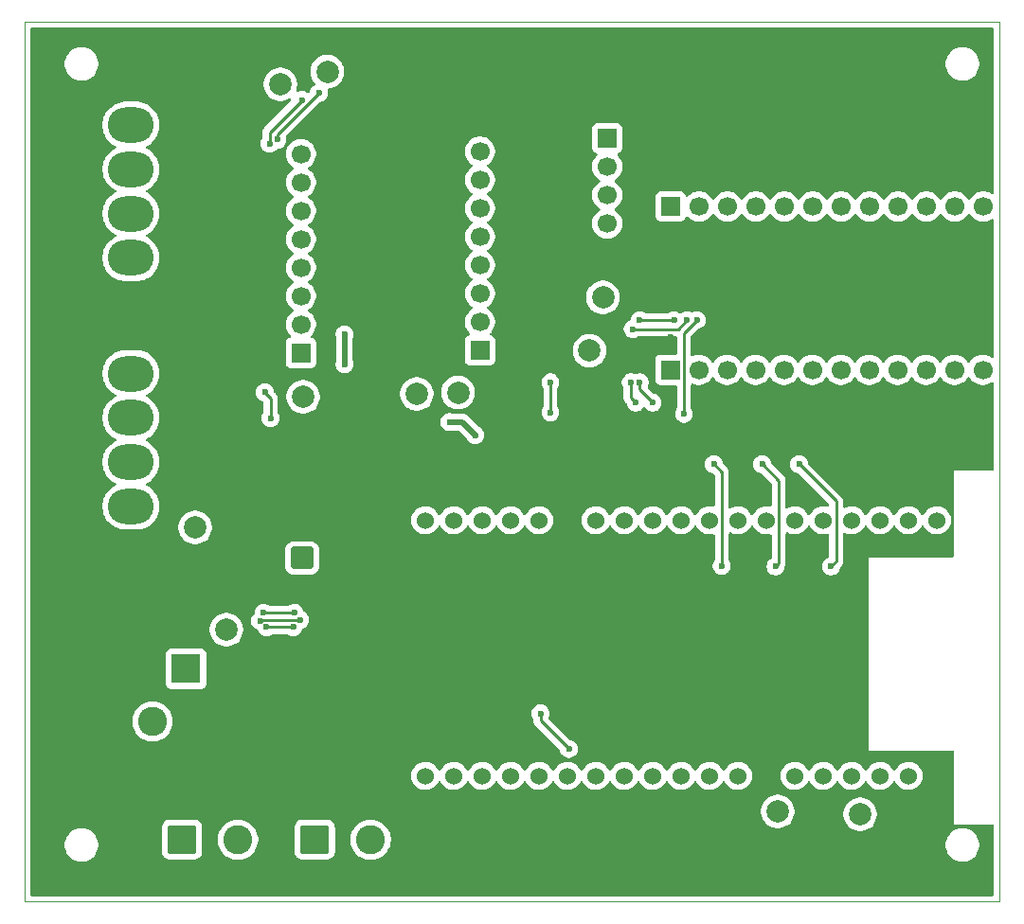
<source format=gbl>
%TF.GenerationSoftware,KiCad,Pcbnew,9.0.5*%
%TF.CreationDate,2025-11-08T17:23:47-08:00*%
%TF.ProjectId,SoftKeyboardController,536f6674-4b65-4796-926f-617264436f6e,v1.5*%
%TF.SameCoordinates,Original*%
%TF.FileFunction,Copper,L2,Bot*%
%TF.FilePolarity,Positive*%
%FSLAX46Y46*%
G04 Gerber Fmt 4.6, Leading zero omitted, Abs format (unit mm)*
G04 Created by KiCad (PCBNEW 9.0.5) date 2025-11-08 17:23:47*
%MOMM*%
%LPD*%
G01*
G04 APERTURE LIST*
G04 Aperture macros list*
%AMRoundRect*
0 Rectangle with rounded corners*
0 $1 Rounding radius*
0 $2 $3 $4 $5 $6 $7 $8 $9 X,Y pos of 4 corners*
0 Add a 4 corners polygon primitive as box body*
4,1,4,$2,$3,$4,$5,$6,$7,$8,$9,$2,$3,0*
0 Add four circle primitives for the rounded corners*
1,1,$1+$1,$2,$3*
1,1,$1+$1,$4,$5*
1,1,$1+$1,$6,$7*
1,1,$1+$1,$8,$9*
0 Add four rect primitives between the rounded corners*
20,1,$1+$1,$2,$3,$4,$5,0*
20,1,$1+$1,$4,$5,$6,$7,0*
20,1,$1+$1,$6,$7,$8,$9,0*
20,1,$1+$1,$8,$9,$2,$3,0*%
G04 Aperture macros list end*
%TA.AperFunction,ComponentPad*%
%ADD10R,1.700000X1.700000*%
%TD*%
%TA.AperFunction,ComponentPad*%
%ADD11C,1.700000*%
%TD*%
%TA.AperFunction,ComponentPad*%
%ADD12R,2.600000X2.600000*%
%TD*%
%TA.AperFunction,ComponentPad*%
%ADD13C,2.600000*%
%TD*%
%TA.AperFunction,ComponentPad*%
%ADD14RoundRect,0.250000X1.800000X-1.330000X1.800000X1.330000X-1.800000X1.330000X-1.800000X-1.330000X0*%
%TD*%
%TA.AperFunction,ComponentPad*%
%ADD15O,4.100000X3.160000*%
%TD*%
%TA.AperFunction,ComponentPad*%
%ADD16RoundRect,0.250000X-1.050000X-1.050000X1.050000X-1.050000X1.050000X1.050000X-1.050000X1.050000X0*%
%TD*%
%TA.AperFunction,ComponentPad*%
%ADD17C,2.000000*%
%TD*%
%TA.AperFunction,ComponentPad*%
%ADD18RoundRect,0.250000X-0.750000X-0.750000X0.750000X-0.750000X0.750000X0.750000X-0.750000X0.750000X0*%
%TD*%
%TA.AperFunction,ComponentPad*%
%ADD19C,1.524000*%
%TD*%
%TA.AperFunction,ViaPad*%
%ADD20C,0.600000*%
%TD*%
%TA.AperFunction,Conductor*%
%ADD21C,0.254000*%
%TD*%
%TA.AperFunction,Conductor*%
%ADD22C,0.508000*%
%TD*%
%TA.AperFunction,Profile*%
%ADD23C,0.050000*%
%TD*%
G04 APERTURE END LIST*
D10*
%TO.P,J2,1,Pin_1*%
%TO.N,Net-(ESP1-GPIO1{slash}TX0)*%
X204470000Y-53647000D03*
D11*
%TO.P,J2,2,Pin_2*%
%TO.N,SCL*%
X204470000Y-56187000D03*
%TO.P,J2,3,Pin_3*%
%TO.N,SDA*%
X204470000Y-58727000D03*
%TO.P,J2,4,Pin_4*%
%TO.N,+3V3*%
X204470000Y-61267000D03*
%TO.P,J2,5,Pin_5*%
%TO.N,GND*%
X204470000Y-63807000D03*
%TD*%
D12*
%TO.P,J1,1*%
%TO.N,Net-(U6-VM)*%
X166830000Y-101091000D03*
D13*
%TO.P,J1,2*%
%TO.N,GND*%
X160830000Y-101091000D03*
%TO.P,J1,3*%
%TO.N,unconnected-(J1-Pad3)*%
X163830000Y-105791000D03*
%TD*%
D14*
%TO.P,J10,1,Pin_1*%
%TO.N,GND*%
X161910000Y-68298000D03*
D15*
%TO.P,J10,2,Pin_2*%
%TO.N,unconnected-(J10-Pin_2-Pad2)*%
X161910000Y-64338000D03*
%TO.P,J10,3,Pin_3*%
%TO.N,Net-(J10-Pin_3)*%
X161910000Y-60378000D03*
%TO.P,J10,4,Pin_4*%
%TO.N,5v*%
X161910000Y-56418000D03*
%TO.P,J10,5,Pin_5*%
%TO.N,Net-(J10-Pin_5)*%
X161910000Y-52458000D03*
%TD*%
D16*
%TO.P,J3,1,Pin_1*%
%TO.N,Net-(J3-Pin_1)*%
X166470000Y-116365000D03*
D13*
%TO.P,J3,2,Pin_2*%
%TO.N,Net-(J3-Pin_2)*%
X171470000Y-116365000D03*
%TD*%
D17*
%TO.P,TP7,1,1*%
%TO.N,SCL*%
X179451000Y-47678000D03*
%TD*%
D18*
%TO.P,C1,1*%
%TO.N,Net-(U6-VM)*%
X177210323Y-91186000D03*
D17*
%TO.P,C1,2*%
%TO.N,GND*%
X182210323Y-91186000D03*
%TD*%
D16*
%TO.P,J4,1,Pin_1*%
%TO.N,Net-(J4-Pin_1)*%
X178328000Y-116365000D03*
D13*
%TO.P,J4,2,Pin_2*%
%TO.N,Net-(J4-Pin_2)*%
X183328000Y-116365000D03*
%TD*%
D19*
%TO.P,ESP1,1,3V3*%
%TO.N,+3V3*%
X233934000Y-87810000D03*
%TO.P,ESP1,2,~{RST/EN}*%
%TO.N,unconnected-(ESP1-~{RST{slash}EN}-Pad2)*%
X231394000Y-87810000D03*
%TO.P,ESP1,3,GPIO36/ADC0*%
%TO.N,I_Op*%
X228854000Y-87810000D03*
%TO.P,ESP1,4,GPI39/ADC3*%
%TO.N,Net-(ESP1-GPI39{slash}ADC3)*%
X226314000Y-87810000D03*
%TO.P,ESP1,5,GPI34/ADC6*%
%TO.N,Net-(ESP1-GPI34{slash}ADC6)*%
X223774000Y-87810000D03*
%TO.P,ESP1,6,GPI35/ADC7*%
%TO.N,~{Multi}*%
X221234000Y-87810000D03*
%TO.P,ESP1,7,GPIO32/ADC4*%
%TO.N,s3*%
X218694000Y-87810000D03*
%TO.P,ESP1,8,GPIO33/ADC5*%
%TO.N,s2*%
X216154000Y-87810000D03*
%TO.P,ESP1,9,GPIO25/DAC1*%
%TO.N,s1*%
X213614000Y-87810000D03*
%TO.P,ESP1,10,GPIO26/DAC2*%
%TO.N,s0*%
X211074000Y-87810000D03*
%TO.P,ESP1,11,GPIO27*%
%TO.N,Net-(ESP1-GPIO27)*%
X208534000Y-87810000D03*
%TO.P,ESP1,12,GPIO14*%
%TO.N,Net-(ESP1-GPIO14)*%
X205994000Y-87810000D03*
%TO.P,ESP1,13,GPIO12*%
%TO.N,Net-(ESP1-GPIO12)*%
X203454000Y-87810000D03*
%TO.P,ESP1,14,GND*%
%TO.N,GND*%
X200914000Y-87810000D03*
%TO.P,ESP1,15,GPIO13*%
%TO.N,Net-(ESP1-GPIO13)*%
X198374000Y-87810000D03*
%TO.P,ESP1,16,(RX1/F-D2)*%
%TO.N,unconnected-(ESP1-(RX1{slash}F-D2)-Pad16)*%
X195834000Y-87810000D03*
%TO.P,ESP1,17,(TX1/F-D3)*%
%TO.N,unconnected-(ESP1-(TX1{slash}F-D3)-Pad17)*%
X193294000Y-87810000D03*
%TO.P,ESP1,18,(F-CMD)*%
%TO.N,unconnected-(ESP1-(F-CMD)-Pad18)*%
X190754000Y-87810000D03*
%TO.P,ESP1,19,Vin5V*%
%TO.N,5v*%
X188214000Y-87810000D03*
%TO.P,ESP1,20,(F-CK)*%
%TO.N,unconnected-(ESP1-(F-CK)-Pad20)*%
X188214000Y-110670000D03*
%TO.P,ESP1,21,(F-D0)*%
%TO.N,unconnected-(ESP1-(F-D0)-Pad21)*%
X190754000Y-110670000D03*
%TO.P,ESP1,22,(F-D1)*%
%TO.N,unconnected-(ESP1-(F-D1)-Pad22)*%
X193294000Y-110670000D03*
%TO.P,ESP1,23,GPIO15*%
%TO.N,unconnected-(ESP1-GPIO15-Pad23)*%
X195834000Y-110670000D03*
%TO.P,ESP1,24,GPIO2*%
%TO.N,Net-(ESP1-GPIO2)*%
X198374000Y-110670000D03*
%TO.P,ESP1,25,GPIO0/~{PROG}*%
%TO.N,unconnected-(ESP1-GPIO0{slash}~{PROG}-Pad25)*%
X200914000Y-110670000D03*
%TO.P,ESP1,26,GPIO4*%
%TO.N,Net-(ESP1-GPIO4)*%
X203454000Y-110670000D03*
%TO.P,ESP1,27,GPIO16/RX2*%
%TO.N,Net-(ESP1-GPIO16{slash}RX2)*%
X205994000Y-110670000D03*
%TO.P,ESP1,28,GPIO17/TX2*%
%TO.N,Net-(ESP1-GPIO17{slash}TX2)*%
X208534000Y-110670000D03*
%TO.P,ESP1,29,GPIO5*%
%TO.N,unconnected-(ESP1-GPIO5-Pad29)*%
X211074000Y-110670000D03*
%TO.P,ESP1,30,GPIO18/SCK*%
%TO.N,Net-(ESP1-GPIO18{slash}SCK)*%
X213614000Y-110670000D03*
%TO.P,ESP1,31,GPIO19/CIPO*%
%TO.N,Net-(ESP1-GPIO19{slash}CIPO)*%
X216154000Y-110670000D03*
%TO.P,ESP1,32,GND*%
%TO.N,GND*%
X218694000Y-110670000D03*
%TO.P,ESP1,33,GPIO21/SDA*%
%TO.N,SCL*%
X221234000Y-110670000D03*
%TO.P,ESP1,34,GPIO3/RX0*%
%TO.N,unconnected-(ESP1-GPIO3{slash}RX0-Pad34)*%
X223774000Y-110670000D03*
%TO.P,ESP1,35,GPIO1/TX0*%
%TO.N,Net-(ESP1-GPIO1{slash}TX0)*%
X226314000Y-110670000D03*
%TO.P,ESP1,36,GPIO22/SCL*%
%TO.N,SDA*%
X228854000Y-110670000D03*
%TO.P,ESP1,37,GPIO23/COPI*%
%TO.N,unconnected-(ESP1-GPIO23{slash}COPI-Pad37)*%
X231394000Y-110670000D03*
%TO.P,ESP1,38,GND*%
%TO.N,GND*%
X233934000Y-110670000D03*
%TD*%
D17*
%TO.P,TP6,1,1*%
%TO.N,SCL*%
X202882500Y-72633500D03*
%TD*%
%TO.P,TP11,1,1*%
%TO.N,Net-(U6-VM)*%
X170434000Y-97589000D03*
%TD*%
%TO.P,TP2,1,1*%
%TO.N,Net-(U4-+)*%
X191135000Y-76380000D03*
%TD*%
%TO.P,TP4,1,1*%
%TO.N,SCL*%
X219710000Y-113845000D03*
%TD*%
D10*
%TO.P,J8,1,Pin_1*%
%TO.N,Net-(J8-Pin_1)*%
X177094000Y-72835000D03*
D11*
%TO.P,J8,2,Pin_2*%
%TO.N,Net-(J8-Pin_2)*%
X177094000Y-70295000D03*
%TO.P,J8,3,Pin_3*%
%TO.N,Net-(J8-Pin_3)*%
X177094000Y-67755000D03*
%TO.P,J8,4,Pin_4*%
%TO.N,Net-(J8-Pin_4)*%
X177094000Y-65215000D03*
%TO.P,J8,5,Pin_5*%
%TO.N,Net-(J8-Pin_5)*%
X177094000Y-62675000D03*
%TO.P,J8,6,Pin_6*%
%TO.N,Net-(J8-Pin_6)*%
X177094000Y-60135000D03*
%TO.P,J8,7,Pin_7*%
%TO.N,Net-(J8-Pin_7)*%
X177094000Y-57595000D03*
%TO.P,J8,8,Pin_8*%
%TO.N,Net-(J8-Pin_8)*%
X177094000Y-55055000D03*
%TD*%
D10*
%TO.P,J7,1,Pin_1*%
%TO.N,Net-(J7-Pin_1)*%
X193096400Y-72616800D03*
D11*
%TO.P,J7,2,Pin_2*%
%TO.N,Net-(J7-Pin_2)*%
X193096400Y-70076800D03*
%TO.P,J7,3,Pin_3*%
%TO.N,Net-(J7-Pin_3)*%
X193096400Y-67536800D03*
%TO.P,J7,4,Pin_4*%
%TO.N,Net-(J7-Pin_4)*%
X193096400Y-64996800D03*
%TO.P,J7,5,Pin_5*%
%TO.N,Net-(J7-Pin_5)*%
X193096400Y-62456800D03*
%TO.P,J7,6,Pin_6*%
%TO.N,Net-(J7-Pin_6)*%
X193096400Y-59916800D03*
%TO.P,J7,7,Pin_7*%
%TO.N,Net-(J7-Pin_7)*%
X193096400Y-57376800D03*
%TO.P,J7,8,Pin_8*%
%TO.N,Net-(J7-Pin_8)*%
X193096400Y-54836800D03*
%TD*%
D10*
%TO.P,J6,1,Pin_1*%
%TO.N,Net-(IC1-LED0)*%
X210104200Y-74349400D03*
D11*
%TO.P,J6,2,Pin_2*%
%TO.N,Net-(IC1-LED1)*%
X212644200Y-74349400D03*
%TO.P,J6,3,Pin_3*%
%TO.N,Net-(IC1-LED2)*%
X215184200Y-74349400D03*
%TO.P,J6,4,Pin_4*%
%TO.N,Net-(IC1-LED3)*%
X217724200Y-74349400D03*
%TO.P,J6,5,Pin_5*%
%TO.N,Net-(IC1-LED4)*%
X220264200Y-74349400D03*
%TO.P,J6,6,Pin_6*%
%TO.N,Net-(IC1-LED5)*%
X222804200Y-74349400D03*
%TO.P,J6,7,Pin_7*%
%TO.N,Net-(IC1-LED6)*%
X225344200Y-74349400D03*
%TO.P,J6,8,Pin_8*%
%TO.N,Net-(IC1-LED7)*%
X227884200Y-74349400D03*
%TO.P,J6,9,Pin_9*%
%TO.N,Net-(IC1-LED8)*%
X230424200Y-74349400D03*
%TO.P,J6,10,Pin_10*%
%TO.N,Net-(IC1-LED9)*%
X232964200Y-74349400D03*
%TO.P,J6,11,Pin_11*%
%TO.N,Net-(IC1-LED10)*%
X235504200Y-74349400D03*
%TO.P,J6,12,Pin_12*%
%TO.N,Net-(IC1-LED11)*%
X238044200Y-74349400D03*
%TD*%
D17*
%TO.P,TP8,1,1*%
%TO.N,SDA*%
X175260000Y-48821000D03*
%TD*%
%TO.P,TP1,1,1*%
%TO.N,I_Op*%
X187452000Y-76507000D03*
%TD*%
%TO.P,TP10,1,1*%
%TO.N,+3V3*%
X177292000Y-76761000D03*
%TD*%
%TO.P,TP5,1,1*%
%TO.N,SDA*%
X204089000Y-67871000D03*
%TD*%
D14*
%TO.P,J9,1,Pin_1*%
%TO.N,GND*%
X161910000Y-90523000D03*
D15*
%TO.P,J9,2,Pin_2*%
%TO.N,unconnected-(J9-Pin_2-Pad2)*%
X161910000Y-86563000D03*
%TO.P,J9,3,Pin_3*%
%TO.N,Net-(J9-Pin_3)*%
X161910000Y-82603000D03*
%TO.P,J9,4,Pin_4*%
%TO.N,5v*%
X161910000Y-78643000D03*
%TO.P,J9,5,Pin_5*%
%TO.N,Net-(J9-Pin_5)*%
X161910000Y-74683000D03*
%TD*%
D10*
%TO.P,J5,1,Pin_1*%
%TO.N,Net-(IC1-LED23)*%
X210133200Y-59744400D03*
D11*
%TO.P,J5,2,Pin_2*%
%TO.N,Net-(IC1-LED22)*%
X212673200Y-59744400D03*
%TO.P,J5,3,Pin_3*%
%TO.N,Net-(IC1-LED21)*%
X215213200Y-59744400D03*
%TO.P,J5,4,Pin_4*%
%TO.N,Net-(IC1-LED20)*%
X217753200Y-59744400D03*
%TO.P,J5,5,Pin_5*%
%TO.N,Net-(IC1-LED19)*%
X220293200Y-59744400D03*
%TO.P,J5,6,Pin_6*%
%TO.N,Net-(IC1-LED18)*%
X222833200Y-59744400D03*
%TO.P,J5,7,Pin_7*%
%TO.N,Net-(IC1-LED17)*%
X225373200Y-59744400D03*
%TO.P,J5,8,Pin_8*%
%TO.N,Net-(IC1-LED16)*%
X227913200Y-59744400D03*
%TO.P,J5,9,Pin_9*%
%TO.N,Net-(IC1-LED15)*%
X230453200Y-59744400D03*
%TO.P,J5,10,Pin_10*%
%TO.N,Net-(IC1-LED14)*%
X232993200Y-59744400D03*
%TO.P,J5,11,Pin_11*%
%TO.N,Net-(IC1-LED13)*%
X235533200Y-59744400D03*
%TO.P,J5,12,Pin_12*%
%TO.N,Net-(IC1-LED12)*%
X238073200Y-59744400D03*
%TD*%
D17*
%TO.P,TP9,1,1*%
%TO.N,5v*%
X167640000Y-88445000D03*
%TD*%
%TO.P,TP3,1,1*%
%TO.N,SDA*%
X227076000Y-114099000D03*
%TD*%
D20*
%TO.N,GND*%
X172466000Y-100637000D03*
X188600200Y-73967000D03*
X171196000Y-101272000D03*
X225044000Y-66093000D03*
X184404000Y-100203000D03*
X222758000Y-67617000D03*
X200451400Y-74256800D03*
X224282000Y-67617000D03*
X223520000Y-66855000D03*
X223520000Y-65331000D03*
X222758000Y-66855000D03*
X221996000Y-66093000D03*
X172466000Y-101907000D03*
X224282000Y-66093000D03*
X171196000Y-100002000D03*
X188676400Y-59119000D03*
X175006000Y-73205000D03*
X221996000Y-65331000D03*
X224282000Y-65331000D03*
X171196000Y-100637000D03*
X195707000Y-79174000D03*
X185674000Y-69649000D03*
X178562000Y-108257000D03*
X221996000Y-67617000D03*
X225044000Y-67617000D03*
X225044000Y-65331000D03*
X171831000Y-100637000D03*
X172979100Y-91178000D03*
X172649000Y-80328000D03*
X171831000Y-101907000D03*
X224282000Y-66855000D03*
X172466000Y-101272000D03*
X171196000Y-101907000D03*
X210101800Y-71427000D03*
X171831000Y-101272000D03*
X221996000Y-66855000D03*
X171831000Y-100002000D03*
X171704000Y-108511000D03*
X222758000Y-66093000D03*
X172466000Y-100002000D03*
X223520000Y-67617000D03*
X170058100Y-91457400D03*
X186436000Y-72697000D03*
X223520000Y-66093000D03*
X222758000Y-65331000D03*
X225044000Y-66855000D03*
%TO.N,SCL*%
X178689000Y-49591000D03*
X214704000Y-91891400D03*
X206574221Y-75473600D03*
X207010000Y-77286400D03*
X175006000Y-53766000D03*
X206746600Y-70703003D03*
X213995000Y-82791000D03*
X211582000Y-69903000D03*
%TO.N,SDA*%
X207374223Y-75473601D03*
X224472500Y-91937500D03*
X177165000Y-50218000D03*
X221615000Y-82791000D03*
X174284699Y-54112013D03*
X210439000Y-69903000D03*
X208534000Y-77286400D03*
X207373600Y-69903000D03*
%TO.N,Net-(U6-VINT)*%
X174021750Y-97366750D03*
X176403000Y-97366750D03*
%TO.N,Net-(ESP1-GPIO19{slash}CIPO)*%
X176530000Y-96065000D03*
X173731406Y-96067552D03*
%TO.N,Net-(ESP1-GPIO18{slash}SCK)*%
X177038000Y-96708000D03*
X173443473Y-96813942D03*
%TO.N,Net-(ESP1-GPIO1{slash}TX0)*%
X212471000Y-69903000D03*
X218313000Y-82791000D03*
X219519500Y-91937500D03*
X211328000Y-78285000D03*
%TO.N,I_Op*%
X190373000Y-79029600D03*
X192659000Y-80190000D03*
%TO.N,Net-(ESP1-GPIO4)*%
X201041000Y-108257000D03*
X198501000Y-105082000D03*
%TO.N,Net-(U4--)*%
X180992400Y-71167078D03*
X180992400Y-73840000D03*
%TO.N,Net-(ESP1-GPI34{slash}ADC6)*%
X173863000Y-76373600D03*
X174371000Y-78666000D03*
%TO.N,Net-(ESP1-GPI39{slash}ADC3)*%
X199390000Y-75473600D03*
X199390000Y-78157000D03*
%TD*%
D21*
%TO.N,SCL*%
X206574221Y-76833221D02*
X206574221Y-75473600D01*
X175006000Y-53274000D02*
X178689000Y-49591000D01*
X214704000Y-83500000D02*
X213995000Y-82791000D01*
X207010000Y-77269000D02*
X206574221Y-76833221D01*
X206746600Y-70703003D02*
X210781997Y-70703003D01*
X175006000Y-53766000D02*
X175006000Y-53274000D01*
X207010000Y-77286400D02*
X207010000Y-77269000D01*
X210781997Y-70703003D02*
X211582000Y-69903000D01*
X214704000Y-91891400D02*
X214704000Y-83500000D01*
%TO.N,SDA*%
X208534000Y-77286400D02*
X208534000Y-77269000D01*
X174284699Y-53098301D02*
X177165000Y-50218000D01*
X207374223Y-76109223D02*
X207374223Y-75473601D01*
X224917000Y-86093000D02*
X221615000Y-82791000D01*
X224917000Y-91493000D02*
X224917000Y-86093000D01*
X208534000Y-77269000D02*
X207374223Y-76109223D01*
X174284699Y-54112013D02*
X174284699Y-53098301D01*
X207373600Y-69903000D02*
X210439000Y-69903000D01*
X224472500Y-91937500D02*
X224917000Y-91493000D01*
%TO.N,Net-(U6-VINT)*%
X176403000Y-97366750D02*
X174021750Y-97366750D01*
%TO.N,Net-(ESP1-GPIO19{slash}CIPO)*%
X173731406Y-96067552D02*
X173733958Y-96065000D01*
X173733958Y-96065000D02*
X176530000Y-96065000D01*
%TO.N,Net-(ESP1-GPIO18{slash}SCK)*%
X177030000Y-96700000D02*
X177038000Y-96708000D01*
X173559329Y-96700000D02*
X177030000Y-96700000D01*
X173443473Y-96813942D02*
X173445387Y-96813942D01*
X173445387Y-96813942D02*
X173559329Y-96700000D01*
%TO.N,Net-(ESP1-GPIO1{slash}TX0)*%
X219784000Y-84262000D02*
X218313000Y-82791000D01*
X219784000Y-91673000D02*
X219784000Y-84262000D01*
X219519500Y-91937500D02*
X219784000Y-91673000D01*
X211328000Y-78285000D02*
X211328000Y-71046000D01*
X211328000Y-71046000D02*
X212471000Y-69903000D01*
D22*
%TO.N,I_Op*%
X191498600Y-79029600D02*
X190373000Y-79029600D01*
X192659000Y-80190000D02*
X191498600Y-79029600D01*
D21*
%TO.N,Net-(ESP1-GPIO4)*%
X198501000Y-105717000D02*
X198501000Y-105082000D01*
X201041000Y-108257000D02*
X198501000Y-105717000D01*
D22*
%TO.N,Net-(U4--)*%
X180975000Y-71184478D02*
X180975000Y-73822600D01*
X180975000Y-73822600D02*
X180992400Y-73840000D01*
X180992400Y-71167078D02*
X180975000Y-71184478D01*
D21*
%TO.N,Net-(ESP1-GPI34{slash}ADC6)*%
X174371000Y-76888000D02*
X174371000Y-78666000D01*
X173863000Y-76373600D02*
X173863000Y-76380000D01*
X173863000Y-76380000D02*
X174371000Y-76888000D01*
%TO.N,Net-(ESP1-GPI39{slash}ADC3)*%
X199390000Y-75473600D02*
X199390000Y-78157000D01*
%TD*%
%TA.AperFunction,Conductor*%
%TO.N,GND*%
G36*
X177165000Y-102796000D02*
G01*
X170815000Y-102796000D01*
X170815000Y-99494000D01*
X177165000Y-99494000D01*
X177165000Y-102796000D01*
G37*
%TD.AperFunction*%
%TD*%
%TA.AperFunction,Conductor*%
%TO.N,GND*%
G36*
X238964539Y-43753185D02*
G01*
X239010294Y-43805989D01*
X239021500Y-43857500D01*
X239021500Y-58520706D01*
X239001815Y-58587745D01*
X238949011Y-58633500D01*
X238879853Y-58643444D01*
X238824616Y-58621025D01*
X238781018Y-58589350D01*
X238591614Y-58492844D01*
X238591613Y-58492843D01*
X238591612Y-58492843D01*
X238389443Y-58427154D01*
X238389441Y-58427153D01*
X238389440Y-58427153D01*
X238228157Y-58401608D01*
X238179487Y-58393900D01*
X237966913Y-58393900D01*
X237918242Y-58401608D01*
X237756960Y-58427153D01*
X237655872Y-58459998D01*
X237610362Y-58474786D01*
X237554785Y-58492844D01*
X237365379Y-58589351D01*
X237193413Y-58714290D01*
X237043090Y-58864613D01*
X236918149Y-59036582D01*
X236913684Y-59045346D01*
X236865709Y-59096142D01*
X236797888Y-59112936D01*
X236731753Y-59090398D01*
X236692716Y-59045346D01*
X236688250Y-59036582D01*
X236563309Y-58864613D01*
X236412986Y-58714290D01*
X236241020Y-58589351D01*
X236051614Y-58492844D01*
X236051613Y-58492843D01*
X236051612Y-58492843D01*
X235849443Y-58427154D01*
X235849441Y-58427153D01*
X235849440Y-58427153D01*
X235688157Y-58401608D01*
X235639487Y-58393900D01*
X235426913Y-58393900D01*
X235378242Y-58401608D01*
X235216960Y-58427153D01*
X235115872Y-58459998D01*
X235070362Y-58474786D01*
X235014785Y-58492844D01*
X234825379Y-58589351D01*
X234653413Y-58714290D01*
X234503090Y-58864613D01*
X234378149Y-59036582D01*
X234373684Y-59045346D01*
X234325709Y-59096142D01*
X234257888Y-59112936D01*
X234191753Y-59090398D01*
X234152716Y-59045346D01*
X234148250Y-59036582D01*
X234023309Y-58864613D01*
X233872986Y-58714290D01*
X233701020Y-58589351D01*
X233511614Y-58492844D01*
X233511613Y-58492843D01*
X233511612Y-58492843D01*
X233309443Y-58427154D01*
X233309441Y-58427153D01*
X233309440Y-58427153D01*
X233148157Y-58401608D01*
X233099487Y-58393900D01*
X232886913Y-58393900D01*
X232838242Y-58401608D01*
X232676960Y-58427153D01*
X232575872Y-58459998D01*
X232530362Y-58474786D01*
X232474785Y-58492844D01*
X232285379Y-58589351D01*
X232113413Y-58714290D01*
X231963090Y-58864613D01*
X231838149Y-59036582D01*
X231833684Y-59045346D01*
X231785709Y-59096142D01*
X231717888Y-59112936D01*
X231651753Y-59090398D01*
X231612716Y-59045346D01*
X231608250Y-59036582D01*
X231483309Y-58864613D01*
X231332986Y-58714290D01*
X231161020Y-58589351D01*
X230971614Y-58492844D01*
X230971613Y-58492843D01*
X230971612Y-58492843D01*
X230769443Y-58427154D01*
X230769441Y-58427153D01*
X230769440Y-58427153D01*
X230608157Y-58401608D01*
X230559487Y-58393900D01*
X230346913Y-58393900D01*
X230298242Y-58401608D01*
X230136960Y-58427153D01*
X230035872Y-58459998D01*
X229990362Y-58474786D01*
X229934785Y-58492844D01*
X229745379Y-58589351D01*
X229573413Y-58714290D01*
X229423090Y-58864613D01*
X229298149Y-59036582D01*
X229293684Y-59045346D01*
X229245709Y-59096142D01*
X229177888Y-59112936D01*
X229111753Y-59090398D01*
X229072716Y-59045346D01*
X229068250Y-59036582D01*
X228943309Y-58864613D01*
X228792986Y-58714290D01*
X228621020Y-58589351D01*
X228431614Y-58492844D01*
X228431613Y-58492843D01*
X228431612Y-58492843D01*
X228229443Y-58427154D01*
X228229441Y-58427153D01*
X228229440Y-58427153D01*
X228068157Y-58401608D01*
X228019487Y-58393900D01*
X227806913Y-58393900D01*
X227758242Y-58401608D01*
X227596960Y-58427153D01*
X227495872Y-58459998D01*
X227450362Y-58474786D01*
X227394785Y-58492844D01*
X227205379Y-58589351D01*
X227033413Y-58714290D01*
X226883090Y-58864613D01*
X226758149Y-59036582D01*
X226753684Y-59045346D01*
X226705709Y-59096142D01*
X226637888Y-59112936D01*
X226571753Y-59090398D01*
X226532716Y-59045346D01*
X226528250Y-59036582D01*
X226403309Y-58864613D01*
X226252986Y-58714290D01*
X226081020Y-58589351D01*
X225891614Y-58492844D01*
X225891613Y-58492843D01*
X225891612Y-58492843D01*
X225689443Y-58427154D01*
X225689441Y-58427153D01*
X225689440Y-58427153D01*
X225528157Y-58401608D01*
X225479487Y-58393900D01*
X225266913Y-58393900D01*
X225218242Y-58401608D01*
X225056960Y-58427153D01*
X224955872Y-58459998D01*
X224910362Y-58474786D01*
X224854785Y-58492844D01*
X224665379Y-58589351D01*
X224493413Y-58714290D01*
X224343090Y-58864613D01*
X224218149Y-59036582D01*
X224213684Y-59045346D01*
X224165709Y-59096142D01*
X224097888Y-59112936D01*
X224031753Y-59090398D01*
X223992716Y-59045346D01*
X223988250Y-59036582D01*
X223863309Y-58864613D01*
X223712986Y-58714290D01*
X223541020Y-58589351D01*
X223351614Y-58492844D01*
X223351613Y-58492843D01*
X223351612Y-58492843D01*
X223149443Y-58427154D01*
X223149441Y-58427153D01*
X223149440Y-58427153D01*
X222988157Y-58401608D01*
X222939487Y-58393900D01*
X222726913Y-58393900D01*
X222678242Y-58401608D01*
X222516960Y-58427153D01*
X222415872Y-58459998D01*
X222370362Y-58474786D01*
X222314785Y-58492844D01*
X222125379Y-58589351D01*
X221953413Y-58714290D01*
X221803090Y-58864613D01*
X221678149Y-59036582D01*
X221673684Y-59045346D01*
X221625709Y-59096142D01*
X221557888Y-59112936D01*
X221491753Y-59090398D01*
X221452716Y-59045346D01*
X221448250Y-59036582D01*
X221323309Y-58864613D01*
X221172986Y-58714290D01*
X221001020Y-58589351D01*
X220811614Y-58492844D01*
X220811613Y-58492843D01*
X220811612Y-58492843D01*
X220609443Y-58427154D01*
X220609441Y-58427153D01*
X220609440Y-58427153D01*
X220448157Y-58401608D01*
X220399487Y-58393900D01*
X220186913Y-58393900D01*
X220138242Y-58401608D01*
X219976960Y-58427153D01*
X219875872Y-58459998D01*
X219830362Y-58474786D01*
X219774785Y-58492844D01*
X219585379Y-58589351D01*
X219413413Y-58714290D01*
X219263090Y-58864613D01*
X219138149Y-59036582D01*
X219133684Y-59045346D01*
X219085709Y-59096142D01*
X219017888Y-59112936D01*
X218951753Y-59090398D01*
X218912716Y-59045346D01*
X218908250Y-59036582D01*
X218783309Y-58864613D01*
X218632986Y-58714290D01*
X218461020Y-58589351D01*
X218271614Y-58492844D01*
X218271613Y-58492843D01*
X218271612Y-58492843D01*
X218069443Y-58427154D01*
X218069441Y-58427153D01*
X218069440Y-58427153D01*
X217908157Y-58401608D01*
X217859487Y-58393900D01*
X217646913Y-58393900D01*
X217598242Y-58401608D01*
X217436960Y-58427153D01*
X217335872Y-58459998D01*
X217290362Y-58474786D01*
X217234785Y-58492844D01*
X217045379Y-58589351D01*
X216873413Y-58714290D01*
X216723090Y-58864613D01*
X216598149Y-59036582D01*
X216593684Y-59045346D01*
X216545709Y-59096142D01*
X216477888Y-59112936D01*
X216411753Y-59090398D01*
X216372716Y-59045346D01*
X216368250Y-59036582D01*
X216243309Y-58864613D01*
X216092986Y-58714290D01*
X215921020Y-58589351D01*
X215731614Y-58492844D01*
X215731613Y-58492843D01*
X215731612Y-58492843D01*
X215529443Y-58427154D01*
X215529441Y-58427153D01*
X215529440Y-58427153D01*
X215368157Y-58401608D01*
X215319487Y-58393900D01*
X215106913Y-58393900D01*
X215058242Y-58401608D01*
X214896960Y-58427153D01*
X214795872Y-58459998D01*
X214750362Y-58474786D01*
X214694785Y-58492844D01*
X214505379Y-58589351D01*
X214333413Y-58714290D01*
X214183090Y-58864613D01*
X214058149Y-59036582D01*
X214053684Y-59045346D01*
X214005709Y-59096142D01*
X213937888Y-59112936D01*
X213871753Y-59090398D01*
X213832716Y-59045346D01*
X213828250Y-59036582D01*
X213703309Y-58864613D01*
X213552986Y-58714290D01*
X213381020Y-58589351D01*
X213191614Y-58492844D01*
X213191613Y-58492843D01*
X213191612Y-58492843D01*
X212989443Y-58427154D01*
X212989441Y-58427153D01*
X212989440Y-58427153D01*
X212828157Y-58401608D01*
X212779487Y-58393900D01*
X212566913Y-58393900D01*
X212518242Y-58401608D01*
X212356960Y-58427153D01*
X212255872Y-58459998D01*
X212210362Y-58474786D01*
X212154785Y-58492844D01*
X211965379Y-58589351D01*
X211793415Y-58714289D01*
X211679873Y-58827831D01*
X211618550Y-58861315D01*
X211548858Y-58856331D01*
X211492925Y-58814459D01*
X211476010Y-58783482D01*
X211426997Y-58652071D01*
X211426993Y-58652064D01*
X211340747Y-58536855D01*
X211340744Y-58536852D01*
X211225535Y-58450606D01*
X211225528Y-58450602D01*
X211090682Y-58400308D01*
X211090683Y-58400308D01*
X211031083Y-58393901D01*
X211031081Y-58393900D01*
X211031073Y-58393900D01*
X211031064Y-58393900D01*
X209235329Y-58393900D01*
X209235323Y-58393901D01*
X209175716Y-58400308D01*
X209040871Y-58450602D01*
X209040864Y-58450606D01*
X208925655Y-58536852D01*
X208925652Y-58536855D01*
X208839406Y-58652064D01*
X208839402Y-58652071D01*
X208789108Y-58786917D01*
X208782701Y-58846516D01*
X208782700Y-58846535D01*
X208782700Y-60642270D01*
X208782701Y-60642276D01*
X208789108Y-60701883D01*
X208839402Y-60836728D01*
X208839406Y-60836735D01*
X208925652Y-60951944D01*
X208925655Y-60951947D01*
X209040864Y-61038193D01*
X209040871Y-61038197D01*
X209175717Y-61088491D01*
X209175716Y-61088491D01*
X209182644Y-61089235D01*
X209235327Y-61094900D01*
X211031072Y-61094899D01*
X211090683Y-61088491D01*
X211225531Y-61038196D01*
X211340746Y-60951946D01*
X211426996Y-60836731D01*
X211476010Y-60705316D01*
X211517881Y-60649384D01*
X211583345Y-60624966D01*
X211651618Y-60639817D01*
X211679873Y-60660969D01*
X211793413Y-60774509D01*
X211965379Y-60899448D01*
X211965381Y-60899449D01*
X211965384Y-60899451D01*
X212154788Y-60995957D01*
X212356957Y-61061646D01*
X212566913Y-61094900D01*
X212566914Y-61094900D01*
X212779486Y-61094900D01*
X212779487Y-61094900D01*
X212989443Y-61061646D01*
X213191612Y-60995957D01*
X213381016Y-60899451D01*
X213435151Y-60860120D01*
X213552986Y-60774509D01*
X213552988Y-60774506D01*
X213552992Y-60774504D01*
X213703304Y-60624192D01*
X213703306Y-60624188D01*
X213703309Y-60624186D01*
X213828248Y-60452220D01*
X213828247Y-60452220D01*
X213828251Y-60452216D01*
X213832714Y-60443454D01*
X213880688Y-60392659D01*
X213948508Y-60375863D01*
X214014644Y-60398399D01*
X214053686Y-60443456D01*
X214058151Y-60452220D01*
X214183090Y-60624186D01*
X214333413Y-60774509D01*
X214505379Y-60899448D01*
X214505381Y-60899449D01*
X214505384Y-60899451D01*
X214694788Y-60995957D01*
X214896957Y-61061646D01*
X215106913Y-61094900D01*
X215106914Y-61094900D01*
X215319486Y-61094900D01*
X215319487Y-61094900D01*
X215529443Y-61061646D01*
X215731612Y-60995957D01*
X215921016Y-60899451D01*
X215975151Y-60860120D01*
X216092986Y-60774509D01*
X216092988Y-60774506D01*
X216092992Y-60774504D01*
X216243304Y-60624192D01*
X216243306Y-60624188D01*
X216243309Y-60624186D01*
X216368248Y-60452220D01*
X216368247Y-60452220D01*
X216368251Y-60452216D01*
X216372714Y-60443454D01*
X216420688Y-60392659D01*
X216488508Y-60375863D01*
X216554644Y-60398399D01*
X216593686Y-60443456D01*
X216598151Y-60452220D01*
X216723090Y-60624186D01*
X216873413Y-60774509D01*
X217045379Y-60899448D01*
X217045381Y-60899449D01*
X217045384Y-60899451D01*
X217234788Y-60995957D01*
X217436957Y-61061646D01*
X217646913Y-61094900D01*
X217646914Y-61094900D01*
X217859486Y-61094900D01*
X217859487Y-61094900D01*
X218069443Y-61061646D01*
X218271612Y-60995957D01*
X218461016Y-60899451D01*
X218515151Y-60860120D01*
X218632986Y-60774509D01*
X218632988Y-60774506D01*
X218632992Y-60774504D01*
X218783304Y-60624192D01*
X218783306Y-60624188D01*
X218783309Y-60624186D01*
X218908248Y-60452220D01*
X218908247Y-60452220D01*
X218908251Y-60452216D01*
X218912714Y-60443454D01*
X218960688Y-60392659D01*
X219028508Y-60375863D01*
X219094644Y-60398399D01*
X219133686Y-60443456D01*
X219138151Y-60452220D01*
X219263090Y-60624186D01*
X219413413Y-60774509D01*
X219585379Y-60899448D01*
X219585381Y-60899449D01*
X219585384Y-60899451D01*
X219774788Y-60995957D01*
X219976957Y-61061646D01*
X220186913Y-61094900D01*
X220186914Y-61094900D01*
X220399486Y-61094900D01*
X220399487Y-61094900D01*
X220609443Y-61061646D01*
X220811612Y-60995957D01*
X221001016Y-60899451D01*
X221055151Y-60860120D01*
X221172986Y-60774509D01*
X221172988Y-60774506D01*
X221172992Y-60774504D01*
X221323304Y-60624192D01*
X221323306Y-60624188D01*
X221323309Y-60624186D01*
X221448248Y-60452220D01*
X221448247Y-60452220D01*
X221448251Y-60452216D01*
X221452714Y-60443454D01*
X221500688Y-60392659D01*
X221568508Y-60375863D01*
X221634644Y-60398399D01*
X221673686Y-60443456D01*
X221678151Y-60452220D01*
X221803090Y-60624186D01*
X221953413Y-60774509D01*
X222125379Y-60899448D01*
X222125381Y-60899449D01*
X222125384Y-60899451D01*
X222314788Y-60995957D01*
X222516957Y-61061646D01*
X222726913Y-61094900D01*
X222726914Y-61094900D01*
X222939486Y-61094900D01*
X222939487Y-61094900D01*
X223149443Y-61061646D01*
X223351612Y-60995957D01*
X223541016Y-60899451D01*
X223595151Y-60860120D01*
X223712986Y-60774509D01*
X223712988Y-60774506D01*
X223712992Y-60774504D01*
X223863304Y-60624192D01*
X223863306Y-60624188D01*
X223863309Y-60624186D01*
X223988248Y-60452220D01*
X223988247Y-60452220D01*
X223988251Y-60452216D01*
X223992714Y-60443454D01*
X224040688Y-60392659D01*
X224108508Y-60375863D01*
X224174644Y-60398399D01*
X224213686Y-60443456D01*
X224218151Y-60452220D01*
X224343090Y-60624186D01*
X224493413Y-60774509D01*
X224665379Y-60899448D01*
X224665381Y-60899449D01*
X224665384Y-60899451D01*
X224854788Y-60995957D01*
X225056957Y-61061646D01*
X225266913Y-61094900D01*
X225266914Y-61094900D01*
X225479486Y-61094900D01*
X225479487Y-61094900D01*
X225689443Y-61061646D01*
X225891612Y-60995957D01*
X226081016Y-60899451D01*
X226135151Y-60860120D01*
X226252986Y-60774509D01*
X226252988Y-60774506D01*
X226252992Y-60774504D01*
X226403304Y-60624192D01*
X226403306Y-60624188D01*
X226403309Y-60624186D01*
X226528248Y-60452220D01*
X226528247Y-60452220D01*
X226528251Y-60452216D01*
X226532714Y-60443454D01*
X226580688Y-60392659D01*
X226648508Y-60375863D01*
X226714644Y-60398399D01*
X226753686Y-60443456D01*
X226758151Y-60452220D01*
X226883090Y-60624186D01*
X227033413Y-60774509D01*
X227205379Y-60899448D01*
X227205381Y-60899449D01*
X227205384Y-60899451D01*
X227394788Y-60995957D01*
X227596957Y-61061646D01*
X227806913Y-61094900D01*
X227806914Y-61094900D01*
X228019486Y-61094900D01*
X228019487Y-61094900D01*
X228229443Y-61061646D01*
X228431612Y-60995957D01*
X228621016Y-60899451D01*
X228675151Y-60860120D01*
X228792986Y-60774509D01*
X228792988Y-60774506D01*
X228792992Y-60774504D01*
X228943304Y-60624192D01*
X228943306Y-60624188D01*
X228943309Y-60624186D01*
X229068248Y-60452220D01*
X229068247Y-60452220D01*
X229068251Y-60452216D01*
X229072714Y-60443454D01*
X229120688Y-60392659D01*
X229188508Y-60375863D01*
X229254644Y-60398399D01*
X229293686Y-60443456D01*
X229298151Y-60452220D01*
X229423090Y-60624186D01*
X229573413Y-60774509D01*
X229745379Y-60899448D01*
X229745381Y-60899449D01*
X229745384Y-60899451D01*
X229934788Y-60995957D01*
X230136957Y-61061646D01*
X230346913Y-61094900D01*
X230346914Y-61094900D01*
X230559486Y-61094900D01*
X230559487Y-61094900D01*
X230769443Y-61061646D01*
X230971612Y-60995957D01*
X231161016Y-60899451D01*
X231215151Y-60860120D01*
X231332986Y-60774509D01*
X231332988Y-60774506D01*
X231332992Y-60774504D01*
X231483304Y-60624192D01*
X231483306Y-60624188D01*
X231483309Y-60624186D01*
X231608248Y-60452220D01*
X231608247Y-60452220D01*
X231608251Y-60452216D01*
X231612714Y-60443454D01*
X231660688Y-60392659D01*
X231728508Y-60375863D01*
X231794644Y-60398399D01*
X231833686Y-60443456D01*
X231838151Y-60452220D01*
X231963090Y-60624186D01*
X232113413Y-60774509D01*
X232285379Y-60899448D01*
X232285381Y-60899449D01*
X232285384Y-60899451D01*
X232474788Y-60995957D01*
X232676957Y-61061646D01*
X232886913Y-61094900D01*
X232886914Y-61094900D01*
X233099486Y-61094900D01*
X233099487Y-61094900D01*
X233309443Y-61061646D01*
X233511612Y-60995957D01*
X233701016Y-60899451D01*
X233755151Y-60860120D01*
X233872986Y-60774509D01*
X233872988Y-60774506D01*
X233872992Y-60774504D01*
X234023304Y-60624192D01*
X234023306Y-60624188D01*
X234023309Y-60624186D01*
X234148248Y-60452220D01*
X234148247Y-60452220D01*
X234148251Y-60452216D01*
X234152714Y-60443454D01*
X234200688Y-60392659D01*
X234268508Y-60375863D01*
X234334644Y-60398399D01*
X234373686Y-60443456D01*
X234378151Y-60452220D01*
X234503090Y-60624186D01*
X234653413Y-60774509D01*
X234825379Y-60899448D01*
X234825381Y-60899449D01*
X234825384Y-60899451D01*
X235014788Y-60995957D01*
X235216957Y-61061646D01*
X235426913Y-61094900D01*
X235426914Y-61094900D01*
X235639486Y-61094900D01*
X235639487Y-61094900D01*
X235849443Y-61061646D01*
X236051612Y-60995957D01*
X236241016Y-60899451D01*
X236295151Y-60860120D01*
X236412986Y-60774509D01*
X236412988Y-60774506D01*
X236412992Y-60774504D01*
X236563304Y-60624192D01*
X236563306Y-60624188D01*
X236563309Y-60624186D01*
X236688248Y-60452220D01*
X236688247Y-60452220D01*
X236688251Y-60452216D01*
X236692714Y-60443454D01*
X236740688Y-60392659D01*
X236808508Y-60375863D01*
X236874644Y-60398399D01*
X236913686Y-60443456D01*
X236918151Y-60452220D01*
X237043090Y-60624186D01*
X237193413Y-60774509D01*
X237365379Y-60899448D01*
X237365381Y-60899449D01*
X237365384Y-60899451D01*
X237554788Y-60995957D01*
X237756957Y-61061646D01*
X237966913Y-61094900D01*
X237966914Y-61094900D01*
X238179486Y-61094900D01*
X238179487Y-61094900D01*
X238389443Y-61061646D01*
X238591612Y-60995957D01*
X238781016Y-60899451D01*
X238824615Y-60867774D01*
X238890421Y-60844295D01*
X238958475Y-60860120D01*
X239007170Y-60910226D01*
X239021500Y-60968093D01*
X239021500Y-73146776D01*
X239001815Y-73213815D01*
X238949011Y-73259570D01*
X238879853Y-73269514D01*
X238824615Y-73247094D01*
X238752020Y-73194351D01*
X238562614Y-73097844D01*
X238562613Y-73097843D01*
X238562612Y-73097843D01*
X238360443Y-73032154D01*
X238360441Y-73032153D01*
X238360440Y-73032153D01*
X238199157Y-73006608D01*
X238150487Y-72998900D01*
X237937913Y-72998900D01*
X237889242Y-73006608D01*
X237727960Y-73032153D01*
X237525785Y-73097844D01*
X237336379Y-73194351D01*
X237164413Y-73319290D01*
X237014090Y-73469613D01*
X236889149Y-73641582D01*
X236884684Y-73650346D01*
X236836709Y-73701142D01*
X236768888Y-73717936D01*
X236702753Y-73695398D01*
X236663716Y-73650346D01*
X236659250Y-73641582D01*
X236534309Y-73469613D01*
X236383986Y-73319290D01*
X236212020Y-73194351D01*
X236022614Y-73097844D01*
X236022613Y-73097843D01*
X236022612Y-73097843D01*
X235820443Y-73032154D01*
X235820441Y-73032153D01*
X235820440Y-73032153D01*
X235659157Y-73006608D01*
X235610487Y-72998900D01*
X235397913Y-72998900D01*
X235349242Y-73006608D01*
X235187960Y-73032153D01*
X234985785Y-73097844D01*
X234796379Y-73194351D01*
X234624413Y-73319290D01*
X234474090Y-73469613D01*
X234349149Y-73641582D01*
X234344684Y-73650346D01*
X234296709Y-73701142D01*
X234228888Y-73717936D01*
X234162753Y-73695398D01*
X234123716Y-73650346D01*
X234119250Y-73641582D01*
X233994309Y-73469613D01*
X233843986Y-73319290D01*
X233672020Y-73194351D01*
X233482614Y-73097844D01*
X233482613Y-73097843D01*
X233482612Y-73097843D01*
X233280443Y-73032154D01*
X233280441Y-73032153D01*
X233280440Y-73032153D01*
X233119157Y-73006608D01*
X233070487Y-72998900D01*
X232857913Y-72998900D01*
X232809242Y-73006608D01*
X232647960Y-73032153D01*
X232445785Y-73097844D01*
X232256379Y-73194351D01*
X232084413Y-73319290D01*
X231934090Y-73469613D01*
X231809149Y-73641582D01*
X231804684Y-73650346D01*
X231756709Y-73701142D01*
X231688888Y-73717936D01*
X231622753Y-73695398D01*
X231583716Y-73650346D01*
X231579250Y-73641582D01*
X231454309Y-73469613D01*
X231303986Y-73319290D01*
X231132020Y-73194351D01*
X230942614Y-73097844D01*
X230942613Y-73097843D01*
X230942612Y-73097843D01*
X230740443Y-73032154D01*
X230740441Y-73032153D01*
X230740440Y-73032153D01*
X230579157Y-73006608D01*
X230530487Y-72998900D01*
X230317913Y-72998900D01*
X230269242Y-73006608D01*
X230107960Y-73032153D01*
X229905785Y-73097844D01*
X229716379Y-73194351D01*
X229544413Y-73319290D01*
X229394090Y-73469613D01*
X229269149Y-73641582D01*
X229264684Y-73650346D01*
X229216709Y-73701142D01*
X229148888Y-73717936D01*
X229082753Y-73695398D01*
X229043716Y-73650346D01*
X229039250Y-73641582D01*
X228914309Y-73469613D01*
X228763986Y-73319290D01*
X228592020Y-73194351D01*
X228402614Y-73097844D01*
X228402613Y-73097843D01*
X228402612Y-73097843D01*
X228200443Y-73032154D01*
X228200441Y-73032153D01*
X228200440Y-73032153D01*
X228039157Y-73006608D01*
X227990487Y-72998900D01*
X227777913Y-72998900D01*
X227729242Y-73006608D01*
X227567960Y-73032153D01*
X227365785Y-73097844D01*
X227176379Y-73194351D01*
X227004413Y-73319290D01*
X226854090Y-73469613D01*
X226729149Y-73641582D01*
X226724684Y-73650346D01*
X226676709Y-73701142D01*
X226608888Y-73717936D01*
X226542753Y-73695398D01*
X226503716Y-73650346D01*
X226499250Y-73641582D01*
X226374309Y-73469613D01*
X226223986Y-73319290D01*
X226052020Y-73194351D01*
X225862614Y-73097844D01*
X225862613Y-73097843D01*
X225862612Y-73097843D01*
X225660443Y-73032154D01*
X225660441Y-73032153D01*
X225660440Y-73032153D01*
X225499157Y-73006608D01*
X225450487Y-72998900D01*
X225237913Y-72998900D01*
X225189242Y-73006608D01*
X225027960Y-73032153D01*
X224825785Y-73097844D01*
X224636379Y-73194351D01*
X224464413Y-73319290D01*
X224314090Y-73469613D01*
X224189149Y-73641582D01*
X224184684Y-73650346D01*
X224136709Y-73701142D01*
X224068888Y-73717936D01*
X224002753Y-73695398D01*
X223963716Y-73650346D01*
X223959250Y-73641582D01*
X223834309Y-73469613D01*
X223683986Y-73319290D01*
X223512020Y-73194351D01*
X223322614Y-73097844D01*
X223322613Y-73097843D01*
X223322612Y-73097843D01*
X223120443Y-73032154D01*
X223120441Y-73032153D01*
X223120440Y-73032153D01*
X222959157Y-73006608D01*
X222910487Y-72998900D01*
X222697913Y-72998900D01*
X222649242Y-73006608D01*
X222487960Y-73032153D01*
X222285785Y-73097844D01*
X222096379Y-73194351D01*
X221924413Y-73319290D01*
X221774090Y-73469613D01*
X221649149Y-73641582D01*
X221644684Y-73650346D01*
X221596709Y-73701142D01*
X221528888Y-73717936D01*
X221462753Y-73695398D01*
X221423716Y-73650346D01*
X221419250Y-73641582D01*
X221294309Y-73469613D01*
X221143986Y-73319290D01*
X220972020Y-73194351D01*
X220782614Y-73097844D01*
X220782613Y-73097843D01*
X220782612Y-73097843D01*
X220580443Y-73032154D01*
X220580441Y-73032153D01*
X220580440Y-73032153D01*
X220419157Y-73006608D01*
X220370487Y-72998900D01*
X220157913Y-72998900D01*
X220109242Y-73006608D01*
X219947960Y-73032153D01*
X219745785Y-73097844D01*
X219556379Y-73194351D01*
X219384413Y-73319290D01*
X219234090Y-73469613D01*
X219109149Y-73641582D01*
X219104684Y-73650346D01*
X219056709Y-73701142D01*
X218988888Y-73717936D01*
X218922753Y-73695398D01*
X218883716Y-73650346D01*
X218879250Y-73641582D01*
X218754309Y-73469613D01*
X218603986Y-73319290D01*
X218432020Y-73194351D01*
X218242614Y-73097844D01*
X218242613Y-73097843D01*
X218242612Y-73097843D01*
X218040443Y-73032154D01*
X218040441Y-73032153D01*
X218040440Y-73032153D01*
X217879157Y-73006608D01*
X217830487Y-72998900D01*
X217617913Y-72998900D01*
X217569242Y-73006608D01*
X217407960Y-73032153D01*
X217205785Y-73097844D01*
X217016379Y-73194351D01*
X216844413Y-73319290D01*
X216694090Y-73469613D01*
X216569149Y-73641582D01*
X216564684Y-73650346D01*
X216516709Y-73701142D01*
X216448888Y-73717936D01*
X216382753Y-73695398D01*
X216343716Y-73650346D01*
X216339250Y-73641582D01*
X216214309Y-73469613D01*
X216063986Y-73319290D01*
X215892020Y-73194351D01*
X215702614Y-73097844D01*
X215702613Y-73097843D01*
X215702612Y-73097843D01*
X215500443Y-73032154D01*
X215500441Y-73032153D01*
X215500440Y-73032153D01*
X215339157Y-73006608D01*
X215290487Y-72998900D01*
X215077913Y-72998900D01*
X215029242Y-73006608D01*
X214867960Y-73032153D01*
X214665785Y-73097844D01*
X214476379Y-73194351D01*
X214304413Y-73319290D01*
X214154090Y-73469613D01*
X214029149Y-73641582D01*
X214024684Y-73650346D01*
X213976709Y-73701142D01*
X213908888Y-73717936D01*
X213842753Y-73695398D01*
X213803716Y-73650346D01*
X213799250Y-73641582D01*
X213674309Y-73469613D01*
X213523986Y-73319290D01*
X213352020Y-73194351D01*
X213162614Y-73097844D01*
X213162613Y-73097843D01*
X213162612Y-73097843D01*
X212960443Y-73032154D01*
X212960441Y-73032153D01*
X212960440Y-73032153D01*
X212799157Y-73006608D01*
X212750487Y-72998900D01*
X212537913Y-72998900D01*
X212489242Y-73006608D01*
X212327960Y-73032153D01*
X212327957Y-73032154D01*
X212125788Y-73097843D01*
X212125786Y-73097843D01*
X212121154Y-73099349D01*
X212120727Y-73098035D01*
X212057458Y-73104824D01*
X211994985Y-73073536D01*
X211959345Y-73013440D01*
X211955500Y-72982799D01*
X211955500Y-71357280D01*
X211975185Y-71290241D01*
X211991815Y-71269603D01*
X212533328Y-70728089D01*
X212594649Y-70694606D01*
X212596648Y-70694189D01*
X212704497Y-70672737D01*
X212850179Y-70612394D01*
X212981289Y-70524789D01*
X213092789Y-70413289D01*
X213180394Y-70282179D01*
X213240737Y-70136497D01*
X213271500Y-69981842D01*
X213271500Y-69824158D01*
X213271500Y-69824155D01*
X213271499Y-69824153D01*
X213240738Y-69669510D01*
X213240737Y-69669503D01*
X213194711Y-69558385D01*
X213180397Y-69523827D01*
X213180390Y-69523814D01*
X213092789Y-69392711D01*
X213092786Y-69392707D01*
X212981292Y-69281213D01*
X212981288Y-69281210D01*
X212850185Y-69193609D01*
X212850172Y-69193602D01*
X212704501Y-69133264D01*
X212704489Y-69133261D01*
X212549845Y-69102500D01*
X212549842Y-69102500D01*
X212392158Y-69102500D01*
X212392155Y-69102500D01*
X212237510Y-69133261D01*
X212237498Y-69133264D01*
X212091822Y-69193604D01*
X212086451Y-69196476D01*
X212085329Y-69194377D01*
X212028679Y-69212099D01*
X211967220Y-69195219D01*
X211966549Y-69196476D01*
X211961177Y-69193604D01*
X211815501Y-69133264D01*
X211815489Y-69133261D01*
X211660845Y-69102500D01*
X211660842Y-69102500D01*
X211503158Y-69102500D01*
X211503155Y-69102500D01*
X211348510Y-69133261D01*
X211348498Y-69133264D01*
X211202827Y-69193602D01*
X211202814Y-69193609D01*
X211079391Y-69276079D01*
X211012714Y-69296957D01*
X210945333Y-69278473D01*
X210941609Y-69276079D01*
X210818185Y-69193609D01*
X210818172Y-69193602D01*
X210672501Y-69133264D01*
X210672489Y-69133261D01*
X210517845Y-69102500D01*
X210517842Y-69102500D01*
X210360158Y-69102500D01*
X210360155Y-69102500D01*
X210205510Y-69133261D01*
X210205498Y-69133264D01*
X210059827Y-69193602D01*
X210059814Y-69193609D01*
X209968534Y-69254602D01*
X209901857Y-69275480D01*
X209899643Y-69275500D01*
X207912957Y-69275500D01*
X207845918Y-69255815D01*
X207844066Y-69254602D01*
X207752785Y-69193609D01*
X207752772Y-69193602D01*
X207607101Y-69133264D01*
X207607089Y-69133261D01*
X207452445Y-69102500D01*
X207452442Y-69102500D01*
X207294758Y-69102500D01*
X207294755Y-69102500D01*
X207140110Y-69133261D01*
X207140098Y-69133264D01*
X206994427Y-69193602D01*
X206994414Y-69193609D01*
X206863311Y-69281210D01*
X206863307Y-69281213D01*
X206751813Y-69392707D01*
X206751810Y-69392711D01*
X206664209Y-69523814D01*
X206664202Y-69523827D01*
X206603864Y-69669498D01*
X206603861Y-69669510D01*
X206573100Y-69824153D01*
X206573100Y-69825560D01*
X206572891Y-69826268D01*
X206572503Y-69830218D01*
X206571753Y-69830144D01*
X206553415Y-69892599D01*
X206500611Y-69938354D01*
X206496552Y-69940121D01*
X206367427Y-69993605D01*
X206367414Y-69993612D01*
X206236311Y-70081213D01*
X206236307Y-70081216D01*
X206124813Y-70192710D01*
X206124810Y-70192714D01*
X206037209Y-70323817D01*
X206037202Y-70323830D01*
X205976864Y-70469501D01*
X205976861Y-70469513D01*
X205946100Y-70624156D01*
X205946100Y-70781849D01*
X205976861Y-70936492D01*
X205976864Y-70936504D01*
X206037202Y-71082175D01*
X206037209Y-71082188D01*
X206124810Y-71213291D01*
X206124813Y-71213295D01*
X206236307Y-71324789D01*
X206236311Y-71324792D01*
X206367414Y-71412393D01*
X206367427Y-71412400D01*
X206474091Y-71456581D01*
X206513103Y-71472740D01*
X206667753Y-71503502D01*
X206667756Y-71503503D01*
X206667758Y-71503503D01*
X206825444Y-71503503D01*
X206825445Y-71503502D01*
X206980097Y-71472740D01*
X207125779Y-71412397D01*
X207159747Y-71389700D01*
X207217066Y-71351401D01*
X207283743Y-71330523D01*
X207285957Y-71330503D01*
X210576500Y-71330503D01*
X210643539Y-71350188D01*
X210689294Y-71402992D01*
X210700500Y-71454503D01*
X210700500Y-72874900D01*
X210680815Y-72941939D01*
X210628011Y-72987694D01*
X210576500Y-72998900D01*
X209206329Y-72998900D01*
X209206323Y-72998901D01*
X209146716Y-73005308D01*
X209011871Y-73055602D01*
X209011864Y-73055606D01*
X208896655Y-73141852D01*
X208896652Y-73141855D01*
X208810406Y-73257064D01*
X208810402Y-73257071D01*
X208760108Y-73391917D01*
X208753701Y-73451516D01*
X208753700Y-73451535D01*
X208753700Y-75247270D01*
X208753701Y-75247276D01*
X208760108Y-75306883D01*
X208810402Y-75441728D01*
X208810406Y-75441735D01*
X208896652Y-75556944D01*
X208896655Y-75556947D01*
X209011864Y-75643193D01*
X209011871Y-75643197D01*
X209146717Y-75693491D01*
X209146716Y-75693491D01*
X209153644Y-75694235D01*
X209206327Y-75699900D01*
X210576500Y-75699899D01*
X210643539Y-75719584D01*
X210689294Y-75772387D01*
X210700500Y-75823899D01*
X210700500Y-77745642D01*
X210680815Y-77812681D01*
X210679602Y-77814533D01*
X210618609Y-77905814D01*
X210618602Y-77905827D01*
X210558264Y-78051498D01*
X210558261Y-78051510D01*
X210527500Y-78206153D01*
X210527500Y-78363843D01*
X210558261Y-78518489D01*
X210558264Y-78518501D01*
X210618602Y-78664172D01*
X210618609Y-78664185D01*
X210706210Y-78795288D01*
X210706213Y-78795292D01*
X210817707Y-78906786D01*
X210817711Y-78906789D01*
X210948814Y-78994390D01*
X210948827Y-78994397D01*
X211094498Y-79054735D01*
X211094503Y-79054737D01*
X211249153Y-79085499D01*
X211249156Y-79085500D01*
X211249158Y-79085500D01*
X211406844Y-79085500D01*
X211406845Y-79085499D01*
X211561497Y-79054737D01*
X211707179Y-78994394D01*
X211838289Y-78906789D01*
X211949789Y-78795289D01*
X212037394Y-78664179D01*
X212097737Y-78518497D01*
X212128500Y-78363842D01*
X212128500Y-78206158D01*
X212128500Y-78206155D01*
X212128499Y-78206153D01*
X212126018Y-78193681D01*
X212097737Y-78051503D01*
X212094771Y-78044342D01*
X212037397Y-77905827D01*
X212037390Y-77905814D01*
X211976398Y-77814533D01*
X211955520Y-77747855D01*
X211955500Y-77745642D01*
X211955500Y-75716000D01*
X211975185Y-75648961D01*
X212027989Y-75603206D01*
X212097147Y-75593262D01*
X212121035Y-75599816D01*
X212121154Y-75599451D01*
X212125786Y-75600956D01*
X212125788Y-75600957D01*
X212327957Y-75666646D01*
X212537913Y-75699900D01*
X212537914Y-75699900D01*
X212750486Y-75699900D01*
X212750487Y-75699900D01*
X212960443Y-75666646D01*
X213162612Y-75600957D01*
X213352016Y-75504451D01*
X213424615Y-75451705D01*
X213523986Y-75379509D01*
X213523988Y-75379506D01*
X213523992Y-75379504D01*
X213674304Y-75229192D01*
X213674306Y-75229188D01*
X213674309Y-75229186D01*
X213799248Y-75057220D01*
X213799247Y-75057220D01*
X213799251Y-75057216D01*
X213803714Y-75048454D01*
X213851688Y-74997659D01*
X213919508Y-74980863D01*
X213985644Y-75003399D01*
X214024686Y-75048456D01*
X214029151Y-75057220D01*
X214154090Y-75229186D01*
X214304413Y-75379509D01*
X214476379Y-75504448D01*
X214476381Y-75504449D01*
X214476384Y-75504451D01*
X214665788Y-75600957D01*
X214867957Y-75666646D01*
X215077913Y-75699900D01*
X215077914Y-75699900D01*
X215290486Y-75699900D01*
X215290487Y-75699900D01*
X215500443Y-75666646D01*
X215702612Y-75600957D01*
X215892016Y-75504451D01*
X215964615Y-75451705D01*
X216063986Y-75379509D01*
X216063988Y-75379506D01*
X216063992Y-75379504D01*
X216214304Y-75229192D01*
X216214306Y-75229188D01*
X216214309Y-75229186D01*
X216339248Y-75057220D01*
X216339247Y-75057220D01*
X216339251Y-75057216D01*
X216343714Y-75048454D01*
X216391688Y-74997659D01*
X216459508Y-74980863D01*
X216525644Y-75003399D01*
X216564686Y-75048456D01*
X216569151Y-75057220D01*
X216694090Y-75229186D01*
X216844413Y-75379509D01*
X217016379Y-75504448D01*
X217016381Y-75504449D01*
X217016384Y-75504451D01*
X217205788Y-75600957D01*
X217407957Y-75666646D01*
X217617913Y-75699900D01*
X217617914Y-75699900D01*
X217830486Y-75699900D01*
X217830487Y-75699900D01*
X218040443Y-75666646D01*
X218242612Y-75600957D01*
X218432016Y-75504451D01*
X218504615Y-75451705D01*
X218603986Y-75379509D01*
X218603988Y-75379506D01*
X218603992Y-75379504D01*
X218754304Y-75229192D01*
X218754306Y-75229188D01*
X218754309Y-75229186D01*
X218879248Y-75057220D01*
X218879247Y-75057220D01*
X218879251Y-75057216D01*
X218883714Y-75048454D01*
X218931688Y-74997659D01*
X218999508Y-74980863D01*
X219065644Y-75003399D01*
X219104686Y-75048456D01*
X219109151Y-75057220D01*
X219234090Y-75229186D01*
X219384413Y-75379509D01*
X219556379Y-75504448D01*
X219556381Y-75504449D01*
X219556384Y-75504451D01*
X219745788Y-75600957D01*
X219947957Y-75666646D01*
X220157913Y-75699900D01*
X220157914Y-75699900D01*
X220370486Y-75699900D01*
X220370487Y-75699900D01*
X220580443Y-75666646D01*
X220782612Y-75600957D01*
X220972016Y-75504451D01*
X221044615Y-75451705D01*
X221143986Y-75379509D01*
X221143988Y-75379506D01*
X221143992Y-75379504D01*
X221294304Y-75229192D01*
X221294306Y-75229188D01*
X221294309Y-75229186D01*
X221419248Y-75057220D01*
X221419247Y-75057220D01*
X221419251Y-75057216D01*
X221423714Y-75048454D01*
X221471688Y-74997659D01*
X221539508Y-74980863D01*
X221605644Y-75003399D01*
X221644686Y-75048456D01*
X221649151Y-75057220D01*
X221774090Y-75229186D01*
X221924413Y-75379509D01*
X222096379Y-75504448D01*
X222096381Y-75504449D01*
X222096384Y-75504451D01*
X222285788Y-75600957D01*
X222487957Y-75666646D01*
X222697913Y-75699900D01*
X222697914Y-75699900D01*
X222910486Y-75699900D01*
X222910487Y-75699900D01*
X223120443Y-75666646D01*
X223322612Y-75600957D01*
X223512016Y-75504451D01*
X223584615Y-75451705D01*
X223683986Y-75379509D01*
X223683988Y-75379506D01*
X223683992Y-75379504D01*
X223834304Y-75229192D01*
X223834306Y-75229188D01*
X223834309Y-75229186D01*
X223959248Y-75057220D01*
X223959247Y-75057220D01*
X223959251Y-75057216D01*
X223963714Y-75048454D01*
X224011688Y-74997659D01*
X224079508Y-74980863D01*
X224145644Y-75003399D01*
X224184686Y-75048456D01*
X224189151Y-75057220D01*
X224314090Y-75229186D01*
X224464413Y-75379509D01*
X224636379Y-75504448D01*
X224636381Y-75504449D01*
X224636384Y-75504451D01*
X224825788Y-75600957D01*
X225027957Y-75666646D01*
X225237913Y-75699900D01*
X225237914Y-75699900D01*
X225450486Y-75699900D01*
X225450487Y-75699900D01*
X225660443Y-75666646D01*
X225862612Y-75600957D01*
X226052016Y-75504451D01*
X226124615Y-75451705D01*
X226223986Y-75379509D01*
X226223988Y-75379506D01*
X226223992Y-75379504D01*
X226374304Y-75229192D01*
X226374306Y-75229188D01*
X226374309Y-75229186D01*
X226499248Y-75057220D01*
X226499247Y-75057220D01*
X226499251Y-75057216D01*
X226503714Y-75048454D01*
X226551688Y-74997659D01*
X226619508Y-74980863D01*
X226685644Y-75003399D01*
X226724686Y-75048456D01*
X226729151Y-75057220D01*
X226854090Y-75229186D01*
X227004413Y-75379509D01*
X227176379Y-75504448D01*
X227176381Y-75504449D01*
X227176384Y-75504451D01*
X227365788Y-75600957D01*
X227567957Y-75666646D01*
X227777913Y-75699900D01*
X227777914Y-75699900D01*
X227990486Y-75699900D01*
X227990487Y-75699900D01*
X228200443Y-75666646D01*
X228402612Y-75600957D01*
X228592016Y-75504451D01*
X228664615Y-75451705D01*
X228763986Y-75379509D01*
X228763988Y-75379506D01*
X228763992Y-75379504D01*
X228914304Y-75229192D01*
X228914306Y-75229188D01*
X228914309Y-75229186D01*
X229039248Y-75057220D01*
X229039247Y-75057220D01*
X229039251Y-75057216D01*
X229043714Y-75048454D01*
X229091688Y-74997659D01*
X229159508Y-74980863D01*
X229225644Y-75003399D01*
X229264686Y-75048456D01*
X229269151Y-75057220D01*
X229394090Y-75229186D01*
X229544413Y-75379509D01*
X229716379Y-75504448D01*
X229716381Y-75504449D01*
X229716384Y-75504451D01*
X229905788Y-75600957D01*
X230107957Y-75666646D01*
X230317913Y-75699900D01*
X230317914Y-75699900D01*
X230530486Y-75699900D01*
X230530487Y-75699900D01*
X230740443Y-75666646D01*
X230942612Y-75600957D01*
X231132016Y-75504451D01*
X231204615Y-75451705D01*
X231303986Y-75379509D01*
X231303988Y-75379506D01*
X231303992Y-75379504D01*
X231454304Y-75229192D01*
X231454306Y-75229188D01*
X231454309Y-75229186D01*
X231579248Y-75057220D01*
X231579247Y-75057220D01*
X231579251Y-75057216D01*
X231583714Y-75048454D01*
X231631688Y-74997659D01*
X231699508Y-74980863D01*
X231765644Y-75003399D01*
X231804686Y-75048456D01*
X231809151Y-75057220D01*
X231934090Y-75229186D01*
X232084413Y-75379509D01*
X232256379Y-75504448D01*
X232256381Y-75504449D01*
X232256384Y-75504451D01*
X232445788Y-75600957D01*
X232647957Y-75666646D01*
X232857913Y-75699900D01*
X232857914Y-75699900D01*
X233070486Y-75699900D01*
X233070487Y-75699900D01*
X233280443Y-75666646D01*
X233482612Y-75600957D01*
X233672016Y-75504451D01*
X233744615Y-75451705D01*
X233843986Y-75379509D01*
X233843988Y-75379506D01*
X233843992Y-75379504D01*
X233994304Y-75229192D01*
X233994306Y-75229188D01*
X233994309Y-75229186D01*
X234119248Y-75057220D01*
X234119247Y-75057220D01*
X234119251Y-75057216D01*
X234123714Y-75048454D01*
X234171688Y-74997659D01*
X234239508Y-74980863D01*
X234305644Y-75003399D01*
X234344686Y-75048456D01*
X234349151Y-75057220D01*
X234474090Y-75229186D01*
X234624413Y-75379509D01*
X234796379Y-75504448D01*
X234796381Y-75504449D01*
X234796384Y-75504451D01*
X234985788Y-75600957D01*
X235187957Y-75666646D01*
X235397913Y-75699900D01*
X235397914Y-75699900D01*
X235610486Y-75699900D01*
X235610487Y-75699900D01*
X235820443Y-75666646D01*
X236022612Y-75600957D01*
X236212016Y-75504451D01*
X236284615Y-75451705D01*
X236383986Y-75379509D01*
X236383988Y-75379506D01*
X236383992Y-75379504D01*
X236534304Y-75229192D01*
X236534306Y-75229188D01*
X236534309Y-75229186D01*
X236659248Y-75057220D01*
X236659247Y-75057220D01*
X236659251Y-75057216D01*
X236663714Y-75048454D01*
X236711688Y-74997659D01*
X236779508Y-74980863D01*
X236845644Y-75003399D01*
X236884686Y-75048456D01*
X236889151Y-75057220D01*
X237014090Y-75229186D01*
X237164413Y-75379509D01*
X237336379Y-75504448D01*
X237336381Y-75504449D01*
X237336384Y-75504451D01*
X237525788Y-75600957D01*
X237727957Y-75666646D01*
X237937913Y-75699900D01*
X237937914Y-75699900D01*
X238150486Y-75699900D01*
X238150487Y-75699900D01*
X238360443Y-75666646D01*
X238562612Y-75600957D01*
X238752016Y-75504451D01*
X238824616Y-75451704D01*
X238890421Y-75428225D01*
X238958474Y-75444050D01*
X239007169Y-75494156D01*
X239021500Y-75552023D01*
X239021500Y-83241000D01*
X239001815Y-83308039D01*
X238949011Y-83353794D01*
X238897500Y-83365000D01*
X235458000Y-83365000D01*
X235458000Y-90988000D01*
X235438315Y-91055039D01*
X235385511Y-91100794D01*
X235334000Y-91112000D01*
X227838000Y-91112000D01*
X227838000Y-108384000D01*
X235334000Y-108384000D01*
X235401039Y-108403685D01*
X235446794Y-108456489D01*
X235458000Y-108508000D01*
X235458000Y-114988000D01*
X238897500Y-114988000D01*
X238964539Y-115007685D01*
X239010294Y-115060489D01*
X239021500Y-115112000D01*
X239021500Y-121295500D01*
X239001815Y-121362539D01*
X238949011Y-121408294D01*
X238897500Y-121419500D01*
X153024500Y-121419500D01*
X152957461Y-121399815D01*
X152911706Y-121347011D01*
X152900500Y-121295500D01*
X152900500Y-116721902D01*
X155979500Y-116721902D01*
X155979500Y-116958097D01*
X156016446Y-117191368D01*
X156089433Y-117415996D01*
X156160109Y-117554704D01*
X156196657Y-117626433D01*
X156335483Y-117817510D01*
X156502490Y-117984517D01*
X156693567Y-118123343D01*
X156776301Y-118165498D01*
X156904003Y-118230566D01*
X156904005Y-118230566D01*
X156904008Y-118230568D01*
X157024412Y-118269689D01*
X157128631Y-118303553D01*
X157361903Y-118340500D01*
X157361908Y-118340500D01*
X157598097Y-118340500D01*
X157831368Y-118303553D01*
X158055992Y-118230568D01*
X158266433Y-118123343D01*
X158457510Y-117984517D01*
X158624517Y-117817510D01*
X158763343Y-117626433D01*
X158870568Y-117415992D01*
X158943553Y-117191368D01*
X158948039Y-117163045D01*
X158980500Y-116958097D01*
X158980500Y-116721902D01*
X158943553Y-116488631D01*
X158870566Y-116264003D01*
X158763342Y-116053566D01*
X158733859Y-116012986D01*
X158624517Y-115862490D01*
X158457510Y-115695483D01*
X158266433Y-115556657D01*
X158055996Y-115449433D01*
X157841581Y-115379765D01*
X157841580Y-115379764D01*
X157831371Y-115376447D01*
X157598097Y-115339500D01*
X157598092Y-115339500D01*
X157361908Y-115339500D01*
X157361903Y-115339500D01*
X157128631Y-115376446D01*
X156904003Y-115449433D01*
X156693566Y-115556657D01*
X156584550Y-115635862D01*
X156502490Y-115695483D01*
X156502488Y-115695485D01*
X156502487Y-115695485D01*
X156335485Y-115862487D01*
X156335485Y-115862488D01*
X156335483Y-115862490D01*
X156275862Y-115944550D01*
X156196657Y-116053566D01*
X156089433Y-116264003D01*
X156016446Y-116488631D01*
X155979500Y-116721902D01*
X152900500Y-116721902D01*
X152900500Y-115264983D01*
X164669500Y-115264983D01*
X164669500Y-117465001D01*
X164669501Y-117465018D01*
X164680000Y-117567796D01*
X164680001Y-117567799D01*
X164699431Y-117626433D01*
X164735186Y-117734334D01*
X164827288Y-117883656D01*
X164951344Y-118007712D01*
X165100666Y-118099814D01*
X165267203Y-118154999D01*
X165369991Y-118165500D01*
X167570008Y-118165499D01*
X167672797Y-118154999D01*
X167839334Y-118099814D01*
X167988656Y-118007712D01*
X168112712Y-117883656D01*
X168204814Y-117734334D01*
X168259999Y-117567797D01*
X168270500Y-117465009D01*
X168270499Y-116246995D01*
X169669500Y-116246995D01*
X169669500Y-116483004D01*
X169669501Y-116483020D01*
X169700306Y-116717010D01*
X169761394Y-116944993D01*
X169851714Y-117163045D01*
X169851719Y-117163056D01*
X169922677Y-117285957D01*
X169969727Y-117367450D01*
X169969729Y-117367453D01*
X169969730Y-117367454D01*
X170113406Y-117554697D01*
X170113412Y-117554704D01*
X170280295Y-117721587D01*
X170280302Y-117721593D01*
X170296909Y-117734336D01*
X170467550Y-117865273D01*
X170598918Y-117941118D01*
X170671943Y-117983280D01*
X170671948Y-117983282D01*
X170671951Y-117983284D01*
X170890007Y-118073606D01*
X171117986Y-118134693D01*
X171351989Y-118165500D01*
X171351996Y-118165500D01*
X171588004Y-118165500D01*
X171588011Y-118165500D01*
X171822014Y-118134693D01*
X172049993Y-118073606D01*
X172268049Y-117983284D01*
X172472450Y-117865273D01*
X172659699Y-117721592D01*
X172826592Y-117554699D01*
X172970273Y-117367450D01*
X173088284Y-117163049D01*
X173178606Y-116944993D01*
X173239693Y-116717014D01*
X173270500Y-116483011D01*
X173270500Y-116246989D01*
X173239693Y-116012986D01*
X173178606Y-115785007D01*
X173088284Y-115566951D01*
X173088282Y-115566948D01*
X173088280Y-115566943D01*
X172981700Y-115382343D01*
X172970273Y-115362550D01*
X172957190Y-115345500D01*
X172950913Y-115337319D01*
X172950912Y-115337318D01*
X172895408Y-115264983D01*
X176527500Y-115264983D01*
X176527500Y-117465001D01*
X176527501Y-117465018D01*
X176538000Y-117567796D01*
X176538001Y-117567799D01*
X176557431Y-117626433D01*
X176593186Y-117734334D01*
X176685288Y-117883656D01*
X176809344Y-118007712D01*
X176958666Y-118099814D01*
X177125203Y-118154999D01*
X177227991Y-118165500D01*
X179428008Y-118165499D01*
X179530797Y-118154999D01*
X179697334Y-118099814D01*
X179846656Y-118007712D01*
X179970712Y-117883656D01*
X180062814Y-117734334D01*
X180117999Y-117567797D01*
X180128500Y-117465009D01*
X180128499Y-116246995D01*
X181527500Y-116246995D01*
X181527500Y-116483004D01*
X181527501Y-116483020D01*
X181558306Y-116717010D01*
X181619394Y-116944993D01*
X181709714Y-117163045D01*
X181709719Y-117163056D01*
X181780677Y-117285957D01*
X181827727Y-117367450D01*
X181827729Y-117367453D01*
X181827730Y-117367454D01*
X181971406Y-117554697D01*
X181971412Y-117554704D01*
X182138295Y-117721587D01*
X182138302Y-117721593D01*
X182154909Y-117734336D01*
X182325550Y-117865273D01*
X182456918Y-117941118D01*
X182529943Y-117983280D01*
X182529948Y-117983282D01*
X182529951Y-117983284D01*
X182748007Y-118073606D01*
X182975986Y-118134693D01*
X183209989Y-118165500D01*
X183209996Y-118165500D01*
X183446004Y-118165500D01*
X183446011Y-118165500D01*
X183680014Y-118134693D01*
X183907993Y-118073606D01*
X184126049Y-117983284D01*
X184330450Y-117865273D01*
X184517699Y-117721592D01*
X184684592Y-117554699D01*
X184828273Y-117367450D01*
X184946284Y-117163049D01*
X185036606Y-116944993D01*
X185096383Y-116721902D01*
X234719500Y-116721902D01*
X234719500Y-116958097D01*
X234756446Y-117191368D01*
X234829433Y-117415996D01*
X234900109Y-117554704D01*
X234936657Y-117626433D01*
X235075483Y-117817510D01*
X235242490Y-117984517D01*
X235433567Y-118123343D01*
X235516301Y-118165498D01*
X235644003Y-118230566D01*
X235644005Y-118230566D01*
X235644008Y-118230568D01*
X235764412Y-118269689D01*
X235868631Y-118303553D01*
X236101903Y-118340500D01*
X236101908Y-118340500D01*
X236338097Y-118340500D01*
X236571368Y-118303553D01*
X236795992Y-118230568D01*
X237006433Y-118123343D01*
X237197510Y-117984517D01*
X237364517Y-117817510D01*
X237503343Y-117626433D01*
X237610568Y-117415992D01*
X237683553Y-117191368D01*
X237688039Y-117163045D01*
X237720500Y-116958097D01*
X237720500Y-116721902D01*
X237683553Y-116488631D01*
X237610566Y-116264003D01*
X237503342Y-116053566D01*
X237473859Y-116012986D01*
X237364517Y-115862490D01*
X237197510Y-115695483D01*
X237006433Y-115556657D01*
X236795996Y-115449433D01*
X236571368Y-115376446D01*
X236338097Y-115339500D01*
X236338092Y-115339500D01*
X236101908Y-115339500D01*
X236101903Y-115339500D01*
X235868631Y-115376446D01*
X235644003Y-115449433D01*
X235433566Y-115556657D01*
X235324550Y-115635862D01*
X235242490Y-115695483D01*
X235242488Y-115695485D01*
X235242487Y-115695485D01*
X235075485Y-115862487D01*
X235075485Y-115862488D01*
X235075483Y-115862490D01*
X235015862Y-115944550D01*
X234936657Y-116053566D01*
X234829433Y-116264003D01*
X234756446Y-116488631D01*
X234719500Y-116721902D01*
X185096383Y-116721902D01*
X185097693Y-116717014D01*
X185128500Y-116483011D01*
X185128500Y-116246989D01*
X185097693Y-116012986D01*
X185036606Y-115785007D01*
X184946284Y-115566951D01*
X184946282Y-115566948D01*
X184946280Y-115566943D01*
X184839700Y-115382343D01*
X184828273Y-115362550D01*
X184736934Y-115243514D01*
X184684593Y-115175302D01*
X184684587Y-115175295D01*
X184517704Y-115008412D01*
X184517697Y-115008406D01*
X184330454Y-114864730D01*
X184330453Y-114864729D01*
X184330450Y-114864727D01*
X184248957Y-114817677D01*
X184126056Y-114746719D01*
X184126045Y-114746714D01*
X183907993Y-114656394D01*
X183680014Y-114595307D01*
X183680013Y-114595306D01*
X183680010Y-114595306D01*
X183446020Y-114564501D01*
X183446017Y-114564500D01*
X183446011Y-114564500D01*
X183209989Y-114564500D01*
X183209983Y-114564500D01*
X183209979Y-114564501D01*
X182975989Y-114595306D01*
X182748006Y-114656394D01*
X182529954Y-114746714D01*
X182529943Y-114746719D01*
X182325545Y-114864730D01*
X182138302Y-115008406D01*
X182138295Y-115008412D01*
X181971412Y-115175295D01*
X181971406Y-115175302D01*
X181827730Y-115362545D01*
X181709719Y-115566943D01*
X181709714Y-115566954D01*
X181619394Y-115785006D01*
X181558306Y-116012989D01*
X181527501Y-116246979D01*
X181527500Y-116246995D01*
X180128499Y-116246995D01*
X180128499Y-115264992D01*
X180117999Y-115162203D01*
X180062814Y-114995666D01*
X179970712Y-114846344D01*
X179846656Y-114722288D01*
X179697334Y-114630186D01*
X179530797Y-114575001D01*
X179530795Y-114575000D01*
X179428010Y-114564500D01*
X177227998Y-114564500D01*
X177227981Y-114564501D01*
X177125203Y-114575000D01*
X177125200Y-114575001D01*
X176958668Y-114630185D01*
X176958663Y-114630187D01*
X176809342Y-114722289D01*
X176685289Y-114846342D01*
X176593187Y-114995663D01*
X176593185Y-114995668D01*
X176588962Y-115008412D01*
X176538001Y-115162203D01*
X176538001Y-115162204D01*
X176538000Y-115162204D01*
X176527500Y-115264983D01*
X172895408Y-115264983D01*
X172826593Y-115175302D01*
X172826587Y-115175295D01*
X172659704Y-115008412D01*
X172659697Y-115008406D01*
X172472454Y-114864730D01*
X172472453Y-114864729D01*
X172472450Y-114864727D01*
X172390957Y-114817677D01*
X172268056Y-114746719D01*
X172268045Y-114746714D01*
X172049993Y-114656394D01*
X171822014Y-114595307D01*
X171822013Y-114595306D01*
X171822010Y-114595306D01*
X171588020Y-114564501D01*
X171588017Y-114564500D01*
X171588011Y-114564500D01*
X171351989Y-114564500D01*
X171351983Y-114564500D01*
X171351979Y-114564501D01*
X171117989Y-114595306D01*
X170890006Y-114656394D01*
X170671954Y-114746714D01*
X170671943Y-114746719D01*
X170467545Y-114864730D01*
X170280302Y-115008406D01*
X170280295Y-115008412D01*
X170113412Y-115175295D01*
X170113406Y-115175302D01*
X169969730Y-115362545D01*
X169851719Y-115566943D01*
X169851714Y-115566954D01*
X169761394Y-115785006D01*
X169700306Y-116012989D01*
X169669501Y-116246979D01*
X169669500Y-116246995D01*
X168270499Y-116246995D01*
X168270499Y-115264992D01*
X168259999Y-115162203D01*
X168204814Y-114995666D01*
X168112712Y-114846344D01*
X167988656Y-114722288D01*
X167839334Y-114630186D01*
X167672797Y-114575001D01*
X167672795Y-114575000D01*
X167570010Y-114564500D01*
X165369998Y-114564500D01*
X165369981Y-114564501D01*
X165267203Y-114575000D01*
X165267200Y-114575001D01*
X165100668Y-114630185D01*
X165100663Y-114630187D01*
X164951342Y-114722289D01*
X164827289Y-114846342D01*
X164735187Y-114995663D01*
X164735185Y-114995668D01*
X164730962Y-115008412D01*
X164680001Y-115162203D01*
X164680001Y-115162204D01*
X164680000Y-115162204D01*
X164669500Y-115264983D01*
X152900500Y-115264983D01*
X152900500Y-113726902D01*
X218209500Y-113726902D01*
X218209500Y-113963097D01*
X218246446Y-114196368D01*
X218319433Y-114420996D01*
X218392553Y-114564500D01*
X218426657Y-114631433D01*
X218565483Y-114822510D01*
X218732490Y-114989517D01*
X218923567Y-115128343D01*
X218990015Y-115162200D01*
X219134003Y-115235566D01*
X219134005Y-115235566D01*
X219134008Y-115235568D01*
X219224584Y-115264998D01*
X219358631Y-115308553D01*
X219591903Y-115345500D01*
X219591908Y-115345500D01*
X219828097Y-115345500D01*
X220061368Y-115308553D01*
X220285992Y-115235568D01*
X220496433Y-115128343D01*
X220687510Y-114989517D01*
X220854517Y-114822510D01*
X220993343Y-114631433D01*
X221100568Y-114420992D01*
X221173553Y-114196368D01*
X221207679Y-113980902D01*
X225575500Y-113980902D01*
X225575500Y-114217097D01*
X225612446Y-114450368D01*
X225685433Y-114674996D01*
X225760597Y-114822512D01*
X225792657Y-114885433D01*
X225931483Y-115076510D01*
X226098490Y-115243517D01*
X226289567Y-115382343D01*
X226388991Y-115433002D01*
X226500003Y-115489566D01*
X226500005Y-115489566D01*
X226500008Y-115489568D01*
X226620412Y-115528689D01*
X226724631Y-115562553D01*
X226957903Y-115599500D01*
X226957908Y-115599500D01*
X227194097Y-115599500D01*
X227427368Y-115562553D01*
X227445514Y-115556657D01*
X227651992Y-115489568D01*
X227862433Y-115382343D01*
X228053510Y-115243517D01*
X228220517Y-115076510D01*
X228359343Y-114885433D01*
X228466568Y-114674992D01*
X228539553Y-114450368D01*
X228544206Y-114420992D01*
X228576500Y-114217097D01*
X228576500Y-113980902D01*
X228539553Y-113747631D01*
X228466566Y-113523003D01*
X228359342Y-113312566D01*
X228327695Y-113269008D01*
X228220517Y-113121490D01*
X228053510Y-112954483D01*
X227862433Y-112815657D01*
X227651996Y-112708433D01*
X227427368Y-112635446D01*
X227194097Y-112598500D01*
X227194092Y-112598500D01*
X226957908Y-112598500D01*
X226957903Y-112598500D01*
X226724631Y-112635446D01*
X226500003Y-112708433D01*
X226289566Y-112815657D01*
X226218229Y-112867487D01*
X226098490Y-112954483D01*
X226098488Y-112954485D01*
X226098487Y-112954485D01*
X225931485Y-113121487D01*
X225931485Y-113121488D01*
X225931483Y-113121490D01*
X225871862Y-113203550D01*
X225792657Y-113312566D01*
X225685433Y-113523003D01*
X225612446Y-113747631D01*
X225575500Y-113980902D01*
X221207679Y-113980902D01*
X221210500Y-113963092D01*
X221210500Y-113726908D01*
X221210500Y-113726902D01*
X221173553Y-113493631D01*
X221100566Y-113269003D01*
X220993342Y-113058566D01*
X220854517Y-112867490D01*
X220687510Y-112700483D01*
X220496433Y-112561657D01*
X220285996Y-112454433D01*
X220061368Y-112381446D01*
X219828097Y-112344500D01*
X219828092Y-112344500D01*
X219591908Y-112344500D01*
X219591903Y-112344500D01*
X219358631Y-112381446D01*
X219134003Y-112454433D01*
X218923566Y-112561657D01*
X218872857Y-112598500D01*
X218732490Y-112700483D01*
X218732488Y-112700485D01*
X218732487Y-112700485D01*
X218565485Y-112867487D01*
X218565485Y-112867488D01*
X218565483Y-112867490D01*
X218505862Y-112949550D01*
X218426657Y-113058566D01*
X218319433Y-113269003D01*
X218246446Y-113493631D01*
X218209500Y-113726902D01*
X152900500Y-113726902D01*
X152900500Y-110570639D01*
X186951500Y-110570639D01*
X186951500Y-110769360D01*
X186982587Y-110965637D01*
X187043993Y-111154629D01*
X187043994Y-111154632D01*
X187134213Y-111331694D01*
X187251019Y-111492464D01*
X187391536Y-111632981D01*
X187552306Y-111749787D01*
X187639149Y-111794035D01*
X187729367Y-111840005D01*
X187729370Y-111840006D01*
X187823866Y-111870709D01*
X187918364Y-111901413D01*
X188114639Y-111932500D01*
X188114640Y-111932500D01*
X188313360Y-111932500D01*
X188313361Y-111932500D01*
X188509636Y-111901413D01*
X188698632Y-111840005D01*
X188875694Y-111749787D01*
X189036464Y-111632981D01*
X189176981Y-111492464D01*
X189293787Y-111331694D01*
X189373515Y-111175218D01*
X189421490Y-111124423D01*
X189489311Y-111107628D01*
X189555446Y-111130165D01*
X189594484Y-111175218D01*
X189674213Y-111331694D01*
X189791019Y-111492464D01*
X189931536Y-111632981D01*
X190092306Y-111749787D01*
X190179149Y-111794035D01*
X190269367Y-111840005D01*
X190269370Y-111840006D01*
X190363866Y-111870709D01*
X190458364Y-111901413D01*
X190654639Y-111932500D01*
X190654640Y-111932500D01*
X190853360Y-111932500D01*
X190853361Y-111932500D01*
X191049636Y-111901413D01*
X191238632Y-111840005D01*
X191415694Y-111749787D01*
X191576464Y-111632981D01*
X191716981Y-111492464D01*
X191833787Y-111331694D01*
X191913515Y-111175218D01*
X191961490Y-111124423D01*
X192029311Y-111107628D01*
X192095446Y-111130165D01*
X192134484Y-111175218D01*
X192214213Y-111331694D01*
X192331019Y-111492464D01*
X192471536Y-111632981D01*
X192632306Y-111749787D01*
X192719149Y-111794035D01*
X192809367Y-111840005D01*
X192809370Y-111840006D01*
X192903866Y-111870709D01*
X192998364Y-111901413D01*
X193194639Y-111932500D01*
X193194640Y-111932500D01*
X193393360Y-111932500D01*
X193393361Y-111932500D01*
X193589636Y-111901413D01*
X193778632Y-111840005D01*
X193955694Y-111749787D01*
X194116464Y-111632981D01*
X194256981Y-111492464D01*
X194373787Y-111331694D01*
X194453515Y-111175218D01*
X194501490Y-111124423D01*
X194569311Y-111107628D01*
X194635446Y-111130165D01*
X194674484Y-111175218D01*
X194754213Y-111331694D01*
X194871019Y-111492464D01*
X195011536Y-111632981D01*
X195172306Y-111749787D01*
X195259149Y-111794035D01*
X195349367Y-111840005D01*
X195349370Y-111840006D01*
X195443866Y-111870709D01*
X195538364Y-111901413D01*
X195734639Y-111932500D01*
X195734640Y-111932500D01*
X195933360Y-111932500D01*
X195933361Y-111932500D01*
X196129636Y-111901413D01*
X196318632Y-111840005D01*
X196495694Y-111749787D01*
X196656464Y-111632981D01*
X196796981Y-111492464D01*
X196913787Y-111331694D01*
X196993515Y-111175218D01*
X197041490Y-111124423D01*
X197109311Y-111107628D01*
X197175446Y-111130165D01*
X197214484Y-111175218D01*
X197294213Y-111331694D01*
X197411019Y-111492464D01*
X197551536Y-111632981D01*
X197712306Y-111749787D01*
X197799149Y-111794035D01*
X197889367Y-111840005D01*
X197889370Y-111840006D01*
X197983866Y-111870709D01*
X198078364Y-111901413D01*
X198274639Y-111932500D01*
X198274640Y-111932500D01*
X198473360Y-111932500D01*
X198473361Y-111932500D01*
X198669636Y-111901413D01*
X198858632Y-111840005D01*
X199035694Y-111749787D01*
X199196464Y-111632981D01*
X199336981Y-111492464D01*
X199453787Y-111331694D01*
X199533515Y-111175218D01*
X199581490Y-111124423D01*
X199649311Y-111107628D01*
X199715446Y-111130165D01*
X199754484Y-111175218D01*
X199834213Y-111331694D01*
X199951019Y-111492464D01*
X200091536Y-111632981D01*
X200252306Y-111749787D01*
X200339149Y-111794035D01*
X200429367Y-111840005D01*
X200429370Y-111840006D01*
X200523866Y-111870709D01*
X200618364Y-111901413D01*
X200814639Y-111932500D01*
X200814640Y-111932500D01*
X201013360Y-111932500D01*
X201013361Y-111932500D01*
X201209636Y-111901413D01*
X201398632Y-111840005D01*
X201575694Y-111749787D01*
X201736464Y-111632981D01*
X201876981Y-111492464D01*
X201993787Y-111331694D01*
X202073515Y-111175218D01*
X202121490Y-111124423D01*
X202189311Y-111107628D01*
X202255446Y-111130165D01*
X202294484Y-111175218D01*
X202374213Y-111331694D01*
X202491019Y-111492464D01*
X202631536Y-111632981D01*
X202792306Y-111749787D01*
X202879149Y-111794035D01*
X202969367Y-111840005D01*
X202969370Y-111840006D01*
X203063866Y-111870709D01*
X203158364Y-111901413D01*
X203354639Y-111932500D01*
X203354640Y-111932500D01*
X203553360Y-111932500D01*
X203553361Y-111932500D01*
X203749636Y-111901413D01*
X203938632Y-111840005D01*
X204115694Y-111749787D01*
X204276464Y-111632981D01*
X204416981Y-111492464D01*
X204533787Y-111331694D01*
X204613515Y-111175218D01*
X204661490Y-111124423D01*
X204729311Y-111107628D01*
X204795446Y-111130165D01*
X204834484Y-111175218D01*
X204914213Y-111331694D01*
X205031019Y-111492464D01*
X205171536Y-111632981D01*
X205332306Y-111749787D01*
X205419149Y-111794035D01*
X205509367Y-111840005D01*
X205509370Y-111840006D01*
X205603866Y-111870709D01*
X205698364Y-111901413D01*
X205894639Y-111932500D01*
X205894640Y-111932500D01*
X206093360Y-111932500D01*
X206093361Y-111932500D01*
X206289636Y-111901413D01*
X206478632Y-111840005D01*
X206655694Y-111749787D01*
X206816464Y-111632981D01*
X206956981Y-111492464D01*
X207073787Y-111331694D01*
X207153515Y-111175218D01*
X207201490Y-111124423D01*
X207269311Y-111107628D01*
X207335446Y-111130165D01*
X207374484Y-111175218D01*
X207454213Y-111331694D01*
X207571019Y-111492464D01*
X207711536Y-111632981D01*
X207872306Y-111749787D01*
X207959149Y-111794035D01*
X208049367Y-111840005D01*
X208049370Y-111840006D01*
X208143866Y-111870709D01*
X208238364Y-111901413D01*
X208434639Y-111932500D01*
X208434640Y-111932500D01*
X208633360Y-111932500D01*
X208633361Y-111932500D01*
X208829636Y-111901413D01*
X209018632Y-111840005D01*
X209195694Y-111749787D01*
X209356464Y-111632981D01*
X209496981Y-111492464D01*
X209613787Y-111331694D01*
X209693515Y-111175218D01*
X209741490Y-111124423D01*
X209809311Y-111107628D01*
X209875446Y-111130165D01*
X209914484Y-111175218D01*
X209994213Y-111331694D01*
X210111019Y-111492464D01*
X210251536Y-111632981D01*
X210412306Y-111749787D01*
X210499149Y-111794035D01*
X210589367Y-111840005D01*
X210589370Y-111840006D01*
X210683866Y-111870709D01*
X210778364Y-111901413D01*
X210974639Y-111932500D01*
X210974640Y-111932500D01*
X211173360Y-111932500D01*
X211173361Y-111932500D01*
X211369636Y-111901413D01*
X211558632Y-111840005D01*
X211735694Y-111749787D01*
X211896464Y-111632981D01*
X212036981Y-111492464D01*
X212153787Y-111331694D01*
X212233515Y-111175218D01*
X212281490Y-111124423D01*
X212349311Y-111107628D01*
X212415446Y-111130165D01*
X212454484Y-111175218D01*
X212534213Y-111331694D01*
X212651019Y-111492464D01*
X212791536Y-111632981D01*
X212952306Y-111749787D01*
X213039149Y-111794035D01*
X213129367Y-111840005D01*
X213129370Y-111840006D01*
X213223866Y-111870709D01*
X213318364Y-111901413D01*
X213514639Y-111932500D01*
X213514640Y-111932500D01*
X213713360Y-111932500D01*
X213713361Y-111932500D01*
X213909636Y-111901413D01*
X214098632Y-111840005D01*
X214275694Y-111749787D01*
X214436464Y-111632981D01*
X214576981Y-111492464D01*
X214693787Y-111331694D01*
X214773515Y-111175218D01*
X214821490Y-111124423D01*
X214889311Y-111107628D01*
X214955446Y-111130165D01*
X214994484Y-111175218D01*
X215074213Y-111331694D01*
X215191019Y-111492464D01*
X215331536Y-111632981D01*
X215492306Y-111749787D01*
X215579149Y-111794035D01*
X215669367Y-111840005D01*
X215669370Y-111840006D01*
X215763866Y-111870709D01*
X215858364Y-111901413D01*
X216054639Y-111932500D01*
X216054640Y-111932500D01*
X216253360Y-111932500D01*
X216253361Y-111932500D01*
X216449636Y-111901413D01*
X216638632Y-111840005D01*
X216815694Y-111749787D01*
X216976464Y-111632981D01*
X217116981Y-111492464D01*
X217233787Y-111331694D01*
X217324005Y-111154632D01*
X217385413Y-110965636D01*
X217416500Y-110769361D01*
X217416500Y-110570639D01*
X219971500Y-110570639D01*
X219971500Y-110769360D01*
X220002587Y-110965637D01*
X220063993Y-111154629D01*
X220063994Y-111154632D01*
X220154213Y-111331694D01*
X220271019Y-111492464D01*
X220411536Y-111632981D01*
X220572306Y-111749787D01*
X220659149Y-111794035D01*
X220749367Y-111840005D01*
X220749370Y-111840006D01*
X220843866Y-111870709D01*
X220938364Y-111901413D01*
X221134639Y-111932500D01*
X221134640Y-111932500D01*
X221333360Y-111932500D01*
X221333361Y-111932500D01*
X221529636Y-111901413D01*
X221718632Y-111840005D01*
X221895694Y-111749787D01*
X222056464Y-111632981D01*
X222196981Y-111492464D01*
X222313787Y-111331694D01*
X222393515Y-111175218D01*
X222441490Y-111124423D01*
X222509311Y-111107628D01*
X222575446Y-111130165D01*
X222614484Y-111175218D01*
X222694213Y-111331694D01*
X222811019Y-111492464D01*
X222951536Y-111632981D01*
X223112306Y-111749787D01*
X223199149Y-111794035D01*
X223289367Y-111840005D01*
X223289370Y-111840006D01*
X223383866Y-111870709D01*
X223478364Y-111901413D01*
X223674639Y-111932500D01*
X223674640Y-111932500D01*
X223873360Y-111932500D01*
X223873361Y-111932500D01*
X224069636Y-111901413D01*
X224258632Y-111840005D01*
X224435694Y-111749787D01*
X224596464Y-111632981D01*
X224736981Y-111492464D01*
X224853787Y-111331694D01*
X224933515Y-111175218D01*
X224981490Y-111124423D01*
X225049311Y-111107628D01*
X225115446Y-111130165D01*
X225154484Y-111175218D01*
X225234213Y-111331694D01*
X225351019Y-111492464D01*
X225491536Y-111632981D01*
X225652306Y-111749787D01*
X225739149Y-111794035D01*
X225829367Y-111840005D01*
X225829370Y-111840006D01*
X225923866Y-111870709D01*
X226018364Y-111901413D01*
X226214639Y-111932500D01*
X226214640Y-111932500D01*
X226413360Y-111932500D01*
X226413361Y-111932500D01*
X226609636Y-111901413D01*
X226798632Y-111840005D01*
X226975694Y-111749787D01*
X227136464Y-111632981D01*
X227276981Y-111492464D01*
X227393787Y-111331694D01*
X227473515Y-111175218D01*
X227521490Y-111124423D01*
X227589311Y-111107628D01*
X227655446Y-111130165D01*
X227694484Y-111175218D01*
X227774213Y-111331694D01*
X227891019Y-111492464D01*
X228031536Y-111632981D01*
X228192306Y-111749787D01*
X228279149Y-111794035D01*
X228369367Y-111840005D01*
X228369370Y-111840006D01*
X228463866Y-111870709D01*
X228558364Y-111901413D01*
X228754639Y-111932500D01*
X228754640Y-111932500D01*
X228953360Y-111932500D01*
X228953361Y-111932500D01*
X229149636Y-111901413D01*
X229338632Y-111840005D01*
X229515694Y-111749787D01*
X229676464Y-111632981D01*
X229816981Y-111492464D01*
X229933787Y-111331694D01*
X230013515Y-111175218D01*
X230061490Y-111124423D01*
X230129311Y-111107628D01*
X230195446Y-111130165D01*
X230234484Y-111175218D01*
X230314213Y-111331694D01*
X230431019Y-111492464D01*
X230571536Y-111632981D01*
X230732306Y-111749787D01*
X230819149Y-111794035D01*
X230909367Y-111840005D01*
X230909370Y-111840006D01*
X231003866Y-111870709D01*
X231098364Y-111901413D01*
X231294639Y-111932500D01*
X231294640Y-111932500D01*
X231493360Y-111932500D01*
X231493361Y-111932500D01*
X231689636Y-111901413D01*
X231878632Y-111840005D01*
X232055694Y-111749787D01*
X232216464Y-111632981D01*
X232356981Y-111492464D01*
X232473787Y-111331694D01*
X232564005Y-111154632D01*
X232625413Y-110965636D01*
X232656500Y-110769361D01*
X232656500Y-110570639D01*
X232625413Y-110374364D01*
X232564005Y-110185368D01*
X232564005Y-110185367D01*
X232473786Y-110008305D01*
X232356981Y-109847536D01*
X232216464Y-109707019D01*
X232055694Y-109590213D01*
X231878632Y-109499994D01*
X231878629Y-109499993D01*
X231689637Y-109438587D01*
X231591498Y-109423043D01*
X231493361Y-109407500D01*
X231294639Y-109407500D01*
X231229214Y-109417862D01*
X231098362Y-109438587D01*
X230909370Y-109499993D01*
X230909367Y-109499994D01*
X230732305Y-109590213D01*
X230571533Y-109707021D01*
X230431021Y-109847533D01*
X230314213Y-110008305D01*
X230234485Y-110164780D01*
X230186510Y-110215576D01*
X230118689Y-110232371D01*
X230052554Y-110209833D01*
X230013515Y-110164780D01*
X229933786Y-110008305D01*
X229816981Y-109847536D01*
X229676464Y-109707019D01*
X229515694Y-109590213D01*
X229338632Y-109499994D01*
X229338629Y-109499993D01*
X229149637Y-109438587D01*
X229051498Y-109423043D01*
X228953361Y-109407500D01*
X228754639Y-109407500D01*
X228689214Y-109417862D01*
X228558362Y-109438587D01*
X228369370Y-109499993D01*
X228369367Y-109499994D01*
X228192305Y-109590213D01*
X228031533Y-109707021D01*
X227891021Y-109847533D01*
X227774213Y-110008305D01*
X227694485Y-110164780D01*
X227646510Y-110215576D01*
X227578689Y-110232371D01*
X227512554Y-110209833D01*
X227473515Y-110164780D01*
X227393786Y-110008305D01*
X227276981Y-109847536D01*
X227136464Y-109707019D01*
X226975694Y-109590213D01*
X226798632Y-109499994D01*
X226798629Y-109499993D01*
X226609637Y-109438587D01*
X226511498Y-109423043D01*
X226413361Y-109407500D01*
X226214639Y-109407500D01*
X226149214Y-109417862D01*
X226018362Y-109438587D01*
X225829370Y-109499993D01*
X225829367Y-109499994D01*
X225652305Y-109590213D01*
X225491533Y-109707021D01*
X225351021Y-109847533D01*
X225234213Y-110008305D01*
X225154485Y-110164780D01*
X225106510Y-110215576D01*
X225038689Y-110232371D01*
X224972554Y-110209833D01*
X224933515Y-110164780D01*
X224853786Y-110008305D01*
X224736981Y-109847536D01*
X224596464Y-109707019D01*
X224435694Y-109590213D01*
X224258632Y-109499994D01*
X224258629Y-109499993D01*
X224069637Y-109438587D01*
X223971498Y-109423043D01*
X223873361Y-109407500D01*
X223674639Y-109407500D01*
X223609214Y-109417862D01*
X223478362Y-109438587D01*
X223289370Y-109499993D01*
X223289367Y-109499994D01*
X223112305Y-109590213D01*
X222951533Y-109707021D01*
X222811021Y-109847533D01*
X222694213Y-110008305D01*
X222614485Y-110164780D01*
X222566510Y-110215576D01*
X222498689Y-110232371D01*
X222432554Y-110209833D01*
X222393515Y-110164780D01*
X222313786Y-110008305D01*
X222196981Y-109847536D01*
X222056464Y-109707019D01*
X221895694Y-109590213D01*
X221718632Y-109499994D01*
X221718629Y-109499993D01*
X221529637Y-109438587D01*
X221431498Y-109423043D01*
X221333361Y-109407500D01*
X221134639Y-109407500D01*
X221069214Y-109417862D01*
X220938362Y-109438587D01*
X220749370Y-109499993D01*
X220749367Y-109499994D01*
X220572305Y-109590213D01*
X220411533Y-109707021D01*
X220271021Y-109847533D01*
X220154213Y-110008305D01*
X220063994Y-110185367D01*
X220063993Y-110185370D01*
X220002587Y-110374362D01*
X219971500Y-110570639D01*
X217416500Y-110570639D01*
X217385413Y-110374364D01*
X217324005Y-110185368D01*
X217324005Y-110185367D01*
X217233786Y-110008305D01*
X217116981Y-109847536D01*
X216976464Y-109707019D01*
X216815694Y-109590213D01*
X216638632Y-109499994D01*
X216638629Y-109499993D01*
X216449637Y-109438587D01*
X216351498Y-109423043D01*
X216253361Y-109407500D01*
X216054639Y-109407500D01*
X215989214Y-109417862D01*
X215858362Y-109438587D01*
X215669370Y-109499993D01*
X215669367Y-109499994D01*
X215492305Y-109590213D01*
X215331533Y-109707021D01*
X215191021Y-109847533D01*
X215074213Y-110008305D01*
X214994485Y-110164780D01*
X214946510Y-110215576D01*
X214878689Y-110232371D01*
X214812554Y-110209833D01*
X214773515Y-110164780D01*
X214693786Y-110008305D01*
X214576981Y-109847536D01*
X214436464Y-109707019D01*
X214275694Y-109590213D01*
X214098632Y-109499994D01*
X214098629Y-109499993D01*
X213909637Y-109438587D01*
X213811498Y-109423043D01*
X213713361Y-109407500D01*
X213514639Y-109407500D01*
X213449214Y-109417862D01*
X213318362Y-109438587D01*
X213129370Y-109499993D01*
X213129367Y-109499994D01*
X212952305Y-109590213D01*
X212791533Y-109707021D01*
X212651021Y-109847533D01*
X212534213Y-110008305D01*
X212454485Y-110164780D01*
X212406510Y-110215576D01*
X212338689Y-110232371D01*
X212272554Y-110209833D01*
X212233515Y-110164780D01*
X212153786Y-110008305D01*
X212036981Y-109847536D01*
X211896464Y-109707019D01*
X211735694Y-109590213D01*
X211558632Y-109499994D01*
X211558629Y-109499993D01*
X211369637Y-109438587D01*
X211271498Y-109423043D01*
X211173361Y-109407500D01*
X210974639Y-109407500D01*
X210909214Y-109417862D01*
X210778362Y-109438587D01*
X210589370Y-109499993D01*
X210589367Y-109499994D01*
X210412305Y-109590213D01*
X210251533Y-109707021D01*
X210111021Y-109847533D01*
X209994213Y-110008305D01*
X209914485Y-110164780D01*
X209866510Y-110215576D01*
X209798689Y-110232371D01*
X209732554Y-110209833D01*
X209693515Y-110164780D01*
X209613786Y-110008305D01*
X209496981Y-109847536D01*
X209356464Y-109707019D01*
X209195694Y-109590213D01*
X209018632Y-109499994D01*
X209018629Y-109499993D01*
X208829637Y-109438587D01*
X208731498Y-109423043D01*
X208633361Y-109407500D01*
X208434639Y-109407500D01*
X208369214Y-109417862D01*
X208238362Y-109438587D01*
X208049370Y-109499993D01*
X208049367Y-109499994D01*
X207872305Y-109590213D01*
X207711533Y-109707021D01*
X207571021Y-109847533D01*
X207454213Y-110008305D01*
X207374485Y-110164780D01*
X207326510Y-110215576D01*
X207258689Y-110232371D01*
X207192554Y-110209833D01*
X207153515Y-110164780D01*
X207073786Y-110008305D01*
X206956981Y-109847536D01*
X206816464Y-109707019D01*
X206655694Y-109590213D01*
X206478632Y-109499994D01*
X206478629Y-109499993D01*
X206289637Y-109438587D01*
X206191498Y-109423043D01*
X206093361Y-109407500D01*
X205894639Y-109407500D01*
X205829214Y-109417862D01*
X205698362Y-109438587D01*
X205509370Y-109499993D01*
X205509367Y-109499994D01*
X205332305Y-109590213D01*
X205171533Y-109707021D01*
X205031021Y-109847533D01*
X204914213Y-110008305D01*
X204834485Y-110164780D01*
X204786510Y-110215576D01*
X204718689Y-110232371D01*
X204652554Y-110209833D01*
X204613515Y-110164780D01*
X204533786Y-110008305D01*
X204416981Y-109847536D01*
X204276464Y-109707019D01*
X204115694Y-109590213D01*
X203938632Y-109499994D01*
X203938629Y-109499993D01*
X203749637Y-109438587D01*
X203651498Y-109423043D01*
X203553361Y-109407500D01*
X203354639Y-109407500D01*
X203289214Y-109417862D01*
X203158362Y-109438587D01*
X202969370Y-109499993D01*
X202969367Y-109499994D01*
X202792305Y-109590213D01*
X202631533Y-109707021D01*
X202491021Y-109847533D01*
X202374213Y-110008305D01*
X202294485Y-110164780D01*
X202246510Y-110215576D01*
X202178689Y-110232371D01*
X202112554Y-110209833D01*
X202073515Y-110164780D01*
X201993786Y-110008305D01*
X201876981Y-109847536D01*
X201736464Y-109707019D01*
X201575694Y-109590213D01*
X201398632Y-109499994D01*
X201398629Y-109499993D01*
X201209637Y-109438587D01*
X201111498Y-109423043D01*
X201013361Y-109407500D01*
X200814639Y-109407500D01*
X200749214Y-109417862D01*
X200618362Y-109438587D01*
X200429370Y-109499993D01*
X200429367Y-109499994D01*
X200252305Y-109590213D01*
X200091533Y-109707021D01*
X199951021Y-109847533D01*
X199834213Y-110008305D01*
X199754485Y-110164780D01*
X199706510Y-110215576D01*
X199638689Y-110232371D01*
X199572554Y-110209833D01*
X199533515Y-110164780D01*
X199453786Y-110008305D01*
X199336981Y-109847536D01*
X199196464Y-109707019D01*
X199035694Y-109590213D01*
X198858632Y-109499994D01*
X198858629Y-109499993D01*
X198669637Y-109438587D01*
X198571498Y-109423043D01*
X198473361Y-109407500D01*
X198274639Y-109407500D01*
X198209214Y-109417862D01*
X198078362Y-109438587D01*
X197889370Y-109499993D01*
X197889367Y-109499994D01*
X197712305Y-109590213D01*
X197551533Y-109707021D01*
X197411021Y-109847533D01*
X197294213Y-110008305D01*
X197214485Y-110164780D01*
X197166510Y-110215576D01*
X197098689Y-110232371D01*
X197032554Y-110209833D01*
X196993515Y-110164780D01*
X196913786Y-110008305D01*
X196796981Y-109847536D01*
X196656464Y-109707019D01*
X196495694Y-109590213D01*
X196318632Y-109499994D01*
X196318629Y-109499993D01*
X196129637Y-109438587D01*
X196031498Y-109423043D01*
X195933361Y-109407500D01*
X195734639Y-109407500D01*
X195669214Y-109417862D01*
X195538362Y-109438587D01*
X195349370Y-109499993D01*
X195349367Y-109499994D01*
X195172305Y-109590213D01*
X195011533Y-109707021D01*
X194871021Y-109847533D01*
X194754213Y-110008305D01*
X194674485Y-110164780D01*
X194626510Y-110215576D01*
X194558689Y-110232371D01*
X194492554Y-110209833D01*
X194453515Y-110164780D01*
X194373786Y-110008305D01*
X194256981Y-109847536D01*
X194116464Y-109707019D01*
X193955694Y-109590213D01*
X193778632Y-109499994D01*
X193778629Y-109499993D01*
X193589637Y-109438587D01*
X193491498Y-109423043D01*
X193393361Y-109407500D01*
X193194639Y-109407500D01*
X193129214Y-109417862D01*
X192998362Y-109438587D01*
X192809370Y-109499993D01*
X192809367Y-109499994D01*
X192632305Y-109590213D01*
X192471533Y-109707021D01*
X192331021Y-109847533D01*
X192214213Y-110008305D01*
X192134485Y-110164780D01*
X192086510Y-110215576D01*
X192018689Y-110232371D01*
X191952554Y-110209833D01*
X191913515Y-110164780D01*
X191833786Y-110008305D01*
X191716981Y-109847536D01*
X191576464Y-109707019D01*
X191415694Y-109590213D01*
X191238632Y-109499994D01*
X191238629Y-109499993D01*
X191049637Y-109438587D01*
X190951498Y-109423043D01*
X190853361Y-109407500D01*
X190654639Y-109407500D01*
X190589214Y-109417862D01*
X190458362Y-109438587D01*
X190269370Y-109499993D01*
X190269367Y-109499994D01*
X190092305Y-109590213D01*
X189931533Y-109707021D01*
X189791021Y-109847533D01*
X189674213Y-110008305D01*
X189594485Y-110164780D01*
X189546510Y-110215576D01*
X189478689Y-110232371D01*
X189412554Y-110209833D01*
X189373515Y-110164780D01*
X189293786Y-110008305D01*
X189176981Y-109847536D01*
X189036464Y-109707019D01*
X188875694Y-109590213D01*
X188698632Y-109499994D01*
X188698629Y-109499993D01*
X188509637Y-109438587D01*
X188411498Y-109423043D01*
X188313361Y-109407500D01*
X188114639Y-109407500D01*
X188049214Y-109417862D01*
X187918362Y-109438587D01*
X187729370Y-109499993D01*
X187729367Y-109499994D01*
X187552305Y-109590213D01*
X187391533Y-109707021D01*
X187251021Y-109847533D01*
X187134213Y-110008305D01*
X187043994Y-110185367D01*
X187043993Y-110185370D01*
X186982587Y-110374362D01*
X186951500Y-110570639D01*
X152900500Y-110570639D01*
X152900500Y-105672995D01*
X162029500Y-105672995D01*
X162029500Y-105909004D01*
X162029501Y-105909020D01*
X162060306Y-106143010D01*
X162121394Y-106370993D01*
X162211714Y-106589045D01*
X162211719Y-106589056D01*
X162282677Y-106711957D01*
X162329727Y-106793450D01*
X162329729Y-106793453D01*
X162329730Y-106793454D01*
X162473406Y-106980697D01*
X162473412Y-106980704D01*
X162640295Y-107147587D01*
X162640301Y-107147592D01*
X162827550Y-107291273D01*
X162958918Y-107367118D01*
X163031943Y-107409280D01*
X163031948Y-107409282D01*
X163031951Y-107409284D01*
X163250007Y-107499606D01*
X163477986Y-107560693D01*
X163711989Y-107591500D01*
X163711996Y-107591500D01*
X163948004Y-107591500D01*
X163948011Y-107591500D01*
X164182014Y-107560693D01*
X164409993Y-107499606D01*
X164628049Y-107409284D01*
X164832450Y-107291273D01*
X165019699Y-107147592D01*
X165186592Y-106980699D01*
X165330273Y-106793450D01*
X165448284Y-106589049D01*
X165538606Y-106370993D01*
X165599693Y-106143014D01*
X165630500Y-105909011D01*
X165630500Y-105672989D01*
X165599693Y-105438986D01*
X165538606Y-105211007D01*
X165452510Y-105003153D01*
X197700500Y-105003153D01*
X197700500Y-105160846D01*
X197731261Y-105315489D01*
X197731264Y-105315501D01*
X197791603Y-105461174D01*
X197791604Y-105461175D01*
X197791606Y-105461179D01*
X197822767Y-105507814D01*
X197852602Y-105552465D01*
X197873480Y-105619142D01*
X197873500Y-105621356D01*
X197873500Y-105778807D01*
X197897612Y-105900027D01*
X197897614Y-105900035D01*
X197931062Y-105980785D01*
X197944915Y-106014230D01*
X197999241Y-106095534D01*
X197999243Y-106095537D01*
X198013586Y-106117005D01*
X198013588Y-106117007D01*
X200215907Y-108319327D01*
X200249392Y-108380650D01*
X200249843Y-108382816D01*
X200271261Y-108490491D01*
X200271264Y-108490501D01*
X200331602Y-108636172D01*
X200331609Y-108636185D01*
X200419210Y-108767288D01*
X200419213Y-108767292D01*
X200530707Y-108878786D01*
X200530711Y-108878789D01*
X200661814Y-108966390D01*
X200661827Y-108966397D01*
X200807498Y-109026735D01*
X200807503Y-109026737D01*
X200962153Y-109057499D01*
X200962156Y-109057500D01*
X200962158Y-109057500D01*
X201119844Y-109057500D01*
X201119845Y-109057499D01*
X201274497Y-109026737D01*
X201420179Y-108966394D01*
X201551289Y-108878789D01*
X201662789Y-108767289D01*
X201750394Y-108636179D01*
X201810737Y-108490497D01*
X201841500Y-108335842D01*
X201841500Y-108178158D01*
X201841500Y-108178155D01*
X201841499Y-108178153D01*
X201810738Y-108023510D01*
X201810737Y-108023503D01*
X201810735Y-108023498D01*
X201750397Y-107877827D01*
X201750390Y-107877814D01*
X201662789Y-107746711D01*
X201662786Y-107746707D01*
X201551292Y-107635213D01*
X201551288Y-107635210D01*
X201420185Y-107547609D01*
X201420172Y-107547602D01*
X201274501Y-107487264D01*
X201274491Y-107487261D01*
X201166816Y-107465843D01*
X201104905Y-107433458D01*
X201103327Y-107431907D01*
X199246194Y-105574775D01*
X199212709Y-105513452D01*
X199217693Y-105443760D01*
X199219289Y-105439702D01*
X199270737Y-105315497D01*
X199301500Y-105160842D01*
X199301500Y-105003158D01*
X199301500Y-105003155D01*
X199301499Y-105003153D01*
X199270738Y-104848510D01*
X199270737Y-104848503D01*
X199245902Y-104788545D01*
X199210397Y-104702827D01*
X199210390Y-104702814D01*
X199122789Y-104571711D01*
X199122786Y-104571707D01*
X199011292Y-104460213D01*
X199011288Y-104460210D01*
X198880185Y-104372609D01*
X198880172Y-104372602D01*
X198734501Y-104312264D01*
X198734489Y-104312261D01*
X198579845Y-104281500D01*
X198579842Y-104281500D01*
X198422158Y-104281500D01*
X198422155Y-104281500D01*
X198267510Y-104312261D01*
X198267498Y-104312264D01*
X198121827Y-104372602D01*
X198121814Y-104372609D01*
X197990711Y-104460210D01*
X197990707Y-104460213D01*
X197879213Y-104571707D01*
X197879210Y-104571711D01*
X197791609Y-104702814D01*
X197791602Y-104702827D01*
X197731264Y-104848498D01*
X197731261Y-104848510D01*
X197700500Y-105003153D01*
X165452510Y-105003153D01*
X165448288Y-104992959D01*
X165448280Y-104992943D01*
X165406118Y-104919918D01*
X165330273Y-104788550D01*
X165186592Y-104601301D01*
X165186587Y-104601295D01*
X165019704Y-104434412D01*
X165019697Y-104434406D01*
X164832454Y-104290730D01*
X164832453Y-104290729D01*
X164832450Y-104290727D01*
X164750957Y-104243677D01*
X164628056Y-104172719D01*
X164628045Y-104172714D01*
X164409993Y-104082394D01*
X164182010Y-104021306D01*
X163948020Y-103990501D01*
X163948017Y-103990500D01*
X163948011Y-103990500D01*
X163711989Y-103990500D01*
X163711983Y-103990500D01*
X163711979Y-103990501D01*
X163477989Y-104021306D01*
X163250006Y-104082394D01*
X163031954Y-104172714D01*
X163031943Y-104172719D01*
X162827545Y-104290730D01*
X162640302Y-104434406D01*
X162640295Y-104434412D01*
X162473412Y-104601295D01*
X162473406Y-104601302D01*
X162329730Y-104788545D01*
X162211719Y-104992943D01*
X162211714Y-104992954D01*
X162121394Y-105211006D01*
X162060306Y-105438989D01*
X162029501Y-105672979D01*
X162029500Y-105672995D01*
X152900500Y-105672995D01*
X152900500Y-99743135D01*
X165029500Y-99743135D01*
X165029500Y-102438870D01*
X165029501Y-102438876D01*
X165035908Y-102498483D01*
X165086202Y-102633328D01*
X165086206Y-102633335D01*
X165172452Y-102748544D01*
X165172455Y-102748547D01*
X165287664Y-102834793D01*
X165287671Y-102834797D01*
X165422517Y-102885091D01*
X165422516Y-102885091D01*
X165429444Y-102885835D01*
X165482127Y-102891500D01*
X168177872Y-102891499D01*
X168237483Y-102885091D01*
X168372331Y-102834796D01*
X168424156Y-102796000D01*
X170815000Y-102796000D01*
X177165000Y-102796000D01*
X177165000Y-99494000D01*
X170815000Y-99494000D01*
X170815000Y-102796000D01*
X168424156Y-102796000D01*
X168487546Y-102748546D01*
X168573796Y-102633331D01*
X168624091Y-102498483D01*
X168630500Y-102438873D01*
X168630499Y-99743128D01*
X168624091Y-99683517D01*
X168573796Y-99548669D01*
X168573795Y-99548668D01*
X168573793Y-99548664D01*
X168487547Y-99433455D01*
X168487544Y-99433452D01*
X168372335Y-99347206D01*
X168372328Y-99347202D01*
X168237482Y-99296908D01*
X168237483Y-99296908D01*
X168177883Y-99290501D01*
X168177881Y-99290500D01*
X168177873Y-99290500D01*
X168177864Y-99290500D01*
X165482129Y-99290500D01*
X165482123Y-99290501D01*
X165422516Y-99296908D01*
X165287671Y-99347202D01*
X165287664Y-99347206D01*
X165172455Y-99433452D01*
X165172452Y-99433455D01*
X165086206Y-99548664D01*
X165086202Y-99548671D01*
X165035908Y-99683517D01*
X165029501Y-99743116D01*
X165029501Y-99743123D01*
X165029500Y-99743135D01*
X152900500Y-99743135D01*
X152900500Y-97470902D01*
X168933500Y-97470902D01*
X168933500Y-97707097D01*
X168970446Y-97940368D01*
X169043433Y-98164996D01*
X169150657Y-98375433D01*
X169289483Y-98566510D01*
X169456490Y-98733517D01*
X169647567Y-98872343D01*
X169746991Y-98923002D01*
X169858003Y-98979566D01*
X169858005Y-98979566D01*
X169858008Y-98979568D01*
X169978412Y-99018689D01*
X170082631Y-99052553D01*
X170315903Y-99089500D01*
X170315908Y-99089500D01*
X170552097Y-99089500D01*
X170785368Y-99052553D01*
X171009992Y-98979568D01*
X171220433Y-98872343D01*
X171411510Y-98733517D01*
X171578517Y-98566510D01*
X171717343Y-98375433D01*
X171820630Y-98172719D01*
X171824566Y-98164996D01*
X171824566Y-98164995D01*
X171824568Y-98164992D01*
X171897553Y-97940368D01*
X171907583Y-97877039D01*
X171934500Y-97707097D01*
X171934500Y-97470902D01*
X171897553Y-97237631D01*
X171848665Y-97087172D01*
X171824568Y-97013008D01*
X171824566Y-97013005D01*
X171824566Y-97013003D01*
X171763311Y-96892784D01*
X171717343Y-96802567D01*
X171717264Y-96802459D01*
X171716856Y-96801896D01*
X171716854Y-96801894D01*
X171705921Y-96786846D01*
X171668322Y-96735095D01*
X172642973Y-96735095D01*
X172642973Y-96892788D01*
X172673734Y-97047431D01*
X172673737Y-97047443D01*
X172734075Y-97193114D01*
X172734082Y-97193127D01*
X172821683Y-97324230D01*
X172821686Y-97324234D01*
X172933180Y-97435728D01*
X172933184Y-97435731D01*
X173064287Y-97523332D01*
X173064294Y-97523336D01*
X173204984Y-97581611D01*
X173259384Y-97625449D01*
X173272090Y-97648718D01*
X173312352Y-97745922D01*
X173312359Y-97745935D01*
X173399960Y-97877038D01*
X173399963Y-97877042D01*
X173511457Y-97988536D01*
X173511461Y-97988539D01*
X173642564Y-98076140D01*
X173642577Y-98076147D01*
X173788248Y-98136485D01*
X173788253Y-98136487D01*
X173942903Y-98167249D01*
X173942906Y-98167250D01*
X173942908Y-98167250D01*
X174100594Y-98167250D01*
X174100595Y-98167249D01*
X174255247Y-98136487D01*
X174400929Y-98076144D01*
X174492216Y-98015148D01*
X174558893Y-97994270D01*
X174561107Y-97994250D01*
X175863643Y-97994250D01*
X175930682Y-98013935D01*
X175932534Y-98015148D01*
X176023814Y-98076140D01*
X176023827Y-98076147D01*
X176169498Y-98136485D01*
X176169503Y-98136487D01*
X176324153Y-98167249D01*
X176324156Y-98167250D01*
X176324158Y-98167250D01*
X176481844Y-98167250D01*
X176481845Y-98167249D01*
X176636497Y-98136487D01*
X176782179Y-98076144D01*
X176913289Y-97988539D01*
X177024789Y-97877039D01*
X177112394Y-97745929D01*
X177172737Y-97600247D01*
X177177877Y-97574405D01*
X177210260Y-97512496D01*
X177266034Y-97480734D01*
X177265662Y-97479507D01*
X177271490Y-97477738D01*
X177271497Y-97477737D01*
X177417179Y-97417394D01*
X177548289Y-97329789D01*
X177659789Y-97218289D01*
X177747394Y-97087179D01*
X177807737Y-96941497D01*
X177838500Y-96786842D01*
X177838500Y-96629158D01*
X177838500Y-96629155D01*
X177838499Y-96629153D01*
X177807738Y-96474510D01*
X177807737Y-96474503D01*
X177795303Y-96444485D01*
X177747397Y-96328827D01*
X177747390Y-96328814D01*
X177659789Y-96197711D01*
X177659786Y-96197707D01*
X177548292Y-96086213D01*
X177548288Y-96086210D01*
X177417185Y-95998609D01*
X177417180Y-95998607D01*
X177417179Y-95998606D01*
X177386647Y-95985959D01*
X177332244Y-95942117D01*
X177312485Y-95895593D01*
X177299737Y-95831503D01*
X177240454Y-95688379D01*
X177239397Y-95685827D01*
X177239390Y-95685814D01*
X177151789Y-95554711D01*
X177151786Y-95554707D01*
X177040292Y-95443213D01*
X177040288Y-95443210D01*
X176909185Y-95355609D01*
X176909172Y-95355602D01*
X176763501Y-95295264D01*
X176763489Y-95295261D01*
X176608845Y-95264500D01*
X176608842Y-95264500D01*
X176451158Y-95264500D01*
X176451155Y-95264500D01*
X176296510Y-95295261D01*
X176296498Y-95295264D01*
X176150827Y-95355602D01*
X176150814Y-95355609D01*
X176059534Y-95416602D01*
X175992857Y-95437480D01*
X175990643Y-95437500D01*
X174266944Y-95437500D01*
X174199905Y-95417815D01*
X174198053Y-95416602D01*
X174110582Y-95358156D01*
X173964907Y-95297816D01*
X173964895Y-95297813D01*
X173810251Y-95267052D01*
X173810248Y-95267052D01*
X173652564Y-95267052D01*
X173652561Y-95267052D01*
X173497916Y-95297813D01*
X173497904Y-95297816D01*
X173352233Y-95358154D01*
X173352220Y-95358161D01*
X173221117Y-95445762D01*
X173221113Y-95445765D01*
X173109619Y-95557259D01*
X173109616Y-95557263D01*
X173022015Y-95688366D01*
X173022008Y-95688379D01*
X172961670Y-95834050D01*
X172961667Y-95834062D01*
X172930906Y-95988705D01*
X172930906Y-96143068D01*
X172911221Y-96210107D01*
X172894587Y-96230749D01*
X172821686Y-96303649D01*
X172821683Y-96303653D01*
X172734082Y-96434756D01*
X172734075Y-96434769D01*
X172673737Y-96580440D01*
X172673734Y-96580452D01*
X172642973Y-96735095D01*
X171668322Y-96735095D01*
X171578517Y-96611490D01*
X171411510Y-96444483D01*
X171220433Y-96305657D01*
X171216492Y-96303649D01*
X171009996Y-96198433D01*
X170785368Y-96125446D01*
X170552097Y-96088500D01*
X170552092Y-96088500D01*
X170315908Y-96088500D01*
X170315903Y-96088500D01*
X170082631Y-96125446D01*
X169858003Y-96198433D01*
X169647566Y-96305657D01*
X169615676Y-96328827D01*
X169456490Y-96444483D01*
X169456488Y-96444485D01*
X169456487Y-96444485D01*
X169289485Y-96611487D01*
X169289485Y-96611488D01*
X169289483Y-96611490D01*
X169229862Y-96693550D01*
X169150657Y-96802566D01*
X169043433Y-97013003D01*
X168970446Y-97237631D01*
X168933500Y-97470902D01*
X152900500Y-97470902D01*
X152900500Y-90385983D01*
X175709823Y-90385983D01*
X175709823Y-91986001D01*
X175709824Y-91986018D01*
X175720323Y-92088796D01*
X175720324Y-92088799D01*
X175775508Y-92255331D01*
X175775509Y-92255334D01*
X175867611Y-92404656D01*
X175991667Y-92528712D01*
X176140989Y-92620814D01*
X176307526Y-92675999D01*
X176410314Y-92686500D01*
X178010331Y-92686499D01*
X178113120Y-92675999D01*
X178279657Y-92620814D01*
X178428979Y-92528712D01*
X178553035Y-92404656D01*
X178645137Y-92255334D01*
X178700322Y-92088797D01*
X178710823Y-91986009D01*
X178710822Y-90385992D01*
X178700322Y-90283203D01*
X178645137Y-90116666D01*
X178553035Y-89967344D01*
X178428979Y-89843288D01*
X178279657Y-89751186D01*
X178113120Y-89696001D01*
X178113118Y-89696000D01*
X178010333Y-89685500D01*
X176410321Y-89685500D01*
X176410304Y-89685501D01*
X176307526Y-89696000D01*
X176307523Y-89696001D01*
X176140991Y-89751185D01*
X176140986Y-89751187D01*
X175991665Y-89843289D01*
X175867612Y-89967342D01*
X175775510Y-90116663D01*
X175775509Y-90116666D01*
X175720324Y-90283203D01*
X175720324Y-90283204D01*
X175720323Y-90283204D01*
X175709823Y-90385983D01*
X152900500Y-90385983D01*
X152900500Y-74546643D01*
X159359500Y-74546643D01*
X159359500Y-74819356D01*
X159359501Y-74819372D01*
X159395097Y-75089754D01*
X159465684Y-75353188D01*
X159570047Y-75605144D01*
X159570054Y-75605159D01*
X159706415Y-75841343D01*
X159872439Y-76057710D01*
X159872445Y-76057717D01*
X160065282Y-76250554D01*
X160065289Y-76250560D01*
X160281656Y-76416584D01*
X160521360Y-76554977D01*
X160520530Y-76556414D01*
X160566926Y-76599115D01*
X160584593Y-76666714D01*
X160562909Y-76733134D01*
X160520634Y-76769765D01*
X160521360Y-76771023D01*
X160281656Y-76909415D01*
X160065289Y-77075439D01*
X160065282Y-77075445D01*
X159872445Y-77268282D01*
X159872439Y-77268289D01*
X159706415Y-77484656D01*
X159570054Y-77720840D01*
X159570047Y-77720855D01*
X159465684Y-77972811D01*
X159395097Y-78236245D01*
X159359501Y-78506627D01*
X159359500Y-78506643D01*
X159359500Y-78779356D01*
X159359501Y-78779372D01*
X159395097Y-79049754D01*
X159465684Y-79313188D01*
X159570047Y-79565144D01*
X159570054Y-79565159D01*
X159706415Y-79801343D01*
X159872439Y-80017710D01*
X159872445Y-80017717D01*
X160065282Y-80210554D01*
X160065289Y-80210560D01*
X160281656Y-80376584D01*
X160521360Y-80514977D01*
X160520530Y-80516414D01*
X160566926Y-80559115D01*
X160584593Y-80626714D01*
X160562909Y-80693134D01*
X160520634Y-80729765D01*
X160521360Y-80731023D01*
X160281656Y-80869415D01*
X160065289Y-81035439D01*
X160065282Y-81035445D01*
X159872445Y-81228282D01*
X159872439Y-81228289D01*
X159706415Y-81444656D01*
X159570054Y-81680840D01*
X159570047Y-81680855D01*
X159465684Y-81932811D01*
X159395097Y-82196245D01*
X159359501Y-82466627D01*
X159359500Y-82466643D01*
X159359500Y-82739356D01*
X159359501Y-82739372D01*
X159395097Y-83009754D01*
X159465684Y-83273188D01*
X159570047Y-83525144D01*
X159570054Y-83525159D01*
X159706415Y-83761343D01*
X159872439Y-83977710D01*
X159872445Y-83977717D01*
X160065282Y-84170554D01*
X160065289Y-84170560D01*
X160281656Y-84336584D01*
X160521360Y-84474977D01*
X160520530Y-84476414D01*
X160566926Y-84519115D01*
X160584593Y-84586714D01*
X160562909Y-84653134D01*
X160520634Y-84689765D01*
X160521360Y-84691023D01*
X160281656Y-84829415D01*
X160065289Y-84995439D01*
X160065282Y-84995445D01*
X159872445Y-85188282D01*
X159872439Y-85188289D01*
X159706415Y-85404656D01*
X159570054Y-85640840D01*
X159570047Y-85640855D01*
X159465684Y-85892811D01*
X159395097Y-86156245D01*
X159359501Y-86426627D01*
X159359500Y-86426643D01*
X159359500Y-86699356D01*
X159359501Y-86699372D01*
X159395097Y-86969754D01*
X159465684Y-87233188D01*
X159570047Y-87485144D01*
X159570054Y-87485159D01*
X159706415Y-87721343D01*
X159872439Y-87937710D01*
X159872445Y-87937717D01*
X160065282Y-88130554D01*
X160065289Y-88130560D01*
X160281656Y-88296584D01*
X160517840Y-88432945D01*
X160517855Y-88432952D01*
X160611387Y-88471694D01*
X160769810Y-88537315D01*
X161033244Y-88607902D01*
X161303637Y-88643500D01*
X161303644Y-88643500D01*
X162516356Y-88643500D01*
X162516363Y-88643500D01*
X162786756Y-88607902D01*
X163050190Y-88537315D01*
X163302156Y-88432947D01*
X163485832Y-88326902D01*
X166139500Y-88326902D01*
X166139500Y-88563097D01*
X166176446Y-88796368D01*
X166249433Y-89020996D01*
X166319173Y-89157867D01*
X166356657Y-89231433D01*
X166495483Y-89422510D01*
X166662490Y-89589517D01*
X166853567Y-89728343D01*
X166898397Y-89751185D01*
X167064003Y-89835566D01*
X167064005Y-89835566D01*
X167064008Y-89835568D01*
X167184412Y-89874689D01*
X167288631Y-89908553D01*
X167521903Y-89945500D01*
X167521908Y-89945500D01*
X167758097Y-89945500D01*
X167991368Y-89908553D01*
X168215992Y-89835568D01*
X168426433Y-89728343D01*
X168617510Y-89589517D01*
X168784517Y-89422510D01*
X168923343Y-89231433D01*
X169030568Y-89020992D01*
X169103553Y-88796368D01*
X169127765Y-88643500D01*
X169140500Y-88563097D01*
X169140500Y-88326902D01*
X169103553Y-88093631D01*
X169052891Y-87937710D01*
X169030568Y-87869008D01*
X169030566Y-87869005D01*
X169030566Y-87869003D01*
X168976076Y-87762062D01*
X168949875Y-87710639D01*
X186951500Y-87710639D01*
X186951500Y-87909360D01*
X186982587Y-88105637D01*
X187043993Y-88294629D01*
X187043994Y-88294632D01*
X187114469Y-88432945D01*
X187134213Y-88471694D01*
X187251019Y-88632464D01*
X187391536Y-88772981D01*
X187552306Y-88889787D01*
X187571795Y-88899717D01*
X187729367Y-88980005D01*
X187729370Y-88980006D01*
X187822306Y-89010202D01*
X187918364Y-89041413D01*
X188114639Y-89072500D01*
X188114640Y-89072500D01*
X188313360Y-89072500D01*
X188313361Y-89072500D01*
X188509636Y-89041413D01*
X188698632Y-88980005D01*
X188875694Y-88889787D01*
X189036464Y-88772981D01*
X189176981Y-88632464D01*
X189293787Y-88471694D01*
X189373515Y-88315218D01*
X189421490Y-88264423D01*
X189489311Y-88247628D01*
X189555446Y-88270165D01*
X189594484Y-88315218D01*
X189674213Y-88471694D01*
X189791019Y-88632464D01*
X189931536Y-88772981D01*
X190092306Y-88889787D01*
X190111795Y-88899717D01*
X190269367Y-88980005D01*
X190269370Y-88980006D01*
X190362306Y-89010202D01*
X190458364Y-89041413D01*
X190654639Y-89072500D01*
X190654640Y-89072500D01*
X190853360Y-89072500D01*
X190853361Y-89072500D01*
X191049636Y-89041413D01*
X191238632Y-88980005D01*
X191415694Y-88889787D01*
X191576464Y-88772981D01*
X191716981Y-88632464D01*
X191833787Y-88471694D01*
X191913515Y-88315218D01*
X191961490Y-88264423D01*
X192029311Y-88247628D01*
X192095446Y-88270165D01*
X192134484Y-88315218D01*
X192214213Y-88471694D01*
X192331019Y-88632464D01*
X192471536Y-88772981D01*
X192632306Y-88889787D01*
X192651795Y-88899717D01*
X192809367Y-88980005D01*
X192809370Y-88980006D01*
X192902306Y-89010202D01*
X192998364Y-89041413D01*
X193194639Y-89072500D01*
X193194640Y-89072500D01*
X193393360Y-89072500D01*
X193393361Y-89072500D01*
X193589636Y-89041413D01*
X193778632Y-88980005D01*
X193955694Y-88889787D01*
X194116464Y-88772981D01*
X194256981Y-88632464D01*
X194373787Y-88471694D01*
X194453515Y-88315218D01*
X194501490Y-88264423D01*
X194569311Y-88247628D01*
X194635446Y-88270165D01*
X194674484Y-88315218D01*
X194754213Y-88471694D01*
X194871019Y-88632464D01*
X195011536Y-88772981D01*
X195172306Y-88889787D01*
X195191795Y-88899717D01*
X195349367Y-88980005D01*
X195349370Y-88980006D01*
X195442306Y-89010202D01*
X195538364Y-89041413D01*
X195734639Y-89072500D01*
X195734640Y-89072500D01*
X195933360Y-89072500D01*
X195933361Y-89072500D01*
X196129636Y-89041413D01*
X196318632Y-88980005D01*
X196495694Y-88889787D01*
X196656464Y-88772981D01*
X196796981Y-88632464D01*
X196913787Y-88471694D01*
X196993515Y-88315218D01*
X197041490Y-88264423D01*
X197109311Y-88247628D01*
X197175446Y-88270165D01*
X197214484Y-88315218D01*
X197294213Y-88471694D01*
X197411019Y-88632464D01*
X197551536Y-88772981D01*
X197712306Y-88889787D01*
X197731795Y-88899717D01*
X197889367Y-88980005D01*
X197889370Y-88980006D01*
X197982306Y-89010202D01*
X198078364Y-89041413D01*
X198274639Y-89072500D01*
X198274640Y-89072500D01*
X198473360Y-89072500D01*
X198473361Y-89072500D01*
X198669636Y-89041413D01*
X198858632Y-88980005D01*
X199035694Y-88889787D01*
X199196464Y-88772981D01*
X199336981Y-88632464D01*
X199453787Y-88471694D01*
X199544005Y-88294632D01*
X199605413Y-88105636D01*
X199636500Y-87909361D01*
X199636500Y-87710639D01*
X202191500Y-87710639D01*
X202191500Y-87909360D01*
X202222587Y-88105637D01*
X202283993Y-88294629D01*
X202283994Y-88294632D01*
X202354469Y-88432945D01*
X202374213Y-88471694D01*
X202491019Y-88632464D01*
X202631536Y-88772981D01*
X202792306Y-88889787D01*
X202811795Y-88899717D01*
X202969367Y-88980005D01*
X202969370Y-88980006D01*
X203062306Y-89010202D01*
X203158364Y-89041413D01*
X203354639Y-89072500D01*
X203354640Y-89072500D01*
X203553360Y-89072500D01*
X203553361Y-89072500D01*
X203749636Y-89041413D01*
X203938632Y-88980005D01*
X204115694Y-88889787D01*
X204276464Y-88772981D01*
X204416981Y-88632464D01*
X204533787Y-88471694D01*
X204613515Y-88315218D01*
X204661490Y-88264423D01*
X204729311Y-88247628D01*
X204795446Y-88270165D01*
X204834484Y-88315218D01*
X204914213Y-88471694D01*
X205031019Y-88632464D01*
X205171536Y-88772981D01*
X205332306Y-88889787D01*
X205351795Y-88899717D01*
X205509367Y-88980005D01*
X205509370Y-88980006D01*
X205602306Y-89010202D01*
X205698364Y-89041413D01*
X205894639Y-89072500D01*
X205894640Y-89072500D01*
X206093360Y-89072500D01*
X206093361Y-89072500D01*
X206289636Y-89041413D01*
X206478632Y-88980005D01*
X206655694Y-88889787D01*
X206816464Y-88772981D01*
X206956981Y-88632464D01*
X207073787Y-88471694D01*
X207153515Y-88315218D01*
X207201490Y-88264423D01*
X207269311Y-88247628D01*
X207335446Y-88270165D01*
X207374484Y-88315218D01*
X207454213Y-88471694D01*
X207571019Y-88632464D01*
X207711536Y-88772981D01*
X207872306Y-88889787D01*
X207891795Y-88899717D01*
X208049367Y-88980005D01*
X208049370Y-88980006D01*
X208142306Y-89010202D01*
X208238364Y-89041413D01*
X208434639Y-89072500D01*
X208434640Y-89072500D01*
X208633360Y-89072500D01*
X208633361Y-89072500D01*
X208829636Y-89041413D01*
X209018632Y-88980005D01*
X209195694Y-88889787D01*
X209356464Y-88772981D01*
X209496981Y-88632464D01*
X209613787Y-88471694D01*
X209693515Y-88315218D01*
X209741490Y-88264423D01*
X209809311Y-88247628D01*
X209875446Y-88270165D01*
X209914484Y-88315218D01*
X209994213Y-88471694D01*
X210111019Y-88632464D01*
X210251536Y-88772981D01*
X210412306Y-88889787D01*
X210431795Y-88899717D01*
X210589367Y-88980005D01*
X210589370Y-88980006D01*
X210682306Y-89010202D01*
X210778364Y-89041413D01*
X210974639Y-89072500D01*
X210974640Y-89072500D01*
X211173360Y-89072500D01*
X211173361Y-89072500D01*
X211369636Y-89041413D01*
X211558632Y-88980005D01*
X211735694Y-88889787D01*
X211896464Y-88772981D01*
X212036981Y-88632464D01*
X212153787Y-88471694D01*
X212233515Y-88315218D01*
X212281490Y-88264423D01*
X212349311Y-88247628D01*
X212415446Y-88270165D01*
X212454484Y-88315218D01*
X212534213Y-88471694D01*
X212651019Y-88632464D01*
X212791536Y-88772981D01*
X212952306Y-88889787D01*
X212971795Y-88899717D01*
X213129367Y-88980005D01*
X213129370Y-88980006D01*
X213222306Y-89010202D01*
X213318364Y-89041413D01*
X213514639Y-89072500D01*
X213514640Y-89072500D01*
X213713360Y-89072500D01*
X213713361Y-89072500D01*
X213909636Y-89041413D01*
X213914179Y-89039937D01*
X213984020Y-89037940D01*
X214043854Y-89074019D01*
X214074683Y-89136719D01*
X214076500Y-89157867D01*
X214076500Y-91352042D01*
X214056815Y-91419081D01*
X214055602Y-91420933D01*
X213994609Y-91512214D01*
X213994602Y-91512227D01*
X213934264Y-91657898D01*
X213934261Y-91657910D01*
X213903500Y-91812553D01*
X213903500Y-91970246D01*
X213934261Y-92124889D01*
X213934264Y-92124901D01*
X213994602Y-92270572D01*
X213994609Y-92270585D01*
X214082210Y-92401688D01*
X214082213Y-92401692D01*
X214193707Y-92513186D01*
X214193711Y-92513189D01*
X214324814Y-92600790D01*
X214324827Y-92600797D01*
X214436107Y-92646890D01*
X214470503Y-92661137D01*
X214598006Y-92686499D01*
X214625153Y-92691899D01*
X214625156Y-92691900D01*
X214625158Y-92691900D01*
X214782844Y-92691900D01*
X214782845Y-92691899D01*
X214937497Y-92661137D01*
X215083179Y-92600794D01*
X215214289Y-92513189D01*
X215325789Y-92401689D01*
X215413394Y-92270579D01*
X215473737Y-92124897D01*
X215504500Y-91970242D01*
X215504500Y-91812558D01*
X215504500Y-91812555D01*
X215504499Y-91812553D01*
X215489034Y-91734806D01*
X215473737Y-91657903D01*
X215432489Y-91558321D01*
X215413397Y-91512227D01*
X215413390Y-91512214D01*
X215352398Y-91420933D01*
X215331520Y-91354255D01*
X215331500Y-91352042D01*
X215331500Y-89010202D01*
X215351185Y-88943163D01*
X215403989Y-88897408D01*
X215473147Y-88887464D01*
X215511795Y-88899717D01*
X215669367Y-88980005D01*
X215669370Y-88980006D01*
X215762306Y-89010202D01*
X215858364Y-89041413D01*
X216054639Y-89072500D01*
X216054640Y-89072500D01*
X216253360Y-89072500D01*
X216253361Y-89072500D01*
X216449636Y-89041413D01*
X216638632Y-88980005D01*
X216815694Y-88889787D01*
X216976464Y-88772981D01*
X217116981Y-88632464D01*
X217233787Y-88471694D01*
X217313515Y-88315218D01*
X217361490Y-88264423D01*
X217429311Y-88247628D01*
X217495446Y-88270165D01*
X217534484Y-88315218D01*
X217614213Y-88471694D01*
X217731019Y-88632464D01*
X217871536Y-88772981D01*
X218032306Y-88889787D01*
X218051795Y-88899717D01*
X218209367Y-88980005D01*
X218209370Y-88980006D01*
X218302306Y-89010202D01*
X218398364Y-89041413D01*
X218594639Y-89072500D01*
X218594640Y-89072500D01*
X218793360Y-89072500D01*
X218793361Y-89072500D01*
X218989636Y-89041413D01*
X218994179Y-89039937D01*
X219064020Y-89037940D01*
X219123854Y-89074019D01*
X219154683Y-89136719D01*
X219156500Y-89157867D01*
X219156500Y-91151016D01*
X219136815Y-91218055D01*
X219101391Y-91254118D01*
X219009211Y-91315710D01*
X219009207Y-91315713D01*
X218897713Y-91427207D01*
X218897710Y-91427211D01*
X218810109Y-91558314D01*
X218810102Y-91558327D01*
X218749764Y-91703998D01*
X218749761Y-91704010D01*
X218719000Y-91858653D01*
X218719000Y-92016346D01*
X218749761Y-92170989D01*
X218749764Y-92171001D01*
X218810102Y-92316672D01*
X218810109Y-92316685D01*
X218897710Y-92447788D01*
X218897713Y-92447792D01*
X219009207Y-92559286D01*
X219009211Y-92559289D01*
X219140314Y-92646890D01*
X219140327Y-92646897D01*
X219285998Y-92707235D01*
X219286003Y-92707237D01*
X219440653Y-92737999D01*
X219440656Y-92738000D01*
X219440658Y-92738000D01*
X219598344Y-92738000D01*
X219598345Y-92737999D01*
X219752997Y-92707237D01*
X219898679Y-92646894D01*
X220029789Y-92559289D01*
X220141289Y-92447789D01*
X220228894Y-92316679D01*
X220289237Y-92170997D01*
X220319735Y-92017675D01*
X220338251Y-91972974D01*
X220340083Y-91970233D01*
X220387385Y-91856035D01*
X220411500Y-91734804D01*
X220411500Y-91611197D01*
X220411500Y-89010202D01*
X220431185Y-88943163D01*
X220483989Y-88897408D01*
X220553147Y-88887464D01*
X220591795Y-88899717D01*
X220749367Y-88980005D01*
X220749370Y-88980006D01*
X220842306Y-89010202D01*
X220938364Y-89041413D01*
X221134639Y-89072500D01*
X221134640Y-89072500D01*
X221333360Y-89072500D01*
X221333361Y-89072500D01*
X221529636Y-89041413D01*
X221718632Y-88980005D01*
X221895694Y-88889787D01*
X222056464Y-88772981D01*
X222196981Y-88632464D01*
X222313787Y-88471694D01*
X222393515Y-88315218D01*
X222441490Y-88264423D01*
X222509311Y-88247628D01*
X222575446Y-88270165D01*
X222614484Y-88315218D01*
X222694213Y-88471694D01*
X222811019Y-88632464D01*
X222951536Y-88772981D01*
X223112306Y-88889787D01*
X223131795Y-88899717D01*
X223289367Y-88980005D01*
X223289370Y-88980006D01*
X223382306Y-89010202D01*
X223478364Y-89041413D01*
X223674639Y-89072500D01*
X223674640Y-89072500D01*
X223873360Y-89072500D01*
X223873361Y-89072500D01*
X224069636Y-89041413D01*
X224127183Y-89022714D01*
X224197022Y-89020720D01*
X224256855Y-89056800D01*
X224287684Y-89119500D01*
X224289500Y-89140646D01*
X224289500Y-91063992D01*
X224269815Y-91131031D01*
X224217011Y-91176786D01*
X224212952Y-91178553D01*
X224093327Y-91228102D01*
X224093314Y-91228109D01*
X223962211Y-91315710D01*
X223962207Y-91315713D01*
X223850713Y-91427207D01*
X223850710Y-91427211D01*
X223763109Y-91558314D01*
X223763102Y-91558327D01*
X223702764Y-91703998D01*
X223702761Y-91704010D01*
X223672000Y-91858653D01*
X223672000Y-92016346D01*
X223702761Y-92170989D01*
X223702764Y-92171001D01*
X223763102Y-92316672D01*
X223763109Y-92316685D01*
X223850710Y-92447788D01*
X223850713Y-92447792D01*
X223962207Y-92559286D01*
X223962211Y-92559289D01*
X224093314Y-92646890D01*
X224093327Y-92646897D01*
X224238998Y-92707235D01*
X224239003Y-92707237D01*
X224393653Y-92737999D01*
X224393656Y-92738000D01*
X224393658Y-92738000D01*
X224551344Y-92738000D01*
X224551345Y-92737999D01*
X224705997Y-92707237D01*
X224851679Y-92646894D01*
X224982789Y-92559289D01*
X225094289Y-92447789D01*
X225181894Y-92316679D01*
X225242237Y-92170997D01*
X225263656Y-92063313D01*
X225271194Y-92048352D01*
X225273695Y-92033411D01*
X225290914Y-92009209D01*
X225293455Y-92004167D01*
X225295458Y-92001959D01*
X225404411Y-91893008D01*
X225427363Y-91858658D01*
X225473083Y-91790233D01*
X225486937Y-91756784D01*
X225520386Y-91676035D01*
X225544500Y-91554803D01*
X225544500Y-91431197D01*
X225544500Y-89037207D01*
X225564185Y-88970168D01*
X225616989Y-88924413D01*
X225686147Y-88914469D01*
X225724795Y-88926722D01*
X225829367Y-88980005D01*
X225829370Y-88980006D01*
X225922306Y-89010202D01*
X226018364Y-89041413D01*
X226214639Y-89072500D01*
X226214640Y-89072500D01*
X226413360Y-89072500D01*
X226413361Y-89072500D01*
X226609636Y-89041413D01*
X226798632Y-88980005D01*
X226975694Y-88889787D01*
X227136464Y-88772981D01*
X227276981Y-88632464D01*
X227393787Y-88471694D01*
X227473515Y-88315218D01*
X227521490Y-88264423D01*
X227589311Y-88247628D01*
X227655446Y-88270165D01*
X227694484Y-88315218D01*
X227774213Y-88471694D01*
X227891019Y-88632464D01*
X228031536Y-88772981D01*
X228192306Y-88889787D01*
X228211795Y-88899717D01*
X228369367Y-88980005D01*
X228369370Y-88980006D01*
X228462306Y-89010202D01*
X228558364Y-89041413D01*
X228754639Y-89072500D01*
X228754640Y-89072500D01*
X228953360Y-89072500D01*
X228953361Y-89072500D01*
X229149636Y-89041413D01*
X229338632Y-88980005D01*
X229515694Y-88889787D01*
X229676464Y-88772981D01*
X229816981Y-88632464D01*
X229933787Y-88471694D01*
X230013515Y-88315218D01*
X230061490Y-88264423D01*
X230129311Y-88247628D01*
X230195446Y-88270165D01*
X230234484Y-88315218D01*
X230314213Y-88471694D01*
X230431019Y-88632464D01*
X230571536Y-88772981D01*
X230732306Y-88889787D01*
X230751795Y-88899717D01*
X230909367Y-88980005D01*
X230909370Y-88980006D01*
X231002306Y-89010202D01*
X231098364Y-89041413D01*
X231294639Y-89072500D01*
X231294640Y-89072500D01*
X231493360Y-89072500D01*
X231493361Y-89072500D01*
X231689636Y-89041413D01*
X231878632Y-88980005D01*
X232055694Y-88889787D01*
X232216464Y-88772981D01*
X232356981Y-88632464D01*
X232473787Y-88471694D01*
X232553515Y-88315218D01*
X232601490Y-88264423D01*
X232669311Y-88247628D01*
X232735446Y-88270165D01*
X232774484Y-88315218D01*
X232854213Y-88471694D01*
X232971019Y-88632464D01*
X233111536Y-88772981D01*
X233272306Y-88889787D01*
X233291795Y-88899717D01*
X233449367Y-88980005D01*
X233449370Y-88980006D01*
X233542306Y-89010202D01*
X233638364Y-89041413D01*
X233834639Y-89072500D01*
X233834640Y-89072500D01*
X234033360Y-89072500D01*
X234033361Y-89072500D01*
X234229636Y-89041413D01*
X234418632Y-88980005D01*
X234595694Y-88889787D01*
X234756464Y-88772981D01*
X234896981Y-88632464D01*
X235013787Y-88471694D01*
X235104005Y-88294632D01*
X235165413Y-88105636D01*
X235196500Y-87909361D01*
X235196500Y-87710639D01*
X235165413Y-87514364D01*
X235104005Y-87325368D01*
X235104005Y-87325367D01*
X235057037Y-87233188D01*
X235013787Y-87148306D01*
X234896981Y-86987536D01*
X234756464Y-86847019D01*
X234595694Y-86730213D01*
X234418632Y-86639994D01*
X234418629Y-86639993D01*
X234229637Y-86578587D01*
X234131498Y-86563043D01*
X234033361Y-86547500D01*
X233834639Y-86547500D01*
X233769214Y-86557862D01*
X233638362Y-86578587D01*
X233449370Y-86639993D01*
X233449367Y-86639994D01*
X233272305Y-86730213D01*
X233111533Y-86847021D01*
X232971021Y-86987533D01*
X232854213Y-87148305D01*
X232774485Y-87304780D01*
X232726510Y-87355576D01*
X232658689Y-87372371D01*
X232592554Y-87349833D01*
X232553515Y-87304780D01*
X232517037Y-87233188D01*
X232473787Y-87148306D01*
X232356981Y-86987536D01*
X232216464Y-86847019D01*
X232055694Y-86730213D01*
X231878632Y-86639994D01*
X231878629Y-86639993D01*
X231689637Y-86578587D01*
X231591498Y-86563043D01*
X231493361Y-86547500D01*
X231294639Y-86547500D01*
X231229214Y-86557862D01*
X231098362Y-86578587D01*
X230909370Y-86639993D01*
X230909367Y-86639994D01*
X230732305Y-86730213D01*
X230571533Y-86847021D01*
X230431021Y-86987533D01*
X230314213Y-87148305D01*
X230234485Y-87304780D01*
X230186510Y-87355576D01*
X230118689Y-87372371D01*
X230052554Y-87349833D01*
X230013515Y-87304780D01*
X229977037Y-87233188D01*
X229933787Y-87148306D01*
X229816981Y-86987536D01*
X229676464Y-86847019D01*
X229515694Y-86730213D01*
X229338632Y-86639994D01*
X229338629Y-86639993D01*
X229149637Y-86578587D01*
X229051498Y-86563043D01*
X228953361Y-86547500D01*
X228754639Y-86547500D01*
X228689214Y-86557862D01*
X228558362Y-86578587D01*
X228369370Y-86639993D01*
X228369367Y-86639994D01*
X228192305Y-86730213D01*
X228031533Y-86847021D01*
X227891021Y-86987533D01*
X227774213Y-87148305D01*
X227694485Y-87304780D01*
X227646510Y-87355576D01*
X227578689Y-87372371D01*
X227512554Y-87349833D01*
X227473515Y-87304780D01*
X227437037Y-87233188D01*
X227393787Y-87148306D01*
X227276981Y-86987536D01*
X227136464Y-86847019D01*
X226975694Y-86730213D01*
X226798632Y-86639994D01*
X226798629Y-86639993D01*
X226609637Y-86578587D01*
X226511498Y-86563043D01*
X226413361Y-86547500D01*
X226214639Y-86547500D01*
X226149214Y-86557862D01*
X226018362Y-86578587D01*
X225829370Y-86639993D01*
X225829362Y-86639997D01*
X225724794Y-86693277D01*
X225656125Y-86706173D01*
X225591385Y-86679896D01*
X225551128Y-86622790D01*
X225544500Y-86582792D01*
X225544500Y-86031194D01*
X225520386Y-85909970D01*
X225520385Y-85909969D01*
X225520385Y-85909965D01*
X225513279Y-85892810D01*
X225473086Y-85795773D01*
X225473079Y-85795760D01*
X225404412Y-85692993D01*
X225404411Y-85692992D01*
X225317008Y-85605589D01*
X222440091Y-82728672D01*
X222406606Y-82667349D01*
X222406183Y-82665323D01*
X222384737Y-82557503D01*
X222347102Y-82466643D01*
X222324397Y-82411827D01*
X222324390Y-82411814D01*
X222236789Y-82280711D01*
X222236786Y-82280707D01*
X222125292Y-82169213D01*
X222125288Y-82169210D01*
X221994185Y-82081609D01*
X221994172Y-82081602D01*
X221848501Y-82021264D01*
X221848489Y-82021261D01*
X221693845Y-81990500D01*
X221693842Y-81990500D01*
X221536158Y-81990500D01*
X221536155Y-81990500D01*
X221381510Y-82021261D01*
X221381498Y-82021264D01*
X221235827Y-82081602D01*
X221235814Y-82081609D01*
X221104711Y-82169210D01*
X221104707Y-82169213D01*
X220993213Y-82280707D01*
X220993210Y-82280711D01*
X220905609Y-82411814D01*
X220905602Y-82411827D01*
X220845264Y-82557498D01*
X220845261Y-82557510D01*
X220814500Y-82712153D01*
X220814500Y-82869846D01*
X220845261Y-83024489D01*
X220845264Y-83024501D01*
X220905602Y-83170172D01*
X220905609Y-83170185D01*
X220993210Y-83301288D01*
X220993213Y-83301292D01*
X221104707Y-83412786D01*
X221104711Y-83412789D01*
X221235814Y-83500390D01*
X221235827Y-83500397D01*
X221295573Y-83525144D01*
X221381503Y-83560737D01*
X221489185Y-83582156D01*
X221551092Y-83614539D01*
X221552672Y-83616091D01*
X224253181Y-86316600D01*
X224267884Y-86343527D01*
X224284477Y-86369346D01*
X224285368Y-86375546D01*
X224286666Y-86377923D01*
X224289500Y-86404281D01*
X224289500Y-86479353D01*
X224269815Y-86546392D01*
X224217011Y-86592147D01*
X224147853Y-86602091D01*
X224127183Y-86597284D01*
X224069638Y-86578587D01*
X224069639Y-86578587D01*
X223922429Y-86555271D01*
X223873361Y-86547500D01*
X223674639Y-86547500D01*
X223609214Y-86557862D01*
X223478362Y-86578587D01*
X223289370Y-86639993D01*
X223289367Y-86639994D01*
X223112305Y-86730213D01*
X222951533Y-86847021D01*
X222811021Y-86987533D01*
X222694213Y-87148305D01*
X222614485Y-87304780D01*
X222566510Y-87355576D01*
X222498689Y-87372371D01*
X222432554Y-87349833D01*
X222393515Y-87304780D01*
X222357037Y-87233188D01*
X222313787Y-87148306D01*
X222196981Y-86987536D01*
X222056464Y-86847019D01*
X221895694Y-86730213D01*
X221718632Y-86639994D01*
X221718629Y-86639993D01*
X221529637Y-86578587D01*
X221431498Y-86563043D01*
X221333361Y-86547500D01*
X221134639Y-86547500D01*
X221069214Y-86557862D01*
X220938362Y-86578587D01*
X220749370Y-86639993D01*
X220749367Y-86639995D01*
X220591795Y-86720282D01*
X220523125Y-86733178D01*
X220458385Y-86706902D01*
X220418128Y-86649795D01*
X220411500Y-86609797D01*
X220411500Y-84200194D01*
X220387386Y-84078970D01*
X220387385Y-84078969D01*
X220387385Y-84078965D01*
X220345445Y-83977712D01*
X220340086Y-83964773D01*
X220340079Y-83964760D01*
X220271412Y-83861993D01*
X220271411Y-83861992D01*
X220184008Y-83774589D01*
X219138091Y-82728672D01*
X219104606Y-82667349D01*
X219104183Y-82665323D01*
X219082737Y-82557503D01*
X219045102Y-82466643D01*
X219022397Y-82411827D01*
X219022390Y-82411814D01*
X218934789Y-82280711D01*
X218934786Y-82280707D01*
X218823292Y-82169213D01*
X218823288Y-82169210D01*
X218692185Y-82081609D01*
X218692172Y-82081602D01*
X218546501Y-82021264D01*
X218546489Y-82021261D01*
X218391845Y-81990500D01*
X218391842Y-81990500D01*
X218234158Y-81990500D01*
X218234155Y-81990500D01*
X218079510Y-82021261D01*
X218079498Y-82021264D01*
X217933827Y-82081602D01*
X217933814Y-82081609D01*
X217802711Y-82169210D01*
X217802707Y-82169213D01*
X217691213Y-82280707D01*
X217691210Y-82280711D01*
X217603609Y-82411814D01*
X217603602Y-82411827D01*
X217543264Y-82557498D01*
X217543261Y-82557510D01*
X217512500Y-82712153D01*
X217512500Y-82869846D01*
X217543261Y-83024489D01*
X217543264Y-83024501D01*
X217603602Y-83170172D01*
X217603609Y-83170185D01*
X217691210Y-83301288D01*
X217691213Y-83301292D01*
X217802707Y-83412786D01*
X217802711Y-83412789D01*
X217933814Y-83500390D01*
X217933827Y-83500397D01*
X217993573Y-83525144D01*
X218079503Y-83560737D01*
X218187185Y-83582156D01*
X218249092Y-83614539D01*
X218250672Y-83616091D01*
X219120181Y-84485600D01*
X219153666Y-84546923D01*
X219156500Y-84573281D01*
X219156500Y-86462132D01*
X219136815Y-86529171D01*
X219084011Y-86574926D01*
X219014853Y-86584870D01*
X218994191Y-86580066D01*
X218989638Y-86578587D01*
X218989639Y-86578587D01*
X218842429Y-86555271D01*
X218793361Y-86547500D01*
X218594639Y-86547500D01*
X218529214Y-86557862D01*
X218398362Y-86578587D01*
X218209370Y-86639993D01*
X218209367Y-86639994D01*
X218032305Y-86730213D01*
X217871533Y-86847021D01*
X217731021Y-86987533D01*
X217614213Y-87148305D01*
X217534485Y-87304780D01*
X217486510Y-87355576D01*
X217418689Y-87372371D01*
X217352554Y-87349833D01*
X217313515Y-87304780D01*
X217277037Y-87233188D01*
X217233787Y-87148306D01*
X217116981Y-86987536D01*
X216976464Y-86847019D01*
X216815694Y-86730213D01*
X216638632Y-86639994D01*
X216638629Y-86639993D01*
X216449637Y-86578587D01*
X216351498Y-86563043D01*
X216253361Y-86547500D01*
X216054639Y-86547500D01*
X215989214Y-86557862D01*
X215858362Y-86578587D01*
X215669370Y-86639993D01*
X215669367Y-86639995D01*
X215511795Y-86720282D01*
X215443125Y-86733178D01*
X215378385Y-86706902D01*
X215338128Y-86649795D01*
X215331500Y-86609797D01*
X215331500Y-83438194D01*
X215307386Y-83316970D01*
X215307385Y-83316969D01*
X215307385Y-83316965D01*
X215300892Y-83301289D01*
X215260086Y-83202773D01*
X215260079Y-83202760D01*
X215191412Y-83099993D01*
X215191411Y-83099992D01*
X215104008Y-83012589D01*
X214820091Y-82728672D01*
X214786606Y-82667349D01*
X214786183Y-82665323D01*
X214764737Y-82557503D01*
X214727102Y-82466643D01*
X214704397Y-82411827D01*
X214704390Y-82411814D01*
X214616789Y-82280711D01*
X214616786Y-82280707D01*
X214505292Y-82169213D01*
X214505288Y-82169210D01*
X214374185Y-82081609D01*
X214374172Y-82081602D01*
X214228501Y-82021264D01*
X214228489Y-82021261D01*
X214073845Y-81990500D01*
X214073842Y-81990500D01*
X213916158Y-81990500D01*
X213916155Y-81990500D01*
X213761510Y-82021261D01*
X213761498Y-82021264D01*
X213615827Y-82081602D01*
X213615814Y-82081609D01*
X213484711Y-82169210D01*
X213484707Y-82169213D01*
X213373213Y-82280707D01*
X213373210Y-82280711D01*
X213285609Y-82411814D01*
X213285602Y-82411827D01*
X213225264Y-82557498D01*
X213225261Y-82557510D01*
X213194500Y-82712153D01*
X213194500Y-82869846D01*
X213225261Y-83024489D01*
X213225264Y-83024501D01*
X213285602Y-83170172D01*
X213285609Y-83170185D01*
X213373210Y-83301288D01*
X213373213Y-83301292D01*
X213484707Y-83412786D01*
X213484711Y-83412789D01*
X213615814Y-83500390D01*
X213615827Y-83500397D01*
X213675573Y-83525144D01*
X213761503Y-83560737D01*
X213869185Y-83582156D01*
X213885939Y-83590920D01*
X213904418Y-83594940D01*
X213929454Y-83613682D01*
X213931092Y-83614539D01*
X213932672Y-83616091D01*
X214040181Y-83723600D01*
X214073666Y-83784923D01*
X214076500Y-83811281D01*
X214076500Y-86462132D01*
X214056815Y-86529171D01*
X214004011Y-86574926D01*
X213934853Y-86584870D01*
X213914191Y-86580066D01*
X213909638Y-86578587D01*
X213909639Y-86578587D01*
X213762429Y-86555271D01*
X213713361Y-86547500D01*
X213514639Y-86547500D01*
X213449214Y-86557862D01*
X213318362Y-86578587D01*
X213129370Y-86639993D01*
X213129367Y-86639994D01*
X212952305Y-86730213D01*
X212791533Y-86847021D01*
X212651021Y-86987533D01*
X212534213Y-87148305D01*
X212454485Y-87304780D01*
X212406510Y-87355576D01*
X212338689Y-87372371D01*
X212272554Y-87349833D01*
X212233515Y-87304780D01*
X212197037Y-87233188D01*
X212153787Y-87148306D01*
X212036981Y-86987536D01*
X211896464Y-86847019D01*
X211735694Y-86730213D01*
X211558632Y-86639994D01*
X211558629Y-86639993D01*
X211369637Y-86578587D01*
X211271498Y-86563043D01*
X211173361Y-86547500D01*
X210974639Y-86547500D01*
X210909214Y-86557862D01*
X210778362Y-86578587D01*
X210589370Y-86639993D01*
X210589367Y-86639994D01*
X210412305Y-86730213D01*
X210251533Y-86847021D01*
X210111021Y-86987533D01*
X209994213Y-87148305D01*
X209914485Y-87304780D01*
X209866510Y-87355576D01*
X209798689Y-87372371D01*
X209732554Y-87349833D01*
X209693515Y-87304780D01*
X209657037Y-87233188D01*
X209613787Y-87148306D01*
X209496981Y-86987536D01*
X209356464Y-86847019D01*
X209195694Y-86730213D01*
X209018632Y-86639994D01*
X209018629Y-86639993D01*
X208829637Y-86578587D01*
X208731498Y-86563043D01*
X208633361Y-86547500D01*
X208434639Y-86547500D01*
X208369214Y-86557862D01*
X208238362Y-86578587D01*
X208049370Y-86639993D01*
X208049367Y-86639994D01*
X207872305Y-86730213D01*
X207711533Y-86847021D01*
X207571021Y-86987533D01*
X207454213Y-87148305D01*
X207374485Y-87304780D01*
X207326510Y-87355576D01*
X207258689Y-87372371D01*
X207192554Y-87349833D01*
X207153515Y-87304780D01*
X207117037Y-87233188D01*
X207073787Y-87148306D01*
X206956981Y-86987536D01*
X206816464Y-86847019D01*
X206655694Y-86730213D01*
X206478632Y-86639994D01*
X206478629Y-86639993D01*
X206289637Y-86578587D01*
X206191498Y-86563043D01*
X206093361Y-86547500D01*
X205894639Y-86547500D01*
X205829214Y-86557862D01*
X205698362Y-86578587D01*
X205509370Y-86639993D01*
X205509367Y-86639994D01*
X205332305Y-86730213D01*
X205171533Y-86847021D01*
X205031021Y-86987533D01*
X204914213Y-87148305D01*
X204834485Y-87304780D01*
X204786510Y-87355576D01*
X204718689Y-87372371D01*
X204652554Y-87349833D01*
X204613515Y-87304780D01*
X204577037Y-87233188D01*
X204533787Y-87148306D01*
X204416981Y-86987536D01*
X204276464Y-86847019D01*
X204115694Y-86730213D01*
X203938632Y-86639994D01*
X203938629Y-86639993D01*
X203749637Y-86578587D01*
X203651498Y-86563043D01*
X203553361Y-86547500D01*
X203354639Y-86547500D01*
X203289214Y-86557862D01*
X203158362Y-86578587D01*
X202969370Y-86639993D01*
X202969367Y-86639994D01*
X202792305Y-86730213D01*
X202631533Y-86847021D01*
X202491021Y-86987533D01*
X202374213Y-87148305D01*
X202283994Y-87325367D01*
X202283993Y-87325370D01*
X202222587Y-87514362D01*
X202191500Y-87710639D01*
X199636500Y-87710639D01*
X199605413Y-87514364D01*
X199544005Y-87325368D01*
X199544005Y-87325367D01*
X199497037Y-87233188D01*
X199453787Y-87148306D01*
X199336981Y-86987536D01*
X199196464Y-86847019D01*
X199035694Y-86730213D01*
X198858632Y-86639994D01*
X198858629Y-86639993D01*
X198669637Y-86578587D01*
X198571498Y-86563043D01*
X198473361Y-86547500D01*
X198274639Y-86547500D01*
X198209214Y-86557862D01*
X198078362Y-86578587D01*
X197889370Y-86639993D01*
X197889367Y-86639994D01*
X197712305Y-86730213D01*
X197551533Y-86847021D01*
X197411021Y-86987533D01*
X197294213Y-87148305D01*
X197214485Y-87304780D01*
X197166510Y-87355576D01*
X197098689Y-87372371D01*
X197032554Y-87349833D01*
X196993515Y-87304780D01*
X196957037Y-87233188D01*
X196913787Y-87148306D01*
X196796981Y-86987536D01*
X196656464Y-86847019D01*
X196495694Y-86730213D01*
X196318632Y-86639994D01*
X196318629Y-86639993D01*
X196129637Y-86578587D01*
X196031498Y-86563043D01*
X195933361Y-86547500D01*
X195734639Y-86547500D01*
X195669214Y-86557862D01*
X195538362Y-86578587D01*
X195349370Y-86639993D01*
X195349367Y-86639994D01*
X195172305Y-86730213D01*
X195011533Y-86847021D01*
X194871021Y-86987533D01*
X194754213Y-87148305D01*
X194674485Y-87304780D01*
X194626510Y-87355576D01*
X194558689Y-87372371D01*
X194492554Y-87349833D01*
X194453515Y-87304780D01*
X194417037Y-87233188D01*
X194373787Y-87148306D01*
X194256981Y-86987536D01*
X194116464Y-86847019D01*
X193955694Y-86730213D01*
X193778632Y-86639994D01*
X193778629Y-86639993D01*
X193589637Y-86578587D01*
X193491498Y-86563043D01*
X193393361Y-86547500D01*
X193194639Y-86547500D01*
X193129214Y-86557862D01*
X192998362Y-86578587D01*
X192809370Y-86639993D01*
X192809367Y-86639994D01*
X192632305Y-86730213D01*
X192471533Y-86847021D01*
X192331021Y-86987533D01*
X192214213Y-87148305D01*
X192134485Y-87304780D01*
X192086510Y-87355576D01*
X192018689Y-87372371D01*
X191952554Y-87349833D01*
X191913515Y-87304780D01*
X191877037Y-87233188D01*
X191833787Y-87148306D01*
X191716981Y-86987536D01*
X191576464Y-86847019D01*
X191415694Y-86730213D01*
X191238632Y-86639994D01*
X191238629Y-86639993D01*
X191049637Y-86578587D01*
X190951498Y-86563043D01*
X190853361Y-86547500D01*
X190654639Y-86547500D01*
X190589214Y-86557862D01*
X190458362Y-86578587D01*
X190269370Y-86639993D01*
X190269367Y-86639994D01*
X190092305Y-86730213D01*
X189931533Y-86847021D01*
X189791021Y-86987533D01*
X189674213Y-87148305D01*
X189594485Y-87304780D01*
X189546510Y-87355576D01*
X189478689Y-87372371D01*
X189412554Y-87349833D01*
X189373515Y-87304780D01*
X189337037Y-87233188D01*
X189293787Y-87148306D01*
X189176981Y-86987536D01*
X189036464Y-86847019D01*
X188875694Y-86730213D01*
X188698632Y-86639994D01*
X188698629Y-86639993D01*
X188509637Y-86578587D01*
X188411498Y-86563043D01*
X188313361Y-86547500D01*
X188114639Y-86547500D01*
X188049214Y-86557862D01*
X187918362Y-86578587D01*
X187729370Y-86639993D01*
X187729367Y-86639994D01*
X187552305Y-86730213D01*
X187391533Y-86847021D01*
X187251021Y-86987533D01*
X187134213Y-87148305D01*
X187043994Y-87325367D01*
X187043993Y-87325370D01*
X186982587Y-87514362D01*
X186951500Y-87710639D01*
X168949875Y-87710639D01*
X168923342Y-87658566D01*
X168784517Y-87467490D01*
X168617510Y-87300483D01*
X168426433Y-87161657D01*
X168400228Y-87148305D01*
X168215996Y-87054433D01*
X167991368Y-86981446D01*
X167758097Y-86944500D01*
X167758092Y-86944500D01*
X167521908Y-86944500D01*
X167521903Y-86944500D01*
X167288631Y-86981446D01*
X167064003Y-87054433D01*
X166853566Y-87161657D01*
X166744550Y-87240862D01*
X166662490Y-87300483D01*
X166662488Y-87300485D01*
X166662487Y-87300485D01*
X166495485Y-87467487D01*
X166495485Y-87467488D01*
X166495483Y-87467490D01*
X166461427Y-87514364D01*
X166356657Y-87658566D01*
X166249433Y-87869003D01*
X166176446Y-88093631D01*
X166139500Y-88326902D01*
X163485832Y-88326902D01*
X163538344Y-88296584D01*
X163602145Y-88247628D01*
X163633381Y-88223660D01*
X163688992Y-88180987D01*
X163754712Y-88130559D01*
X163947559Y-87937712D01*
X164113584Y-87721344D01*
X164249947Y-87485156D01*
X164354315Y-87233190D01*
X164424902Y-86969756D01*
X164460500Y-86699363D01*
X164460500Y-86426637D01*
X164424902Y-86156244D01*
X164354315Y-85892810D01*
X164271548Y-85692993D01*
X164249952Y-85640855D01*
X164249945Y-85640840D01*
X164113584Y-85404656D01*
X163947560Y-85188289D01*
X163947554Y-85188282D01*
X163754717Y-84995445D01*
X163754710Y-84995439D01*
X163538343Y-84829415D01*
X163298640Y-84691023D01*
X163299473Y-84689579D01*
X163253093Y-84646917D01*
X163235405Y-84579324D01*
X163257068Y-84512897D01*
X163299370Y-84476241D01*
X163298640Y-84474977D01*
X163313993Y-84466112D01*
X163538344Y-84336584D01*
X163754712Y-84170559D01*
X163947559Y-83977712D01*
X164113584Y-83761344D01*
X164249947Y-83525156D01*
X164354315Y-83273190D01*
X164424902Y-83009756D01*
X164460500Y-82739363D01*
X164460500Y-82466637D01*
X164424902Y-82196244D01*
X164354315Y-81932810D01*
X164249947Y-81680844D01*
X164113584Y-81444656D01*
X163947559Y-81228288D01*
X163947554Y-81228282D01*
X163754717Y-81035445D01*
X163754710Y-81035439D01*
X163538343Y-80869415D01*
X163298640Y-80731023D01*
X163299473Y-80729579D01*
X163253093Y-80686917D01*
X163235405Y-80619324D01*
X163257068Y-80552897D01*
X163299370Y-80516241D01*
X163298640Y-80514977D01*
X163457088Y-80423497D01*
X163538344Y-80376584D01*
X163754712Y-80210559D01*
X163947559Y-80017712D01*
X164113584Y-79801344D01*
X164249947Y-79565156D01*
X164354315Y-79313190D01*
X164424902Y-79049756D01*
X164460500Y-78779363D01*
X164460500Y-78506637D01*
X164424902Y-78236244D01*
X164354315Y-77972810D01*
X164287987Y-77812681D01*
X164249952Y-77720855D01*
X164249945Y-77720840D01*
X164113584Y-77484656D01*
X163947560Y-77268289D01*
X163947554Y-77268282D01*
X163754717Y-77075445D01*
X163754710Y-77075439D01*
X163538343Y-76909415D01*
X163298640Y-76771023D01*
X163299473Y-76769579D01*
X163253093Y-76726917D01*
X163235405Y-76659324D01*
X163257068Y-76592897D01*
X163299370Y-76556241D01*
X163298640Y-76554977D01*
X163397159Y-76498097D01*
X163538344Y-76416584D01*
X163697117Y-76294753D01*
X173062500Y-76294753D01*
X173062500Y-76452446D01*
X173093261Y-76607089D01*
X173093264Y-76607101D01*
X173153602Y-76752772D01*
X173153609Y-76752785D01*
X173241210Y-76883888D01*
X173241213Y-76883892D01*
X173352707Y-76995386D01*
X173352711Y-76995389D01*
X173483814Y-77082990D01*
X173483827Y-77082997D01*
X173571230Y-77119199D01*
X173629503Y-77143337D01*
X173643689Y-77146158D01*
X173705600Y-77178542D01*
X173740176Y-77239257D01*
X173743500Y-77267776D01*
X173743500Y-78126642D01*
X173723815Y-78193681D01*
X173722602Y-78195533D01*
X173661609Y-78286814D01*
X173661602Y-78286827D01*
X173601264Y-78432498D01*
X173601261Y-78432510D01*
X173570500Y-78587153D01*
X173570500Y-78744846D01*
X173601261Y-78899489D01*
X173601264Y-78899501D01*
X173661602Y-79045172D01*
X173661609Y-79045185D01*
X173749210Y-79176288D01*
X173749213Y-79176292D01*
X173860707Y-79287786D01*
X173860711Y-79287789D01*
X173991814Y-79375390D01*
X173991827Y-79375397D01*
X174137498Y-79435735D01*
X174137503Y-79435737D01*
X174286467Y-79465368D01*
X174292153Y-79466499D01*
X174292156Y-79466500D01*
X174292158Y-79466500D01*
X174449844Y-79466500D01*
X174449845Y-79466499D01*
X174604497Y-79435737D01*
X174750179Y-79375394D01*
X174881289Y-79287789D01*
X174992789Y-79176289D01*
X175080394Y-79045179D01*
X175101429Y-78994397D01*
X175119507Y-78950753D01*
X189572500Y-78950753D01*
X189572500Y-79108446D01*
X189603261Y-79263089D01*
X189603264Y-79263101D01*
X189663602Y-79408772D01*
X189663609Y-79408785D01*
X189751210Y-79539888D01*
X189751213Y-79539892D01*
X189862707Y-79651386D01*
X189862711Y-79651389D01*
X189993814Y-79738990D01*
X189993827Y-79738997D01*
X190102717Y-79784100D01*
X190139503Y-79799337D01*
X190245489Y-79820419D01*
X190294153Y-79830099D01*
X190294156Y-79830100D01*
X190294158Y-79830100D01*
X190451844Y-79830100D01*
X190451845Y-79830099D01*
X190528152Y-79814920D01*
X190606488Y-79799339D01*
X190606489Y-79799338D01*
X190606497Y-79799337D01*
X190620498Y-79793537D01*
X190667947Y-79784100D01*
X191134713Y-79784100D01*
X191201752Y-79803785D01*
X191222394Y-79820419D01*
X191916927Y-80514952D01*
X191943805Y-80555176D01*
X191949605Y-80569177D01*
X191949607Y-80569181D01*
X192037207Y-80700284D01*
X192037213Y-80700292D01*
X192148707Y-80811786D01*
X192148711Y-80811789D01*
X192279814Y-80899390D01*
X192279827Y-80899397D01*
X192425498Y-80959735D01*
X192425503Y-80959737D01*
X192580153Y-80990499D01*
X192580156Y-80990500D01*
X192580158Y-80990500D01*
X192737844Y-80990500D01*
X192737845Y-80990499D01*
X192892497Y-80959737D01*
X193038179Y-80899394D01*
X193169289Y-80811789D01*
X193280789Y-80700289D01*
X193368394Y-80569179D01*
X193428737Y-80423497D01*
X193459500Y-80268842D01*
X193459500Y-80111158D01*
X193459500Y-80111155D01*
X193459499Y-80111153D01*
X193428738Y-79956510D01*
X193428737Y-79956503D01*
X193376380Y-79830100D01*
X193368397Y-79810827D01*
X193368390Y-79810814D01*
X193280789Y-79679711D01*
X193280786Y-79679707D01*
X193169292Y-79568213D01*
X193169284Y-79568207D01*
X193038181Y-79480607D01*
X193038177Y-79480605D01*
X193024176Y-79474805D01*
X192983952Y-79447927D01*
X191979569Y-78443543D01*
X191979568Y-78443542D01*
X191855992Y-78360972D01*
X191855991Y-78360971D01*
X191855989Y-78360970D01*
X191855986Y-78360968D01*
X191855981Y-78360966D01*
X191762119Y-78322088D01*
X191762117Y-78322087D01*
X191757575Y-78320206D01*
X191718680Y-78304095D01*
X191694494Y-78299284D01*
X191687376Y-78297868D01*
X191687373Y-78297867D01*
X191572914Y-78275099D01*
X191572912Y-78275099D01*
X191424288Y-78275099D01*
X191418174Y-78275099D01*
X191418154Y-78275100D01*
X190667947Y-78275100D01*
X190620498Y-78265662D01*
X190606497Y-78259863D01*
X190606493Y-78259862D01*
X190606488Y-78259860D01*
X190451845Y-78229100D01*
X190451842Y-78229100D01*
X190294158Y-78229100D01*
X190294155Y-78229100D01*
X190139510Y-78259861D01*
X190139498Y-78259864D01*
X189993827Y-78320202D01*
X189993814Y-78320209D01*
X189862711Y-78407810D01*
X189862707Y-78407813D01*
X189751213Y-78519307D01*
X189751210Y-78519311D01*
X189663609Y-78650414D01*
X189663602Y-78650427D01*
X189603264Y-78796098D01*
X189603261Y-78796110D01*
X189572500Y-78950753D01*
X175119507Y-78950753D01*
X175140735Y-78899502D01*
X175140735Y-78899501D01*
X175140737Y-78899497D01*
X175171500Y-78744842D01*
X175171500Y-78587158D01*
X175171500Y-78587155D01*
X175171499Y-78587153D01*
X175161361Y-78536185D01*
X175140737Y-78432503D01*
X175130509Y-78407810D01*
X175080397Y-78286827D01*
X175080390Y-78286814D01*
X175019398Y-78195533D01*
X174998520Y-78128855D01*
X174998500Y-78126642D01*
X174998500Y-76826194D01*
X174974386Y-76704970D01*
X174974385Y-76704969D01*
X174974385Y-76704965D01*
X174948678Y-76642902D01*
X175791500Y-76642902D01*
X175791500Y-76879097D01*
X175828446Y-77112368D01*
X175901433Y-77336996D01*
X175994623Y-77519889D01*
X176008657Y-77547433D01*
X176147483Y-77738510D01*
X176314490Y-77905517D01*
X176505567Y-78044343D01*
X176571923Y-78078153D01*
X176716003Y-78151566D01*
X176716005Y-78151566D01*
X176716008Y-78151568D01*
X176755064Y-78164258D01*
X176940631Y-78224553D01*
X177173903Y-78261500D01*
X177173908Y-78261500D01*
X177410097Y-78261500D01*
X177643368Y-78224553D01*
X177867992Y-78151568D01*
X178078433Y-78044343D01*
X178269510Y-77905517D01*
X178436517Y-77738510D01*
X178575343Y-77547433D01*
X178682568Y-77336992D01*
X178755553Y-77112368D01*
X178780320Y-76955996D01*
X178792500Y-76879097D01*
X178792500Y-76642902D01*
X178755553Y-76409631D01*
X178748818Y-76388902D01*
X185951500Y-76388902D01*
X185951500Y-76625097D01*
X185988446Y-76858368D01*
X186061433Y-77082996D01*
X186141053Y-77239257D01*
X186168657Y-77293433D01*
X186307483Y-77484510D01*
X186474490Y-77651517D01*
X186665567Y-77790343D01*
X186678028Y-77796692D01*
X186876003Y-77897566D01*
X186876005Y-77897566D01*
X186876008Y-77897568D01*
X186955849Y-77923510D01*
X187100631Y-77970553D01*
X187333903Y-78007500D01*
X187333908Y-78007500D01*
X187570097Y-78007500D01*
X187803368Y-77970553D01*
X188027992Y-77897568D01*
X188238433Y-77790343D01*
X188429510Y-77651517D01*
X188596517Y-77484510D01*
X188735343Y-77293433D01*
X188842568Y-77082992D01*
X188915553Y-76858368D01*
X188928582Y-76776107D01*
X188952500Y-76625097D01*
X188952500Y-76388902D01*
X188934687Y-76276434D01*
X188932385Y-76261902D01*
X189634500Y-76261902D01*
X189634500Y-76498097D01*
X189671446Y-76731368D01*
X189744433Y-76955996D01*
X189833324Y-77130452D01*
X189851657Y-77166433D01*
X189990483Y-77357510D01*
X190157490Y-77524517D01*
X190348567Y-77663343D01*
X190394080Y-77686533D01*
X190559003Y-77770566D01*
X190559005Y-77770566D01*
X190559008Y-77770568D01*
X190679412Y-77809689D01*
X190783631Y-77843553D01*
X191016903Y-77880500D01*
X191016908Y-77880500D01*
X191253097Y-77880500D01*
X191486368Y-77843553D01*
X191710992Y-77770568D01*
X191921433Y-77663343D01*
X192112510Y-77524517D01*
X192279517Y-77357510D01*
X192418343Y-77166433D01*
X192525568Y-76955992D01*
X192598553Y-76731368D01*
X192609126Y-76664611D01*
X192635500Y-76498097D01*
X192635500Y-76261902D01*
X192598553Y-76028631D01*
X192541415Y-75852780D01*
X192525568Y-75804008D01*
X192525566Y-75804005D01*
X192525566Y-75804003D01*
X192469002Y-75692991D01*
X192418343Y-75593567D01*
X192279517Y-75402490D01*
X192271780Y-75394753D01*
X198589500Y-75394753D01*
X198589500Y-75552446D01*
X198620261Y-75707089D01*
X198620264Y-75707101D01*
X198680603Y-75852774D01*
X198680604Y-75852775D01*
X198680606Y-75852779D01*
X198741602Y-75944065D01*
X198762480Y-76010742D01*
X198762500Y-76012956D01*
X198762500Y-77617642D01*
X198742815Y-77684681D01*
X198741602Y-77686533D01*
X198680609Y-77777814D01*
X198680602Y-77777827D01*
X198620264Y-77923498D01*
X198620261Y-77923510D01*
X198589500Y-78078153D01*
X198589500Y-78235846D01*
X198620261Y-78390489D01*
X198620264Y-78390501D01*
X198680602Y-78536172D01*
X198680609Y-78536185D01*
X198768210Y-78667288D01*
X198768213Y-78667292D01*
X198879707Y-78778786D01*
X198879711Y-78778789D01*
X199010814Y-78866390D01*
X199010827Y-78866397D01*
X199156498Y-78926735D01*
X199156503Y-78926737D01*
X199277239Y-78950753D01*
X199311153Y-78957499D01*
X199311156Y-78957500D01*
X199311158Y-78957500D01*
X199468844Y-78957500D01*
X199468845Y-78957499D01*
X199623497Y-78926737D01*
X199769179Y-78866394D01*
X199900289Y-78778789D01*
X200011789Y-78667289D01*
X200099394Y-78536179D01*
X200159737Y-78390497D01*
X200190500Y-78235842D01*
X200190500Y-78078158D01*
X200190500Y-78078155D01*
X200190499Y-78078153D01*
X200183774Y-78044343D01*
X200159737Y-77923503D01*
X200153393Y-77908186D01*
X200099397Y-77777827D01*
X200099390Y-77777814D01*
X200038398Y-77686533D01*
X200017520Y-77619855D01*
X200017500Y-77617642D01*
X200017500Y-76012956D01*
X200037185Y-75945917D01*
X200038398Y-75944065D01*
X200099394Y-75852779D01*
X200159737Y-75707097D01*
X200190500Y-75552442D01*
X200190500Y-75394758D01*
X200190500Y-75394756D01*
X200190500Y-75394755D01*
X200190499Y-75394753D01*
X205773721Y-75394753D01*
X205773721Y-75552446D01*
X205804482Y-75707089D01*
X205804485Y-75707101D01*
X205864824Y-75852774D01*
X205864825Y-75852775D01*
X205864827Y-75852779D01*
X205925823Y-75944065D01*
X205946701Y-76010742D01*
X205946721Y-76012956D01*
X205946721Y-76895028D01*
X205970833Y-77016249D01*
X205970836Y-77016260D01*
X206004137Y-77096651D01*
X206004138Y-77096656D01*
X206004139Y-77096656D01*
X206018137Y-77130452D01*
X206018141Y-77130459D01*
X206069413Y-77207194D01*
X206069414Y-77207194D01*
X206069415Y-77207196D01*
X206086810Y-77233229D01*
X206180587Y-77327006D01*
X206214071Y-77388327D01*
X206214522Y-77390494D01*
X206240261Y-77519891D01*
X206240264Y-77519901D01*
X206300602Y-77665572D01*
X206300609Y-77665585D01*
X206388210Y-77796688D01*
X206388213Y-77796692D01*
X206499707Y-77908186D01*
X206499711Y-77908189D01*
X206630814Y-77995790D01*
X206630827Y-77995797D01*
X206765303Y-78051498D01*
X206776503Y-78056137D01*
X206931153Y-78086899D01*
X206931156Y-78086900D01*
X206931158Y-78086900D01*
X207088844Y-78086900D01*
X207088845Y-78086899D01*
X207243497Y-78056137D01*
X207389179Y-77995794D01*
X207520289Y-77908189D01*
X207631789Y-77796689D01*
X207668898Y-77741152D01*
X207722510Y-77696347D01*
X207791835Y-77687640D01*
X207854863Y-77717794D01*
X207875102Y-77741152D01*
X207912210Y-77796688D01*
X207912213Y-77796692D01*
X208023707Y-77908186D01*
X208023711Y-77908189D01*
X208154814Y-77995790D01*
X208154827Y-77995797D01*
X208289303Y-78051498D01*
X208300503Y-78056137D01*
X208455153Y-78086899D01*
X208455156Y-78086900D01*
X208455158Y-78086900D01*
X208612844Y-78086900D01*
X208612845Y-78086899D01*
X208767497Y-78056137D01*
X208913179Y-77995794D01*
X209044289Y-77908189D01*
X209155789Y-77796689D01*
X209243394Y-77665579D01*
X209303737Y-77519897D01*
X209334500Y-77365242D01*
X209334500Y-77207558D01*
X209334500Y-77207555D01*
X209334499Y-77207553D01*
X209322287Y-77146158D01*
X209303737Y-77052903D01*
X209288559Y-77016260D01*
X209243397Y-76907227D01*
X209243390Y-76907214D01*
X209155789Y-76776111D01*
X209155786Y-76776107D01*
X209044292Y-76664613D01*
X209044288Y-76664610D01*
X208913185Y-76577009D01*
X208913172Y-76577002D01*
X208767501Y-76516664D01*
X208767489Y-76516661D01*
X208681537Y-76499564D01*
X208619626Y-76467179D01*
X208618047Y-76465628D01*
X208119235Y-75966816D01*
X208085750Y-75905493D01*
X208090734Y-75835801D01*
X208092335Y-75831730D01*
X208143960Y-75707098D01*
X208174723Y-75552443D01*
X208174723Y-75394759D01*
X208174723Y-75394758D01*
X208174723Y-75394756D01*
X208174722Y-75394754D01*
X208148017Y-75260500D01*
X208143960Y-75240104D01*
X208139438Y-75229186D01*
X208083620Y-75094428D01*
X208083613Y-75094415D01*
X207996012Y-74963312D01*
X207996009Y-74963308D01*
X207884515Y-74851814D01*
X207884511Y-74851811D01*
X207753408Y-74764210D01*
X207753395Y-74764203D01*
X207607724Y-74703865D01*
X207607712Y-74703862D01*
X207453068Y-74673101D01*
X207453065Y-74673101D01*
X207295381Y-74673101D01*
X207295378Y-74673101D01*
X207140733Y-74703862D01*
X207140721Y-74703865D01*
X207021675Y-74753175D01*
X206952205Y-74760644D01*
X206926771Y-74753175D01*
X206807722Y-74703864D01*
X206807710Y-74703861D01*
X206653066Y-74673100D01*
X206653063Y-74673100D01*
X206495379Y-74673100D01*
X206495376Y-74673100D01*
X206340731Y-74703861D01*
X206340719Y-74703864D01*
X206195048Y-74764202D01*
X206195035Y-74764209D01*
X206063932Y-74851810D01*
X206063928Y-74851813D01*
X205952434Y-74963307D01*
X205952431Y-74963311D01*
X205864830Y-75094414D01*
X205864823Y-75094427D01*
X205804485Y-75240098D01*
X205804482Y-75240110D01*
X205773721Y-75394753D01*
X200190499Y-75394753D01*
X200184080Y-75362483D01*
X200159737Y-75240103D01*
X200108512Y-75116433D01*
X200099397Y-75094427D01*
X200099390Y-75094414D01*
X200011789Y-74963311D01*
X200011786Y-74963307D01*
X199900292Y-74851813D01*
X199900288Y-74851810D01*
X199769185Y-74764209D01*
X199769172Y-74764202D01*
X199623501Y-74703864D01*
X199623489Y-74703861D01*
X199468845Y-74673100D01*
X199468842Y-74673100D01*
X199311158Y-74673100D01*
X199311155Y-74673100D01*
X199156510Y-74703861D01*
X199156498Y-74703864D01*
X199010827Y-74764202D01*
X199010814Y-74764209D01*
X198879711Y-74851810D01*
X198879707Y-74851813D01*
X198768213Y-74963307D01*
X198768210Y-74963311D01*
X198680609Y-75094414D01*
X198680602Y-75094427D01*
X198620264Y-75240098D01*
X198620261Y-75240110D01*
X198589500Y-75394753D01*
X192271780Y-75394753D01*
X192112510Y-75235483D01*
X191921433Y-75096657D01*
X191907885Y-75089754D01*
X191710996Y-74989433D01*
X191486368Y-74916446D01*
X191253097Y-74879500D01*
X191253092Y-74879500D01*
X191016908Y-74879500D01*
X191016903Y-74879500D01*
X190783631Y-74916446D01*
X190559003Y-74989433D01*
X190348566Y-75096657D01*
X190239550Y-75175862D01*
X190157490Y-75235483D01*
X190157488Y-75235485D01*
X190157487Y-75235485D01*
X189990485Y-75402487D01*
X189990485Y-75402488D01*
X189990483Y-75402490D01*
X189961975Y-75441728D01*
X189851657Y-75593566D01*
X189744433Y-75804003D01*
X189671446Y-76028631D01*
X189634500Y-76261902D01*
X188932385Y-76261902D01*
X188922736Y-76200985D01*
X188915553Y-76155632D01*
X188842568Y-75931008D01*
X188842566Y-75931005D01*
X188842566Y-75931003D01*
X188767402Y-75783487D01*
X188735343Y-75720567D01*
X188596517Y-75529490D01*
X188429510Y-75362483D01*
X188238433Y-75223657D01*
X188027996Y-75116433D01*
X187803368Y-75043446D01*
X187570097Y-75006500D01*
X187570092Y-75006500D01*
X187333908Y-75006500D01*
X187333903Y-75006500D01*
X187100631Y-75043446D01*
X186876003Y-75116433D01*
X186665566Y-75223657D01*
X186564005Y-75297446D01*
X186474490Y-75362483D01*
X186474488Y-75362485D01*
X186474487Y-75362485D01*
X186307485Y-75529487D01*
X186307485Y-75529488D01*
X186307483Y-75529490D01*
X186255559Y-75600957D01*
X186168657Y-75720566D01*
X186061433Y-75931003D01*
X185988446Y-76155631D01*
X185951500Y-76388902D01*
X178748818Y-76388902D01*
X178682566Y-76185003D01*
X178585459Y-75994421D01*
X178575343Y-75974567D01*
X178436517Y-75783490D01*
X178269510Y-75616483D01*
X178078433Y-75477657D01*
X178046825Y-75461552D01*
X177867996Y-75370433D01*
X177643368Y-75297446D01*
X177410097Y-75260500D01*
X177410092Y-75260500D01*
X177173908Y-75260500D01*
X177173903Y-75260500D01*
X176940631Y-75297446D01*
X176716003Y-75370433D01*
X176505566Y-75477657D01*
X176468688Y-75504451D01*
X176314490Y-75616483D01*
X176314488Y-75616485D01*
X176314487Y-75616485D01*
X176147485Y-75783487D01*
X176147485Y-75783488D01*
X176147483Y-75783490D01*
X176097141Y-75852780D01*
X176008657Y-75974566D01*
X175901433Y-76185003D01*
X175828446Y-76409631D01*
X175791500Y-76642902D01*
X174948678Y-76642902D01*
X174930541Y-76599115D01*
X174927086Y-76590773D01*
X174927079Y-76590760D01*
X174858412Y-76487993D01*
X174822861Y-76452442D01*
X174771008Y-76400589D01*
X174689680Y-76319261D01*
X174656195Y-76257938D01*
X174655773Y-76255915D01*
X174632737Y-76140103D01*
X174586564Y-76028631D01*
X174572397Y-75994427D01*
X174572390Y-75994414D01*
X174484789Y-75863311D01*
X174484786Y-75863307D01*
X174373292Y-75751813D01*
X174373288Y-75751810D01*
X174242185Y-75664209D01*
X174242172Y-75664202D01*
X174096501Y-75603864D01*
X174096489Y-75603861D01*
X173941845Y-75573100D01*
X173941842Y-75573100D01*
X173784158Y-75573100D01*
X173784155Y-75573100D01*
X173629510Y-75603861D01*
X173629498Y-75603864D01*
X173483827Y-75664202D01*
X173483814Y-75664209D01*
X173352711Y-75751810D01*
X173352707Y-75751813D01*
X173241213Y-75863307D01*
X173241210Y-75863311D01*
X173153609Y-75994414D01*
X173153602Y-75994427D01*
X173093264Y-76140098D01*
X173093261Y-76140110D01*
X173062500Y-76294753D01*
X163697117Y-76294753D01*
X163754712Y-76250559D01*
X163754717Y-76250554D01*
X163804287Y-76200985D01*
X163947554Y-76057717D01*
X163947559Y-76057712D01*
X164113584Y-75841344D01*
X164249947Y-75605156D01*
X164354315Y-75353190D01*
X164424902Y-75089756D01*
X164460500Y-74819363D01*
X164460500Y-74546637D01*
X164424902Y-74276244D01*
X164354315Y-74012810D01*
X164276251Y-73824347D01*
X164249952Y-73760855D01*
X164249945Y-73760840D01*
X164113584Y-73524656D01*
X163947560Y-73308289D01*
X163947554Y-73308282D01*
X163754717Y-73115445D01*
X163754710Y-73115439D01*
X163538343Y-72949415D01*
X163302159Y-72813054D01*
X163302144Y-72813047D01*
X163050188Y-72708684D01*
X162786754Y-72638097D01*
X162516372Y-72602501D01*
X162516369Y-72602500D01*
X162516363Y-72602500D01*
X161303637Y-72602500D01*
X161303631Y-72602500D01*
X161303627Y-72602501D01*
X161033245Y-72638097D01*
X160769811Y-72708684D01*
X160517855Y-72813047D01*
X160517840Y-72813054D01*
X160281656Y-72949415D01*
X160065289Y-73115439D01*
X160065282Y-73115445D01*
X159872445Y-73308282D01*
X159872439Y-73308289D01*
X159706415Y-73524656D01*
X159570054Y-73760840D01*
X159570047Y-73760855D01*
X159465684Y-74012811D01*
X159395097Y-74276245D01*
X159359501Y-74546627D01*
X159359500Y-74546643D01*
X152900500Y-74546643D01*
X152900500Y-52321643D01*
X159359500Y-52321643D01*
X159359500Y-52594356D01*
X159359501Y-52594372D01*
X159395097Y-52864754D01*
X159465684Y-53128188D01*
X159570047Y-53380144D01*
X159570054Y-53380159D01*
X159706415Y-53616343D01*
X159872439Y-53832710D01*
X159872445Y-53832717D01*
X160065282Y-54025554D01*
X160065289Y-54025560D01*
X160281656Y-54191584D01*
X160521360Y-54329977D01*
X160520530Y-54331414D01*
X160566926Y-54374115D01*
X160584593Y-54441714D01*
X160562909Y-54508134D01*
X160520634Y-54544765D01*
X160521360Y-54546023D01*
X160281656Y-54684415D01*
X160065289Y-54850439D01*
X160065282Y-54850445D01*
X159872445Y-55043282D01*
X159872439Y-55043289D01*
X159706415Y-55259656D01*
X159570054Y-55495840D01*
X159570047Y-55495855D01*
X159465684Y-55747811D01*
X159395097Y-56011245D01*
X159359501Y-56281627D01*
X159359500Y-56281643D01*
X159359500Y-56554356D01*
X159359501Y-56554372D01*
X159395097Y-56824754D01*
X159465684Y-57088188D01*
X159570047Y-57340144D01*
X159570054Y-57340159D01*
X159706415Y-57576343D01*
X159872439Y-57792710D01*
X159872445Y-57792717D01*
X160065282Y-57985554D01*
X160065289Y-57985560D01*
X160281656Y-58151584D01*
X160521360Y-58289977D01*
X160520530Y-58291414D01*
X160566926Y-58334115D01*
X160584593Y-58401714D01*
X160562909Y-58468134D01*
X160520634Y-58504765D01*
X160521360Y-58506023D01*
X160281656Y-58644415D01*
X160065289Y-58810439D01*
X160065282Y-58810445D01*
X159872445Y-59003282D01*
X159872439Y-59003289D01*
X159706415Y-59219656D01*
X159570054Y-59455840D01*
X159570047Y-59455855D01*
X159465684Y-59707811D01*
X159395097Y-59971245D01*
X159359501Y-60241627D01*
X159359500Y-60241643D01*
X159359500Y-60514356D01*
X159359501Y-60514372D01*
X159395097Y-60784754D01*
X159465684Y-61048188D01*
X159570047Y-61300144D01*
X159570054Y-61300159D01*
X159706415Y-61536343D01*
X159872439Y-61752710D01*
X159872445Y-61752717D01*
X160065282Y-61945554D01*
X160065289Y-61945560D01*
X160281656Y-62111584D01*
X160521360Y-62249977D01*
X160520530Y-62251414D01*
X160566926Y-62294115D01*
X160584593Y-62361714D01*
X160562909Y-62428134D01*
X160520634Y-62464765D01*
X160521360Y-62466023D01*
X160281656Y-62604415D01*
X160065289Y-62770439D01*
X160065282Y-62770445D01*
X159872445Y-62963282D01*
X159872439Y-62963289D01*
X159706415Y-63179656D01*
X159570054Y-63415840D01*
X159570047Y-63415855D01*
X159465684Y-63667811D01*
X159395097Y-63931245D01*
X159359501Y-64201627D01*
X159359500Y-64201643D01*
X159359500Y-64474356D01*
X159359501Y-64474372D01*
X159395097Y-64744754D01*
X159465684Y-65008188D01*
X159570047Y-65260144D01*
X159570054Y-65260159D01*
X159706415Y-65496343D01*
X159872439Y-65712710D01*
X159872445Y-65712717D01*
X160065282Y-65905554D01*
X160065289Y-65905560D01*
X160281656Y-66071584D01*
X160517840Y-66207945D01*
X160517855Y-66207952D01*
X160615402Y-66248357D01*
X160769810Y-66312315D01*
X161033244Y-66382902D01*
X161303637Y-66418500D01*
X161303644Y-66418500D01*
X162516356Y-66418500D01*
X162516363Y-66418500D01*
X162786756Y-66382902D01*
X163050190Y-66312315D01*
X163302156Y-66207947D01*
X163538344Y-66071584D01*
X163754712Y-65905559D01*
X163947559Y-65712712D01*
X164113584Y-65496344D01*
X164249947Y-65260156D01*
X164354315Y-65008190D01*
X164424902Y-64744756D01*
X164460500Y-64474363D01*
X164460500Y-64201637D01*
X164424902Y-63931244D01*
X164354315Y-63667810D01*
X164249947Y-63415844D01*
X164230878Y-63382816D01*
X164113584Y-63179656D01*
X163947560Y-62963289D01*
X163947554Y-62963282D01*
X163754717Y-62770445D01*
X163754710Y-62770439D01*
X163538343Y-62604415D01*
X163298640Y-62466023D01*
X163299473Y-62464579D01*
X163253093Y-62421917D01*
X163235405Y-62354324D01*
X163257068Y-62287897D01*
X163299370Y-62251241D01*
X163298640Y-62249977D01*
X163313993Y-62241112D01*
X163538344Y-62111584D01*
X163754712Y-61945559D01*
X163947559Y-61752712D01*
X164113584Y-61536344D01*
X164249947Y-61300156D01*
X164354315Y-61048190D01*
X164424902Y-60784756D01*
X164460500Y-60514363D01*
X164460500Y-60241637D01*
X164424902Y-59971244D01*
X164354315Y-59707810D01*
X164249947Y-59455844D01*
X164237806Y-59434816D01*
X164113584Y-59219656D01*
X163947560Y-59003289D01*
X163947554Y-59003282D01*
X163754717Y-58810445D01*
X163754710Y-58810439D01*
X163538343Y-58644415D01*
X163298640Y-58506023D01*
X163299473Y-58504579D01*
X163253093Y-58461917D01*
X163235405Y-58394324D01*
X163257068Y-58327897D01*
X163299370Y-58291241D01*
X163298640Y-58289977D01*
X163313993Y-58281112D01*
X163538344Y-58151584D01*
X163754712Y-57985559D01*
X163947559Y-57792712D01*
X164113584Y-57576344D01*
X164249947Y-57340156D01*
X164354315Y-57088190D01*
X164424902Y-56824756D01*
X164460500Y-56554363D01*
X164460500Y-56281637D01*
X164424902Y-56011244D01*
X164354315Y-55747810D01*
X164249947Y-55495844D01*
X164240328Y-55479184D01*
X164113584Y-55259656D01*
X163947560Y-55043289D01*
X163947554Y-55043282D01*
X163852985Y-54948713D01*
X175743500Y-54948713D01*
X175743500Y-55161287D01*
X175753534Y-55224644D01*
X175766612Y-55307213D01*
X175776754Y-55371243D01*
X175817238Y-55495840D01*
X175842444Y-55573414D01*
X175938951Y-55762820D01*
X176063890Y-55934786D01*
X176214213Y-56085109D01*
X176386182Y-56210050D01*
X176394946Y-56214516D01*
X176445742Y-56262491D01*
X176462536Y-56330312D01*
X176439998Y-56396447D01*
X176394946Y-56435484D01*
X176386182Y-56439949D01*
X176214213Y-56564890D01*
X176063890Y-56715213D01*
X175938951Y-56887179D01*
X175842444Y-57076585D01*
X175776753Y-57278760D01*
X175743500Y-57488713D01*
X175743500Y-57701286D01*
X175766612Y-57847213D01*
X175776754Y-57911243D01*
X175811826Y-58019184D01*
X175842444Y-58113414D01*
X175938951Y-58302820D01*
X176063890Y-58474786D01*
X176214213Y-58625109D01*
X176386182Y-58750050D01*
X176394946Y-58754516D01*
X176445742Y-58802491D01*
X176462536Y-58870312D01*
X176439998Y-58936447D01*
X176394946Y-58975484D01*
X176386182Y-58979949D01*
X176214213Y-59104890D01*
X176063890Y-59255213D01*
X175938951Y-59427179D01*
X175842444Y-59616585D01*
X175776753Y-59818760D01*
X175745602Y-60015443D01*
X175743500Y-60028713D01*
X175743500Y-60241287D01*
X175746909Y-60262812D01*
X175775520Y-60443456D01*
X175776754Y-60451243D01*
X175841134Y-60649384D01*
X175842444Y-60653414D01*
X175938951Y-60842820D01*
X176063890Y-61014786D01*
X176214213Y-61165109D01*
X176386182Y-61290050D01*
X176394946Y-61294516D01*
X176445742Y-61342491D01*
X176462536Y-61410312D01*
X176439998Y-61476447D01*
X176394946Y-61515484D01*
X176386182Y-61519949D01*
X176214213Y-61644890D01*
X176063890Y-61795213D01*
X175938951Y-61967179D01*
X175842444Y-62156585D01*
X175776753Y-62358760D01*
X175759443Y-62468053D01*
X175743500Y-62568713D01*
X175743500Y-62781287D01*
X175776754Y-62991243D01*
X175837973Y-63179656D01*
X175842444Y-63193414D01*
X175938951Y-63382820D01*
X176063890Y-63554786D01*
X176214213Y-63705109D01*
X176386182Y-63830050D01*
X176394946Y-63834516D01*
X176445742Y-63882491D01*
X176462536Y-63950312D01*
X176439998Y-64016447D01*
X176394946Y-64055484D01*
X176386182Y-64059949D01*
X176214213Y-64184890D01*
X176063890Y-64335213D01*
X175938951Y-64507179D01*
X175842444Y-64696585D01*
X175776753Y-64898760D01*
X175743500Y-65108713D01*
X175743500Y-65321286D01*
X175771226Y-65496344D01*
X175776754Y-65531243D01*
X175835716Y-65712710D01*
X175842444Y-65733414D01*
X175938951Y-65922820D01*
X176063890Y-66094786D01*
X176214213Y-66245109D01*
X176386182Y-66370050D01*
X176394946Y-66374516D01*
X176445742Y-66422491D01*
X176462536Y-66490312D01*
X176439998Y-66556447D01*
X176394946Y-66595484D01*
X176386182Y-66599949D01*
X176214213Y-66724890D01*
X176063890Y-66875213D01*
X175938951Y-67047179D01*
X175842444Y-67236585D01*
X175776753Y-67438760D01*
X175743500Y-67648713D01*
X175743500Y-67861286D01*
X175776753Y-68071239D01*
X175842444Y-68273414D01*
X175938951Y-68462820D01*
X176063890Y-68634786D01*
X176214213Y-68785109D01*
X176386182Y-68910050D01*
X176394946Y-68914516D01*
X176445742Y-68962491D01*
X176462536Y-69030312D01*
X176439998Y-69096447D01*
X176394946Y-69135484D01*
X176386182Y-69139949D01*
X176214213Y-69264890D01*
X176063890Y-69415213D01*
X175938951Y-69587179D01*
X175842444Y-69776585D01*
X175842443Y-69776587D01*
X175842443Y-69776588D01*
X175826531Y-69825560D01*
X175776753Y-69978760D01*
X175744391Y-70183086D01*
X175743500Y-70188713D01*
X175743500Y-70401287D01*
X175752432Y-70457680D01*
X175766307Y-70545288D01*
X175776754Y-70611243D01*
X175834155Y-70787905D01*
X175842444Y-70813414D01*
X175938951Y-71002820D01*
X176063890Y-71174786D01*
X176177430Y-71288326D01*
X176210915Y-71349649D01*
X176205931Y-71419341D01*
X176164059Y-71475274D01*
X176133083Y-71492189D01*
X176001669Y-71541203D01*
X176001664Y-71541206D01*
X175886455Y-71627452D01*
X175886452Y-71627455D01*
X175800206Y-71742664D01*
X175800202Y-71742671D01*
X175749908Y-71877517D01*
X175743501Y-71937116D01*
X175743501Y-71937123D01*
X175743500Y-71937135D01*
X175743500Y-73732870D01*
X175743501Y-73732876D01*
X175749908Y-73792483D01*
X175800202Y-73927328D01*
X175800206Y-73927335D01*
X175886452Y-74042544D01*
X175886455Y-74042547D01*
X176001664Y-74128793D01*
X176001671Y-74128797D01*
X176136517Y-74179091D01*
X176136516Y-74179091D01*
X176143444Y-74179835D01*
X176196127Y-74185500D01*
X177991872Y-74185499D01*
X178051483Y-74179091D01*
X178186331Y-74128796D01*
X178301546Y-74042546D01*
X178387796Y-73927331D01*
X178438091Y-73792483D01*
X178444500Y-73732873D01*
X178444499Y-71937128D01*
X178438091Y-71877517D01*
X178387796Y-71742669D01*
X178387795Y-71742668D01*
X178387793Y-71742664D01*
X178301547Y-71627455D01*
X178301544Y-71627452D01*
X178186335Y-71541206D01*
X178186328Y-71541202D01*
X178054917Y-71492189D01*
X177998983Y-71450318D01*
X177974566Y-71384853D01*
X177989418Y-71316580D01*
X178010563Y-71288332D01*
X178052973Y-71245922D01*
X180191899Y-71245922D01*
X180218117Y-71377720D01*
X180220500Y-71401912D01*
X180220500Y-73605165D01*
X180218117Y-73629357D01*
X180191900Y-73761155D01*
X180191900Y-73918846D01*
X180222661Y-74073489D01*
X180222664Y-74073501D01*
X180283002Y-74219172D01*
X180283009Y-74219185D01*
X180370610Y-74350288D01*
X180370613Y-74350292D01*
X180482107Y-74461786D01*
X180482111Y-74461789D01*
X180613214Y-74549390D01*
X180613227Y-74549397D01*
X180758898Y-74609735D01*
X180758903Y-74609737D01*
X180913553Y-74640499D01*
X180913556Y-74640500D01*
X180913558Y-74640500D01*
X181071244Y-74640500D01*
X181071245Y-74640499D01*
X181225897Y-74609737D01*
X181371579Y-74549394D01*
X181502689Y-74461789D01*
X181614189Y-74350289D01*
X181701794Y-74219179D01*
X181762137Y-74073497D01*
X181792900Y-73918842D01*
X181792900Y-73761158D01*
X181792900Y-73761155D01*
X181792899Y-73761153D01*
X181762139Y-73606511D01*
X181762136Y-73606501D01*
X181738939Y-73550497D01*
X181729500Y-73503045D01*
X181729500Y-71504033D01*
X181738939Y-71456581D01*
X181757242Y-71412393D01*
X181762137Y-71400575D01*
X181792900Y-71245920D01*
X181792900Y-71088236D01*
X181792900Y-71088233D01*
X181792899Y-71088231D01*
X181777191Y-71009261D01*
X181762137Y-70933581D01*
X181712362Y-70813412D01*
X181701797Y-70787905D01*
X181701790Y-70787892D01*
X181614189Y-70656789D01*
X181614186Y-70656785D01*
X181502692Y-70545291D01*
X181502688Y-70545288D01*
X181371585Y-70457687D01*
X181371572Y-70457680D01*
X181225901Y-70397342D01*
X181225889Y-70397339D01*
X181071245Y-70366578D01*
X181071242Y-70366578D01*
X180913558Y-70366578D01*
X180913555Y-70366578D01*
X180758910Y-70397339D01*
X180758898Y-70397342D01*
X180613227Y-70457680D01*
X180613214Y-70457687D01*
X180482111Y-70545288D01*
X180482107Y-70545291D01*
X180370613Y-70656785D01*
X180370610Y-70656789D01*
X180283009Y-70787892D01*
X180283002Y-70787905D01*
X180222664Y-70933576D01*
X180222661Y-70933588D01*
X180191900Y-71088231D01*
X180191900Y-71088236D01*
X180191900Y-71245920D01*
X180191900Y-71245922D01*
X180191899Y-71245922D01*
X178052973Y-71245922D01*
X178124104Y-71174792D01*
X178130017Y-71166653D01*
X178244368Y-71009262D01*
X178244369Y-71009261D01*
X178249048Y-71002820D01*
X178249051Y-71002816D01*
X178345557Y-70813412D01*
X178411246Y-70611243D01*
X178444500Y-70401287D01*
X178444500Y-70188713D01*
X178411246Y-69978757D01*
X178345557Y-69776588D01*
X178249051Y-69587184D01*
X178249049Y-69587181D01*
X178249048Y-69587179D01*
X178124109Y-69415213D01*
X177973786Y-69264890D01*
X177801820Y-69139951D01*
X177801115Y-69139591D01*
X177793054Y-69135485D01*
X177742259Y-69087512D01*
X177725463Y-69019692D01*
X177747999Y-68953556D01*
X177793054Y-68914515D01*
X177801816Y-68910051D01*
X177886518Y-68848512D01*
X177973786Y-68785109D01*
X177973788Y-68785106D01*
X177973792Y-68785104D01*
X178124104Y-68634792D01*
X178124106Y-68634788D01*
X178124109Y-68634786D01*
X178249048Y-68462820D01*
X178249047Y-68462820D01*
X178249051Y-68462816D01*
X178345557Y-68273412D01*
X178411246Y-68071243D01*
X178444500Y-67861287D01*
X178444500Y-67648713D01*
X178411246Y-67438757D01*
X178345557Y-67236588D01*
X178249051Y-67047184D01*
X178249049Y-67047181D01*
X178249048Y-67047179D01*
X178124109Y-66875213D01*
X177973786Y-66724890D01*
X177801820Y-66599951D01*
X177801115Y-66599591D01*
X177793054Y-66595485D01*
X177742259Y-66547512D01*
X177725463Y-66479692D01*
X177747999Y-66413556D01*
X177793054Y-66374515D01*
X177801816Y-66370051D01*
X177857889Y-66329312D01*
X177973786Y-66245109D01*
X177973788Y-66245106D01*
X177973792Y-66245104D01*
X178124104Y-66094792D01*
X178124106Y-66094788D01*
X178124109Y-66094786D01*
X178249048Y-65922820D01*
X178249047Y-65922820D01*
X178249051Y-65922816D01*
X178345557Y-65733412D01*
X178411246Y-65531243D01*
X178444500Y-65321287D01*
X178444500Y-65108713D01*
X178411246Y-64898757D01*
X178345557Y-64696588D01*
X178249051Y-64507184D01*
X178249049Y-64507181D01*
X178249048Y-64507179D01*
X178124109Y-64335213D01*
X177973786Y-64184890D01*
X177801820Y-64059951D01*
X177801115Y-64059591D01*
X177793054Y-64055485D01*
X177742259Y-64007512D01*
X177725463Y-63939692D01*
X177747999Y-63873556D01*
X177793054Y-63834515D01*
X177801816Y-63830051D01*
X177857889Y-63789312D01*
X177973786Y-63705109D01*
X177973788Y-63705106D01*
X177973792Y-63705104D01*
X178124104Y-63554792D01*
X178124106Y-63554788D01*
X178124109Y-63554786D01*
X178249048Y-63382820D01*
X178249047Y-63382820D01*
X178249051Y-63382816D01*
X178345557Y-63193412D01*
X178411246Y-62991243D01*
X178444500Y-62781287D01*
X178444500Y-62568713D01*
X178411246Y-62358757D01*
X178345557Y-62156588D01*
X178249051Y-61967184D01*
X178249049Y-61967181D01*
X178249048Y-61967179D01*
X178124109Y-61795213D01*
X177973786Y-61644890D01*
X177801820Y-61519951D01*
X177801115Y-61519591D01*
X177793054Y-61515485D01*
X177742259Y-61467512D01*
X177725463Y-61399692D01*
X177747999Y-61333556D01*
X177793054Y-61294515D01*
X177801816Y-61290051D01*
X177857889Y-61249312D01*
X177973786Y-61165109D01*
X177973788Y-61165106D01*
X177973792Y-61165104D01*
X178124104Y-61014792D01*
X178124106Y-61014788D01*
X178124109Y-61014786D01*
X178249048Y-60842820D01*
X178249047Y-60842820D01*
X178249051Y-60842816D01*
X178345557Y-60653412D01*
X178411246Y-60451243D01*
X178444500Y-60241287D01*
X178444500Y-60028713D01*
X178411246Y-59818757D01*
X178345557Y-59616588D01*
X178249051Y-59427184D01*
X178249049Y-59427181D01*
X178249048Y-59427179D01*
X178124109Y-59255213D01*
X177973786Y-59104890D01*
X177801820Y-58979951D01*
X177801115Y-58979591D01*
X177793054Y-58975485D01*
X177742259Y-58927512D01*
X177725463Y-58859692D01*
X177747999Y-58793556D01*
X177793054Y-58754515D01*
X177801816Y-58750051D01*
X177857889Y-58709312D01*
X177973786Y-58625109D01*
X177973788Y-58625106D01*
X177973792Y-58625104D01*
X178124104Y-58474792D01*
X178124106Y-58474788D01*
X178124109Y-58474786D01*
X178249048Y-58302820D01*
X178249047Y-58302820D01*
X178249051Y-58302816D01*
X178345557Y-58113412D01*
X178411246Y-57911243D01*
X178444500Y-57701287D01*
X178444500Y-57488713D01*
X178411246Y-57278757D01*
X178345557Y-57076588D01*
X178249051Y-56887184D01*
X178249049Y-56887181D01*
X178249048Y-56887179D01*
X178124109Y-56715213D01*
X177973786Y-56564890D01*
X177801820Y-56439951D01*
X177801115Y-56439591D01*
X177793054Y-56435485D01*
X177742259Y-56387512D01*
X177725463Y-56319692D01*
X177747999Y-56253556D01*
X177793054Y-56214515D01*
X177801816Y-56210051D01*
X177857889Y-56169312D01*
X177973786Y-56085109D01*
X177973788Y-56085106D01*
X177973792Y-56085104D01*
X178124104Y-55934792D01*
X178124106Y-55934788D01*
X178124109Y-55934786D01*
X178249048Y-55762820D01*
X178249047Y-55762820D01*
X178249051Y-55762816D01*
X178345557Y-55573412D01*
X178411246Y-55371243D01*
X178444500Y-55161287D01*
X178444500Y-54948713D01*
X178411246Y-54738757D01*
X178408567Y-54730513D01*
X191745900Y-54730513D01*
X191745900Y-54943086D01*
X191775876Y-55132350D01*
X191779154Y-55153043D01*
X191829245Y-55307208D01*
X191844844Y-55355214D01*
X191941351Y-55544620D01*
X192066290Y-55716586D01*
X192216613Y-55866909D01*
X192388582Y-55991850D01*
X192397346Y-55996316D01*
X192448142Y-56044291D01*
X192464936Y-56112112D01*
X192442398Y-56178247D01*
X192397346Y-56217284D01*
X192388582Y-56221749D01*
X192216613Y-56346690D01*
X192066290Y-56497013D01*
X191941351Y-56668979D01*
X191844844Y-56858385D01*
X191779153Y-57060560D01*
X191745900Y-57270513D01*
X191745900Y-57483086D01*
X191760670Y-57576344D01*
X191779154Y-57693043D01*
X191829245Y-57847208D01*
X191844844Y-57895214D01*
X191941351Y-58084620D01*
X192066290Y-58256586D01*
X192216613Y-58406909D01*
X192388582Y-58531850D01*
X192397346Y-58536316D01*
X192448142Y-58584291D01*
X192464936Y-58652112D01*
X192442398Y-58718247D01*
X192397346Y-58757284D01*
X192388582Y-58761749D01*
X192216613Y-58886690D01*
X192066290Y-59037013D01*
X191941351Y-59208979D01*
X191844844Y-59398385D01*
X191779153Y-59600560D01*
X191745900Y-59810513D01*
X191745900Y-60023086D01*
X191774878Y-60206050D01*
X191779154Y-60233043D01*
X191829245Y-60387208D01*
X191844844Y-60435214D01*
X191941351Y-60624620D01*
X192066290Y-60796586D01*
X192216613Y-60946909D01*
X192388582Y-61071850D01*
X192397346Y-61076316D01*
X192448142Y-61124291D01*
X192464936Y-61192112D01*
X192442398Y-61258247D01*
X192397346Y-61297284D01*
X192388582Y-61301749D01*
X192216613Y-61426690D01*
X192066290Y-61577013D01*
X191941351Y-61748979D01*
X191844844Y-61938385D01*
X191779153Y-62140560D01*
X191745900Y-62350513D01*
X191745900Y-62563086D01*
X191778742Y-62770445D01*
X191779154Y-62773043D01*
X191781832Y-62781286D01*
X191844844Y-62975214D01*
X191941351Y-63164620D01*
X192066290Y-63336586D01*
X192216613Y-63486909D01*
X192388582Y-63611850D01*
X192397346Y-63616316D01*
X192448142Y-63664291D01*
X192464936Y-63732112D01*
X192442398Y-63798247D01*
X192397346Y-63837284D01*
X192388582Y-63841749D01*
X192216613Y-63966690D01*
X192066290Y-64117013D01*
X191941351Y-64288979D01*
X191844844Y-64478385D01*
X191779153Y-64680560D01*
X191745900Y-64890513D01*
X191745900Y-65103086D01*
X191770775Y-65260144D01*
X191779154Y-65313043D01*
X191838712Y-65496344D01*
X191844844Y-65515214D01*
X191941351Y-65704620D01*
X192066290Y-65876586D01*
X192216613Y-66026909D01*
X192388582Y-66151850D01*
X192397346Y-66156316D01*
X192448142Y-66204291D01*
X192464936Y-66272112D01*
X192442398Y-66338247D01*
X192397346Y-66377284D01*
X192388582Y-66381749D01*
X192216613Y-66506690D01*
X192066290Y-66657013D01*
X191941351Y-66828979D01*
X191844844Y-67018385D01*
X191779153Y-67220560D01*
X191767362Y-67295008D01*
X191745900Y-67430513D01*
X191745900Y-67643087D01*
X191779154Y-67853043D01*
X191823359Y-67989092D01*
X191844844Y-68055214D01*
X191941351Y-68244620D01*
X192066290Y-68416586D01*
X192216613Y-68566909D01*
X192388582Y-68691850D01*
X192397346Y-68696316D01*
X192448142Y-68744291D01*
X192464936Y-68812112D01*
X192442398Y-68878247D01*
X192397346Y-68917284D01*
X192388582Y-68921749D01*
X192216613Y-69046690D01*
X192066290Y-69197013D01*
X191941351Y-69368979D01*
X191844844Y-69558385D01*
X191779153Y-69760560D01*
X191745900Y-69970513D01*
X191745900Y-70183086D01*
X191768191Y-70323830D01*
X191779154Y-70393043D01*
X191803998Y-70469506D01*
X191844844Y-70595214D01*
X191941351Y-70784620D01*
X192066290Y-70956586D01*
X192179830Y-71070126D01*
X192213315Y-71131449D01*
X192208331Y-71201141D01*
X192166459Y-71257074D01*
X192135483Y-71273989D01*
X192004069Y-71323003D01*
X192004064Y-71323006D01*
X191888855Y-71409252D01*
X191888852Y-71409255D01*
X191802606Y-71524464D01*
X191802602Y-71524471D01*
X191752308Y-71659317D01*
X191745901Y-71718916D01*
X191745901Y-71718923D01*
X191745900Y-71718935D01*
X191745900Y-73514670D01*
X191745901Y-73514676D01*
X191752308Y-73574283D01*
X191802602Y-73709128D01*
X191802606Y-73709135D01*
X191888852Y-73824344D01*
X191888855Y-73824347D01*
X192004064Y-73910593D01*
X192004071Y-73910597D01*
X192138917Y-73960891D01*
X192138916Y-73960891D01*
X192145844Y-73961635D01*
X192198527Y-73967300D01*
X193994272Y-73967299D01*
X194053883Y-73960891D01*
X194188731Y-73910596D01*
X194303946Y-73824346D01*
X194390196Y-73709131D01*
X194440491Y-73574283D01*
X194446900Y-73514673D01*
X194446899Y-72515402D01*
X201382000Y-72515402D01*
X201382000Y-72751597D01*
X201418946Y-72984868D01*
X201491933Y-73209496D01*
X201584882Y-73391917D01*
X201599157Y-73419933D01*
X201737983Y-73611010D01*
X201904990Y-73778017D01*
X202096067Y-73916843D01*
X202116659Y-73927335D01*
X202306503Y-74024066D01*
X202306505Y-74024066D01*
X202306508Y-74024068D01*
X202426912Y-74063189D01*
X202531131Y-74097053D01*
X202764403Y-74134000D01*
X202764408Y-74134000D01*
X203000597Y-74134000D01*
X203233868Y-74097053D01*
X203306353Y-74073501D01*
X203458492Y-74024068D01*
X203668933Y-73916843D01*
X203860010Y-73778017D01*
X204027017Y-73611010D01*
X204165843Y-73419933D01*
X204273068Y-73209492D01*
X204346053Y-72984868D01*
X204363470Y-72874900D01*
X204383000Y-72751597D01*
X204383000Y-72515402D01*
X204346053Y-72282131D01*
X204273066Y-72057503D01*
X204181358Y-71877517D01*
X204165843Y-71847067D01*
X204027017Y-71655990D01*
X203860010Y-71488983D01*
X203668933Y-71350157D01*
X203619764Y-71325104D01*
X203458496Y-71242933D01*
X203233868Y-71169946D01*
X203000597Y-71133000D01*
X203000592Y-71133000D01*
X202764408Y-71133000D01*
X202764403Y-71133000D01*
X202531131Y-71169946D01*
X202306503Y-71242933D01*
X202096066Y-71350157D01*
X202023346Y-71402992D01*
X201904990Y-71488983D01*
X201904988Y-71488985D01*
X201904987Y-71488985D01*
X201737985Y-71655987D01*
X201737985Y-71655988D01*
X201737983Y-71655990D01*
X201692256Y-71718928D01*
X201599157Y-71847066D01*
X201491933Y-72057503D01*
X201418946Y-72282131D01*
X201382000Y-72515402D01*
X194446899Y-72515402D01*
X194446899Y-71718928D01*
X194440491Y-71659317D01*
X194439249Y-71655988D01*
X194390197Y-71524471D01*
X194390193Y-71524464D01*
X194303947Y-71409255D01*
X194303944Y-71409252D01*
X194188735Y-71323006D01*
X194188728Y-71323002D01*
X194057317Y-71273989D01*
X194001383Y-71232118D01*
X193976966Y-71166653D01*
X193991818Y-71098380D01*
X194012963Y-71070132D01*
X194126504Y-70956592D01*
X194141108Y-70936492D01*
X194251448Y-70784620D01*
X194251447Y-70784620D01*
X194251451Y-70784616D01*
X194347957Y-70595212D01*
X194413646Y-70393043D01*
X194446900Y-70183087D01*
X194446900Y-69970513D01*
X194413646Y-69760557D01*
X194347957Y-69558388D01*
X194251451Y-69368984D01*
X194251449Y-69368981D01*
X194251448Y-69368979D01*
X194126509Y-69197013D01*
X193976186Y-69046690D01*
X193804220Y-68921751D01*
X193803515Y-68921391D01*
X193795454Y-68917285D01*
X193744659Y-68869312D01*
X193727863Y-68801492D01*
X193750399Y-68735356D01*
X193795454Y-68696315D01*
X193804216Y-68691851D01*
X193882760Y-68634786D01*
X193976186Y-68566909D01*
X193976188Y-68566906D01*
X193976192Y-68566904D01*
X194126504Y-68416592D01*
X194126506Y-68416588D01*
X194126509Y-68416586D01*
X194251448Y-68244620D01*
X194251447Y-68244620D01*
X194251451Y-68244616D01*
X194347957Y-68055212D01*
X194413646Y-67853043D01*
X194429507Y-67752902D01*
X202588500Y-67752902D01*
X202588500Y-67989097D01*
X202625446Y-68222368D01*
X202698433Y-68446996D01*
X202794118Y-68634786D01*
X202805657Y-68657433D01*
X202944483Y-68848510D01*
X203111490Y-69015517D01*
X203302567Y-69154343D01*
X203379617Y-69193602D01*
X203513003Y-69261566D01*
X203513005Y-69261566D01*
X203513008Y-69261568D01*
X203573460Y-69281210D01*
X203737631Y-69334553D01*
X203970903Y-69371500D01*
X203970908Y-69371500D01*
X204207097Y-69371500D01*
X204440368Y-69334553D01*
X204664992Y-69261568D01*
X204875433Y-69154343D01*
X205066510Y-69015517D01*
X205233517Y-68848510D01*
X205372343Y-68657433D01*
X205479568Y-68446992D01*
X205552553Y-68222368D01*
X205576489Y-68071243D01*
X205589500Y-67989097D01*
X205589500Y-67752902D01*
X205552553Y-67519631D01*
X205479566Y-67295003D01*
X205372342Y-67084566D01*
X205233517Y-66893490D01*
X205066510Y-66726483D01*
X204875433Y-66587657D01*
X204814180Y-66556447D01*
X204664996Y-66480433D01*
X204440368Y-66407446D01*
X204207097Y-66370500D01*
X204207092Y-66370500D01*
X203970908Y-66370500D01*
X203970903Y-66370500D01*
X203737631Y-66407446D01*
X203513003Y-66480433D01*
X203302566Y-66587657D01*
X203207114Y-66657008D01*
X203111490Y-66726483D01*
X203111488Y-66726485D01*
X203111487Y-66726485D01*
X202944485Y-66893487D01*
X202944485Y-66893488D01*
X202944483Y-66893490D01*
X202884862Y-66975550D01*
X202805657Y-67084566D01*
X202698433Y-67295003D01*
X202625446Y-67519631D01*
X202588500Y-67752902D01*
X194429507Y-67752902D01*
X194446900Y-67643087D01*
X194446900Y-67430513D01*
X194413646Y-67220557D01*
X194347957Y-67018388D01*
X194251451Y-66828984D01*
X194251449Y-66828981D01*
X194251448Y-66828979D01*
X194126509Y-66657013D01*
X193976186Y-66506690D01*
X193804220Y-66381751D01*
X193803515Y-66381391D01*
X193795454Y-66377285D01*
X193744659Y-66329312D01*
X193727863Y-66261492D01*
X193750399Y-66195356D01*
X193795454Y-66156315D01*
X193804216Y-66151851D01*
X193914695Y-66071584D01*
X193976186Y-66026909D01*
X193976188Y-66026906D01*
X193976192Y-66026904D01*
X194126504Y-65876592D01*
X194126506Y-65876588D01*
X194126509Y-65876586D01*
X194251448Y-65704620D01*
X194251447Y-65704620D01*
X194251451Y-65704616D01*
X194347957Y-65515212D01*
X194413646Y-65313043D01*
X194446900Y-65103087D01*
X194446900Y-64890513D01*
X194413646Y-64680557D01*
X194347957Y-64478388D01*
X194251451Y-64288984D01*
X194251449Y-64288981D01*
X194251448Y-64288979D01*
X194126509Y-64117013D01*
X193976186Y-63966690D01*
X193804220Y-63841751D01*
X193803515Y-63841391D01*
X193795454Y-63837285D01*
X193744659Y-63789312D01*
X193727863Y-63721492D01*
X193750399Y-63655356D01*
X193795454Y-63616315D01*
X193804216Y-63611851D01*
X193882760Y-63554786D01*
X193976186Y-63486909D01*
X193976188Y-63486906D01*
X193976192Y-63486904D01*
X194126504Y-63336592D01*
X194126506Y-63336588D01*
X194126509Y-63336586D01*
X194251448Y-63164620D01*
X194251447Y-63164620D01*
X194251451Y-63164616D01*
X194347957Y-62975212D01*
X194413646Y-62773043D01*
X194446900Y-62563087D01*
X194446900Y-62350513D01*
X194413646Y-62140557D01*
X194347957Y-61938388D01*
X194251451Y-61748984D01*
X194251449Y-61748981D01*
X194251448Y-61748979D01*
X194126509Y-61577013D01*
X193976186Y-61426690D01*
X193804220Y-61301751D01*
X193801095Y-61300159D01*
X193795454Y-61297285D01*
X193744659Y-61249312D01*
X193727863Y-61181492D01*
X193750399Y-61115356D01*
X193795454Y-61076315D01*
X193804216Y-61071851D01*
X193850537Y-61038197D01*
X193976186Y-60946909D01*
X193976188Y-60946906D01*
X193976192Y-60946904D01*
X194126504Y-60796592D01*
X194126506Y-60796588D01*
X194126509Y-60796586D01*
X194251448Y-60624620D01*
X194251447Y-60624620D01*
X194251451Y-60624616D01*
X194347957Y-60435212D01*
X194413646Y-60233043D01*
X194446900Y-60023087D01*
X194446900Y-59810513D01*
X194413646Y-59600557D01*
X194347957Y-59398388D01*
X194251451Y-59208984D01*
X194251449Y-59208981D01*
X194251448Y-59208979D01*
X194126509Y-59037013D01*
X193976186Y-58886690D01*
X193804220Y-58761751D01*
X193803515Y-58761391D01*
X193795454Y-58757285D01*
X193744659Y-58709312D01*
X193727863Y-58641492D01*
X193750399Y-58575356D01*
X193795454Y-58536315D01*
X193804216Y-58531851D01*
X193836971Y-58508053D01*
X193976186Y-58406909D01*
X193976188Y-58406906D01*
X193976192Y-58406904D01*
X194126504Y-58256592D01*
X194126506Y-58256588D01*
X194126509Y-58256586D01*
X194251448Y-58084620D01*
X194251447Y-58084620D01*
X194251451Y-58084616D01*
X194347957Y-57895212D01*
X194413646Y-57693043D01*
X194446900Y-57483087D01*
X194446900Y-57270513D01*
X194413646Y-57060557D01*
X194347957Y-56858388D01*
X194251451Y-56668984D01*
X194251449Y-56668981D01*
X194251448Y-56668979D01*
X194126509Y-56497013D01*
X193976186Y-56346690D01*
X193804220Y-56221751D01*
X193803515Y-56221391D01*
X193795454Y-56217285D01*
X193744659Y-56169312D01*
X193727863Y-56101492D01*
X193750399Y-56035356D01*
X193795454Y-55996315D01*
X193804216Y-55991851D01*
X193970885Y-55870760D01*
X193976186Y-55866909D01*
X193976188Y-55866906D01*
X193976192Y-55866904D01*
X194126504Y-55716592D01*
X194126506Y-55716588D01*
X194126509Y-55716586D01*
X194251448Y-55544620D01*
X194251447Y-55544620D01*
X194251451Y-55544616D01*
X194347957Y-55355212D01*
X194413646Y-55153043D01*
X194446900Y-54943087D01*
X194446900Y-54730513D01*
X194413646Y-54520557D01*
X194347957Y-54318388D01*
X194251451Y-54128984D01*
X194251449Y-54128981D01*
X194251448Y-54128979D01*
X194126509Y-53957013D01*
X193976186Y-53806690D01*
X193804220Y-53681751D01*
X193614814Y-53585244D01*
X193614813Y-53585243D01*
X193614812Y-53585243D01*
X193412643Y-53519554D01*
X193412641Y-53519553D01*
X193412640Y-53519553D01*
X193251357Y-53494008D01*
X193202687Y-53486300D01*
X192990113Y-53486300D01*
X192941442Y-53494008D01*
X192780160Y-53519553D01*
X192577985Y-53585244D01*
X192388579Y-53681751D01*
X192216613Y-53806690D01*
X192066290Y-53957013D01*
X191941351Y-54128979D01*
X191844844Y-54318385D01*
X191844843Y-54318387D01*
X191844843Y-54318388D01*
X191836029Y-54345514D01*
X191779153Y-54520560D01*
X191745900Y-54730513D01*
X178408567Y-54730513D01*
X178345557Y-54536588D01*
X178249051Y-54347184D01*
X178249049Y-54347181D01*
X178249048Y-54347179D01*
X178124109Y-54175213D01*
X177973786Y-54024890D01*
X177801820Y-53899951D01*
X177612414Y-53803444D01*
X177612413Y-53803443D01*
X177612412Y-53803443D01*
X177410243Y-53737754D01*
X177410241Y-53737753D01*
X177410240Y-53737753D01*
X177248957Y-53712208D01*
X177200287Y-53704500D01*
X176987713Y-53704500D01*
X176939042Y-53712208D01*
X176777760Y-53737753D01*
X176575585Y-53803444D01*
X176386179Y-53899951D01*
X176214213Y-54024890D01*
X176063890Y-54175213D01*
X175938951Y-54347179D01*
X175842444Y-54536585D01*
X175776753Y-54738760D01*
X175744754Y-54940793D01*
X175743500Y-54948713D01*
X163852985Y-54948713D01*
X163754717Y-54850445D01*
X163754710Y-54850439D01*
X163538343Y-54684415D01*
X163298640Y-54546023D01*
X163299473Y-54544579D01*
X163253093Y-54501917D01*
X163235405Y-54434324D01*
X163257068Y-54367897D01*
X163299370Y-54331241D01*
X163298640Y-54329977D01*
X163391632Y-54276288D01*
X163538344Y-54191584D01*
X163744798Y-54033166D01*
X173484199Y-54033166D01*
X173484199Y-54190859D01*
X173514960Y-54345502D01*
X173514963Y-54345514D01*
X173575301Y-54491185D01*
X173575308Y-54491198D01*
X173662909Y-54622301D01*
X173662912Y-54622305D01*
X173774406Y-54733799D01*
X173774410Y-54733802D01*
X173905513Y-54821403D01*
X173905526Y-54821410D01*
X174051197Y-54881748D01*
X174051202Y-54881750D01*
X174205852Y-54912512D01*
X174205855Y-54912513D01*
X174205857Y-54912513D01*
X174363543Y-54912513D01*
X174363544Y-54912512D01*
X174518196Y-54881750D01*
X174568731Y-54860817D01*
X174644872Y-54829280D01*
X174663871Y-54821410D01*
X174663871Y-54821409D01*
X174663878Y-54821407D01*
X174794988Y-54733802D01*
X174906488Y-54622302D01*
X174906948Y-54621614D01*
X174907282Y-54621334D01*
X174910352Y-54617594D01*
X174911061Y-54618176D01*
X174960558Y-54576806D01*
X175010053Y-54566500D01*
X175084844Y-54566500D01*
X175084845Y-54566499D01*
X175239497Y-54535737D01*
X175385179Y-54475394D01*
X175516289Y-54387789D01*
X175627789Y-54276289D01*
X175715394Y-54145179D01*
X175775737Y-53999497D01*
X175806500Y-53844842D01*
X175806500Y-53687158D01*
X175806500Y-53687155D01*
X175806499Y-53687153D01*
X175786228Y-53585244D01*
X175775737Y-53532503D01*
X175766197Y-53509472D01*
X175758728Y-53440008D01*
X175790001Y-53377528D01*
X175793049Y-53374368D01*
X176418282Y-52749135D01*
X203119500Y-52749135D01*
X203119500Y-54544870D01*
X203119501Y-54544876D01*
X203125908Y-54604483D01*
X203176202Y-54739328D01*
X203176206Y-54739335D01*
X203262452Y-54854544D01*
X203262455Y-54854547D01*
X203377664Y-54940793D01*
X203377671Y-54940797D01*
X203509082Y-54989810D01*
X203565016Y-55031681D01*
X203589433Y-55097145D01*
X203574582Y-55165418D01*
X203553431Y-55193673D01*
X203439889Y-55307215D01*
X203314951Y-55479179D01*
X203218444Y-55668585D01*
X203152753Y-55870760D01*
X203132867Y-55996316D01*
X203119500Y-56080713D01*
X203119500Y-56293287D01*
X203152754Y-56503243D01*
X203172786Y-56564896D01*
X203218444Y-56705414D01*
X203314951Y-56894820D01*
X203439890Y-57066786D01*
X203590213Y-57217109D01*
X203762182Y-57342050D01*
X203770946Y-57346516D01*
X203821742Y-57394491D01*
X203838536Y-57462312D01*
X203815998Y-57528447D01*
X203770946Y-57567484D01*
X203762182Y-57571949D01*
X203590213Y-57696890D01*
X203439890Y-57847213D01*
X203314951Y-58019179D01*
X203218444Y-58208585D01*
X203152753Y-58410760D01*
X203119500Y-58620713D01*
X203119500Y-58833286D01*
X203146425Y-59003288D01*
X203152754Y-59043243D01*
X203210074Y-59219656D01*
X203218444Y-59245414D01*
X203314951Y-59434820D01*
X203439890Y-59606786D01*
X203590213Y-59757109D01*
X203762182Y-59882050D01*
X203770946Y-59886516D01*
X203821742Y-59934491D01*
X203838536Y-60002312D01*
X203815998Y-60068447D01*
X203770946Y-60107484D01*
X203762182Y-60111949D01*
X203590213Y-60236890D01*
X203439890Y-60387213D01*
X203314951Y-60559179D01*
X203218444Y-60748585D01*
X203152753Y-60950760D01*
X203119500Y-61160713D01*
X203119500Y-61373286D01*
X203145325Y-61536343D01*
X203152754Y-61583243D01*
X203207817Y-61752710D01*
X203218444Y-61785414D01*
X203314951Y-61974820D01*
X203439890Y-62146786D01*
X203590213Y-62297109D01*
X203762179Y-62422048D01*
X203762181Y-62422049D01*
X203762184Y-62422051D01*
X203951588Y-62518557D01*
X204153757Y-62584246D01*
X204363713Y-62617500D01*
X204363714Y-62617500D01*
X204576286Y-62617500D01*
X204576287Y-62617500D01*
X204786243Y-62584246D01*
X204988412Y-62518557D01*
X205177816Y-62422051D01*
X205199789Y-62406086D01*
X205349786Y-62297109D01*
X205349788Y-62297106D01*
X205349792Y-62297104D01*
X205500104Y-62146792D01*
X205500106Y-62146788D01*
X205500109Y-62146786D01*
X205625048Y-61974820D01*
X205625047Y-61974820D01*
X205625051Y-61974816D01*
X205721557Y-61785412D01*
X205787246Y-61583243D01*
X205820500Y-61373287D01*
X205820500Y-61160713D01*
X205787246Y-60950757D01*
X205721557Y-60748588D01*
X205625051Y-60559184D01*
X205625049Y-60559181D01*
X205625048Y-60559179D01*
X205500109Y-60387213D01*
X205349786Y-60236890D01*
X205177820Y-60111951D01*
X205177115Y-60111591D01*
X205169054Y-60107485D01*
X205118259Y-60059512D01*
X205101463Y-59991692D01*
X205123999Y-59925556D01*
X205169054Y-59886515D01*
X205177816Y-59882051D01*
X205199789Y-59866086D01*
X205349786Y-59757109D01*
X205349788Y-59757106D01*
X205349792Y-59757104D01*
X205500104Y-59606792D01*
X205500106Y-59606788D01*
X205500109Y-59606786D01*
X205625048Y-59434820D01*
X205625047Y-59434820D01*
X205625051Y-59434816D01*
X205721557Y-59245412D01*
X205787246Y-59043243D01*
X205820500Y-58833287D01*
X205820500Y-58620713D01*
X205787246Y-58410757D01*
X205721557Y-58208588D01*
X205625051Y-58019184D01*
X205625049Y-58019181D01*
X205625048Y-58019179D01*
X205500109Y-57847213D01*
X205349786Y-57696890D01*
X205177820Y-57571951D01*
X205177115Y-57571591D01*
X205169054Y-57567485D01*
X205118259Y-57519512D01*
X205101463Y-57451692D01*
X205123999Y-57385556D01*
X205169054Y-57346515D01*
X205177816Y-57342051D01*
X205199789Y-57326086D01*
X205349786Y-57217109D01*
X205349788Y-57217106D01*
X205349792Y-57217104D01*
X205500104Y-57066792D01*
X205500106Y-57066788D01*
X205500109Y-57066786D01*
X205625048Y-56894820D01*
X205625047Y-56894820D01*
X205625051Y-56894816D01*
X205721557Y-56705412D01*
X205787246Y-56503243D01*
X205820500Y-56293287D01*
X205820500Y-56080713D01*
X205787246Y-55870757D01*
X205721557Y-55668588D01*
X205625051Y-55479184D01*
X205625049Y-55479181D01*
X205625048Y-55479179D01*
X205500109Y-55307213D01*
X205386569Y-55193673D01*
X205353084Y-55132350D01*
X205358068Y-55062658D01*
X205399940Y-55006725D01*
X205430915Y-54989810D01*
X205562331Y-54940796D01*
X205677546Y-54854546D01*
X205763796Y-54739331D01*
X205814091Y-54604483D01*
X205820500Y-54544873D01*
X205820499Y-52749128D01*
X205814091Y-52689517D01*
X205784765Y-52610891D01*
X205763797Y-52554671D01*
X205763793Y-52554664D01*
X205677547Y-52439455D01*
X205677544Y-52439452D01*
X205562335Y-52353206D01*
X205562328Y-52353202D01*
X205427482Y-52302908D01*
X205427483Y-52302908D01*
X205367883Y-52296501D01*
X205367881Y-52296500D01*
X205367873Y-52296500D01*
X205367864Y-52296500D01*
X203572129Y-52296500D01*
X203572123Y-52296501D01*
X203512516Y-52302908D01*
X203377671Y-52353202D01*
X203377664Y-52353206D01*
X203262455Y-52439452D01*
X203262452Y-52439455D01*
X203176206Y-52554664D01*
X203176202Y-52554671D01*
X203125908Y-52689517D01*
X203119501Y-52749116D01*
X203119501Y-52749123D01*
X203119500Y-52749135D01*
X176418282Y-52749135D01*
X178751328Y-50416089D01*
X178812649Y-50382606D01*
X178814648Y-50382189D01*
X178922497Y-50360737D01*
X179068179Y-50300394D01*
X179199289Y-50212789D01*
X179310789Y-50101289D01*
X179398394Y-49970179D01*
X179458737Y-49824497D01*
X179489500Y-49669842D01*
X179489500Y-49512158D01*
X179489500Y-49512155D01*
X179489499Y-49512153D01*
X179479913Y-49463960D01*
X179458737Y-49357503D01*
X179455607Y-49349948D01*
X179448142Y-49280479D01*
X179479419Y-49218001D01*
X179539509Y-49182351D01*
X179564270Y-49179241D01*
X179564242Y-49178882D01*
X179569095Y-49178500D01*
X179802368Y-49141553D01*
X180026992Y-49068568D01*
X180237433Y-48961343D01*
X180428510Y-48822517D01*
X180595517Y-48655510D01*
X180734343Y-48464433D01*
X180841568Y-48253992D01*
X180914553Y-48029368D01*
X180924350Y-47967510D01*
X180951500Y-47796097D01*
X180951500Y-47559902D01*
X180914553Y-47326631D01*
X180843546Y-47108097D01*
X180841568Y-47102008D01*
X180841566Y-47102005D01*
X180841566Y-47102003D01*
X180796537Y-47013630D01*
X180734343Y-46891567D01*
X180734342Y-46891566D01*
X180720055Y-46871902D01*
X234719500Y-46871902D01*
X234719500Y-47108097D01*
X234756446Y-47341368D01*
X234829433Y-47565996D01*
X234936657Y-47776433D01*
X235075483Y-47967510D01*
X235242490Y-48134517D01*
X235433567Y-48273343D01*
X235532991Y-48324002D01*
X235644003Y-48380566D01*
X235644005Y-48380566D01*
X235644008Y-48380568D01*
X235764412Y-48419689D01*
X235868631Y-48453553D01*
X236101903Y-48490500D01*
X236101908Y-48490500D01*
X236338097Y-48490500D01*
X236571368Y-48453553D01*
X236795992Y-48380568D01*
X237006433Y-48273343D01*
X237197510Y-48134517D01*
X237364517Y-47967510D01*
X237503343Y-47776433D01*
X237610568Y-47565992D01*
X237683553Y-47341368D01*
X237686858Y-47320500D01*
X237720500Y-47108097D01*
X237720500Y-46871902D01*
X237683553Y-46638631D01*
X237610566Y-46414003D01*
X237546074Y-46287432D01*
X237503343Y-46203567D01*
X237364517Y-46012490D01*
X237197510Y-45845483D01*
X237006433Y-45706657D01*
X236795996Y-45599433D01*
X236571368Y-45526446D01*
X236338097Y-45489500D01*
X236338092Y-45489500D01*
X236101908Y-45489500D01*
X236101903Y-45489500D01*
X235868631Y-45526446D01*
X235644003Y-45599433D01*
X235433566Y-45706657D01*
X235324550Y-45785862D01*
X235242490Y-45845483D01*
X235242488Y-45845485D01*
X235242487Y-45845485D01*
X235075485Y-46012487D01*
X235075485Y-46012488D01*
X235075483Y-46012490D01*
X235015862Y-46094550D01*
X234936657Y-46203566D01*
X234829433Y-46414003D01*
X234756446Y-46638631D01*
X234719500Y-46871902D01*
X180720055Y-46871902D01*
X180713488Y-46862863D01*
X180595517Y-46700490D01*
X180428510Y-46533483D01*
X180237433Y-46394657D01*
X180026996Y-46287433D01*
X179802368Y-46214446D01*
X179569097Y-46177500D01*
X179569092Y-46177500D01*
X179332908Y-46177500D01*
X179332903Y-46177500D01*
X179099631Y-46214446D01*
X178875003Y-46287433D01*
X178664566Y-46394657D01*
X178555550Y-46473862D01*
X178473490Y-46533483D01*
X178473488Y-46533485D01*
X178473487Y-46533485D01*
X178306485Y-46700487D01*
X178306485Y-46700488D01*
X178306483Y-46700490D01*
X178246862Y-46782550D01*
X178167657Y-46891566D01*
X178060433Y-47102003D01*
X177987446Y-47326631D01*
X177950500Y-47559902D01*
X177950500Y-47796097D01*
X177987446Y-48029368D01*
X178060433Y-48253996D01*
X178162113Y-48453553D01*
X178167657Y-48464433D01*
X178306483Y-48655510D01*
X178306485Y-48655512D01*
X178336761Y-48685788D01*
X178370246Y-48747111D01*
X178365262Y-48816803D01*
X178323390Y-48872736D01*
X178314852Y-48878170D01*
X178314886Y-48878221D01*
X178178711Y-48969210D01*
X178178707Y-48969213D01*
X178067213Y-49080707D01*
X178067210Y-49080711D01*
X177979609Y-49211814D01*
X177979602Y-49211827D01*
X177919264Y-49357498D01*
X177919261Y-49357508D01*
X177897843Y-49465183D01*
X177889077Y-49481939D01*
X177885058Y-49500418D01*
X177866315Y-49525454D01*
X177865458Y-49527094D01*
X177863907Y-49528672D01*
X177819829Y-49572750D01*
X177758506Y-49606235D01*
X177688814Y-49601251D01*
X177663257Y-49588171D01*
X177544185Y-49508609D01*
X177544172Y-49508602D01*
X177398501Y-49448264D01*
X177398489Y-49448261D01*
X177243845Y-49417500D01*
X177243842Y-49417500D01*
X177086158Y-49417500D01*
X177086155Y-49417500D01*
X176931510Y-49448261D01*
X176931498Y-49448264D01*
X176836129Y-49487767D01*
X176766659Y-49495236D01*
X176704180Y-49463960D01*
X176668529Y-49403871D01*
X176670745Y-49334891D01*
X176723553Y-49172368D01*
X176738071Y-49080707D01*
X176760500Y-48939097D01*
X176760500Y-48702902D01*
X176723553Y-48469631D01*
X176689689Y-48365412D01*
X176650568Y-48245008D01*
X176650566Y-48245005D01*
X176650566Y-48245003D01*
X176543342Y-48034566D01*
X176404517Y-47843490D01*
X176237510Y-47676483D01*
X176046433Y-47537657D01*
X175835996Y-47430433D01*
X175611368Y-47357446D01*
X175378097Y-47320500D01*
X175378092Y-47320500D01*
X175141908Y-47320500D01*
X175141903Y-47320500D01*
X174908631Y-47357446D01*
X174684003Y-47430433D01*
X174473566Y-47537657D01*
X174364550Y-47616862D01*
X174282490Y-47676483D01*
X174282488Y-47676485D01*
X174282487Y-47676485D01*
X174115485Y-47843487D01*
X174115485Y-47843488D01*
X174115483Y-47843490D01*
X174055862Y-47925550D01*
X173976657Y-48034566D01*
X173869433Y-48245003D01*
X173796446Y-48469631D01*
X173759500Y-48702902D01*
X173759500Y-48939097D01*
X173796446Y-49172368D01*
X173869433Y-49396996D01*
X173970939Y-49596211D01*
X173976657Y-49607433D01*
X174115483Y-49798510D01*
X174282490Y-49965517D01*
X174473567Y-50104343D01*
X174572991Y-50155002D01*
X174684003Y-50211566D01*
X174684005Y-50211566D01*
X174684008Y-50211568D01*
X174804412Y-50250689D01*
X174908631Y-50284553D01*
X175141903Y-50321500D01*
X175141908Y-50321500D01*
X175378097Y-50321500D01*
X175611368Y-50284553D01*
X175835992Y-50211568D01*
X176046433Y-50104343D01*
X176046433Y-50104342D01*
X176050774Y-50102131D01*
X176051669Y-50103888D01*
X176111049Y-50087799D01*
X176177661Y-50108888D01*
X176222296Y-50162641D01*
X176230785Y-50231993D01*
X176200432Y-50294925D01*
X176196126Y-50299453D01*
X174444337Y-52051244D01*
X173884691Y-52610890D01*
X173840988Y-52654593D01*
X173797285Y-52698295D01*
X173797284Y-52698297D01*
X173728368Y-52801437D01*
X173727978Y-52802608D01*
X173681313Y-52915266D01*
X173669151Y-52976412D01*
X173667640Y-52984007D01*
X173667637Y-52984017D01*
X173657199Y-53036493D01*
X173657199Y-53572655D01*
X173637514Y-53639694D01*
X173636301Y-53641546D01*
X173575308Y-53732827D01*
X173575301Y-53732840D01*
X173514963Y-53878511D01*
X173514960Y-53878523D01*
X173484199Y-54033166D01*
X163744798Y-54033166D01*
X163754712Y-54025559D01*
X163780782Y-53999489D01*
X163840874Y-53939398D01*
X163947554Y-53832717D01*
X163947559Y-53832712D01*
X164113584Y-53616344D01*
X164249947Y-53380156D01*
X164354315Y-53128190D01*
X164424902Y-52864756D01*
X164460500Y-52594363D01*
X164460500Y-52321637D01*
X164424902Y-52051244D01*
X164354315Y-51787810D01*
X164249947Y-51535844D01*
X164113584Y-51299656D01*
X163947559Y-51083288D01*
X163947554Y-51083282D01*
X163754717Y-50890445D01*
X163754710Y-50890439D01*
X163538343Y-50724415D01*
X163302159Y-50588054D01*
X163302144Y-50588047D01*
X163050188Y-50483684D01*
X162786754Y-50413097D01*
X162516372Y-50377501D01*
X162516369Y-50377500D01*
X162516363Y-50377500D01*
X161303637Y-50377500D01*
X161303631Y-50377500D01*
X161303627Y-50377501D01*
X161033245Y-50413097D01*
X160769811Y-50483684D01*
X160517855Y-50588047D01*
X160517840Y-50588054D01*
X160281656Y-50724415D01*
X160065289Y-50890439D01*
X160065282Y-50890445D01*
X159872445Y-51083282D01*
X159872439Y-51083289D01*
X159706415Y-51299656D01*
X159570054Y-51535840D01*
X159570047Y-51535855D01*
X159465684Y-51787811D01*
X159395097Y-52051245D01*
X159359501Y-52321627D01*
X159359500Y-52321643D01*
X152900500Y-52321643D01*
X152900500Y-46871902D01*
X155979500Y-46871902D01*
X155979500Y-47108097D01*
X156016446Y-47341368D01*
X156089433Y-47565996D01*
X156196657Y-47776433D01*
X156335483Y-47967510D01*
X156502490Y-48134517D01*
X156693567Y-48273343D01*
X156792991Y-48324002D01*
X156904003Y-48380566D01*
X156904005Y-48380566D01*
X156904008Y-48380568D01*
X157024412Y-48419689D01*
X157128631Y-48453553D01*
X157361903Y-48490500D01*
X157361908Y-48490500D01*
X157598097Y-48490500D01*
X157831368Y-48453553D01*
X158055992Y-48380568D01*
X158266433Y-48273343D01*
X158457510Y-48134517D01*
X158624517Y-47967510D01*
X158763343Y-47776433D01*
X158870568Y-47565992D01*
X158943553Y-47341368D01*
X158946858Y-47320500D01*
X158980500Y-47108097D01*
X158980500Y-46871902D01*
X158943553Y-46638631D01*
X158870566Y-46414003D01*
X158806074Y-46287432D01*
X158763343Y-46203567D01*
X158624517Y-46012490D01*
X158457510Y-45845483D01*
X158266433Y-45706657D01*
X158055996Y-45599433D01*
X157831368Y-45526446D01*
X157598097Y-45489500D01*
X157598092Y-45489500D01*
X157361908Y-45489500D01*
X157361903Y-45489500D01*
X157128631Y-45526446D01*
X156904003Y-45599433D01*
X156693566Y-45706657D01*
X156584550Y-45785862D01*
X156502490Y-45845483D01*
X156502488Y-45845485D01*
X156502487Y-45845485D01*
X156335485Y-46012487D01*
X156335485Y-46012488D01*
X156335483Y-46012490D01*
X156275862Y-46094550D01*
X156196657Y-46203566D01*
X156089433Y-46414003D01*
X156016446Y-46638631D01*
X155979500Y-46871902D01*
X152900500Y-46871902D01*
X152900500Y-43857500D01*
X152920185Y-43790461D01*
X152972989Y-43744706D01*
X153024500Y-43733500D01*
X238897500Y-43733500D01*
X238964539Y-43753185D01*
G37*
%TD.AperFunction*%
%TD*%
D23*
X152400000Y-43233000D02*
X239522000Y-43233000D01*
X239522000Y-121920000D01*
X152400000Y-121920000D01*
X152400000Y-43233000D01*
M02*

</source>
